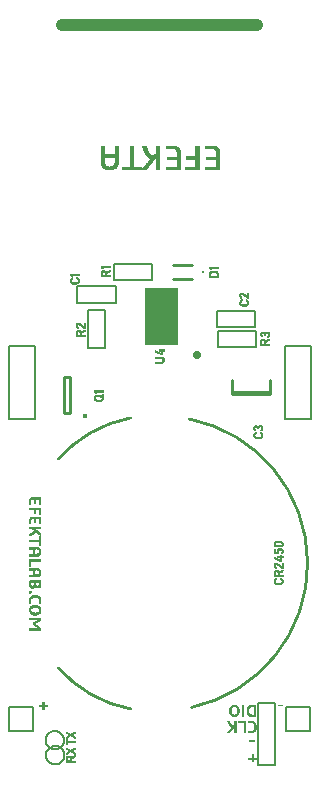
<source format=gbr>
G04 DipTrace 3.2.0.1*
G04 TopSilk.gbr*
%MOMM*%
G04 #@! TF.FileFunction,Legend,Top*
G04 #@! TF.Part,Single*
%ADD10C,0.25*%
%ADD12C,0.0762*%
%ADD13C,0.06667*%
%ADD14C,0.05*%
%ADD21C,1.0*%
%ADD22C,0.15*%
%ADD23O,0.70853X0.7358*%
%ADD27O,0.23961X0.23999*%
%ADD30O,0.39172X0.39127*%
%FSLAX35Y35*%
G04*
G71*
G90*
G75*
G01*
G04 TopSilk*
%LPD*%
X936140Y1793345D2*
D10*
X615860D1*
X936140Y1774263D2*
X615860D1*
X936140D2*
X936004Y1894497D1*
X615860Y1774263D2*
X615996Y1894497D1*
X276370Y2744585D2*
X116372D1*
X276370Y2864582D2*
X116372D1*
D27*
X370370Y2804583D3*
X-1279012Y1559000D2*
D22*
X-1057002D1*
Y2182000D1*
X-1279012D1*
Y1559000D1*
X1060988D2*
X1282998D1*
Y2182000D1*
X1060988D1*
Y1559000D1*
X-1273006Y-1082006D2*
X-1067994D1*
Y-876994D1*
X-1273006D1*
Y-1082006D1*
X1066994D2*
X1272006D1*
Y-876994D1*
X1066994D1*
Y-1082006D1*
D30*
X-627696Y1588867D3*
X-755056Y1612237D2*
D10*
Y1912223D1*
X-805057D1*
Y1612237D1*
X-755056D1*
X-247067Y1569474D2*
G03X-856069Y1222470I205197J-1068037D01*
G01*
X271705Y-881575D2*
G03X250816Y1561609I-266293J1219404D01*
G01*
X-247067Y-894474D2*
G02X-856069Y-547470I205197J1068037D01*
G01*
X-965350Y-1157497D2*
D22*
X-965159Y-1152118D1*
X-964588Y-1146766D1*
X-963640Y-1141467D1*
X-962318Y-1136245D1*
X-960630Y-1131127D1*
X-958583Y-1126137D1*
X-956189Y-1121300D1*
X-953457Y-1116640D1*
X-950402Y-1112178D1*
X-947039Y-1107938D1*
X-943384Y-1103939D1*
X-939454Y-1100200D1*
X-935269Y-1096741D1*
X-930849Y-1093578D1*
X-926217Y-1090726D1*
X-921393Y-1088200D1*
X-916403Y-1086011D1*
X-911269Y-1084170D1*
X-906018Y-1082687D1*
X-900674Y-1081568D1*
X-895264Y-1080819D1*
X-889815Y-1080444D1*
X-884352D1*
X-878902Y-1080819D1*
X-873492Y-1081568D1*
X-868149Y-1082687D1*
X-862898Y-1084170D1*
X-857764Y-1086011D1*
X-852773Y-1088200D1*
X-847950Y-1090726D1*
X-843317Y-1093578D1*
X-838898Y-1096741D1*
X-834713Y-1100200D1*
X-830783Y-1103939D1*
X-827128Y-1107938D1*
X-823764Y-1112178D1*
X-820709Y-1116640D1*
X-817978Y-1121300D1*
X-815583Y-1126137D1*
X-813537Y-1131127D1*
X-811849Y-1136245D1*
X-810527Y-1141467D1*
X-809578Y-1146766D1*
X-809007Y-1152118D1*
X-808817Y-1157497D1*
X-809007Y-1162875D1*
X-809578Y-1168227D1*
X-810527Y-1173527D1*
X-811849Y-1178748D1*
X-813537Y-1183866D1*
X-815583Y-1188856D1*
X-817978Y-1193693D1*
X-820709Y-1198353D1*
X-823764Y-1202815D1*
X-827128Y-1207056D1*
X-830783Y-1211055D1*
X-834713Y-1214793D1*
X-838898Y-1218252D1*
X-843317Y-1221415D1*
X-847950Y-1224267D1*
X-852773Y-1226794D1*
X-857764Y-1228983D1*
X-862898Y-1230823D1*
X-868149Y-1232306D1*
X-873492Y-1233425D1*
X-878902Y-1234174D1*
X-884352Y-1234550D1*
X-889815D1*
X-895264Y-1234174D1*
X-900674Y-1233425D1*
X-906018Y-1232306D1*
X-911269Y-1230823D1*
X-916403Y-1228983D1*
X-921393Y-1226794D1*
X-926217Y-1224267D1*
X-930849Y-1221415D1*
X-935269Y-1218252D1*
X-939454Y-1214793D1*
X-943384Y-1211055D1*
X-947039Y-1207056D1*
X-950402Y-1202815D1*
X-953457Y-1198353D1*
X-956189Y-1193693D1*
X-958583Y-1188856D1*
X-960630Y-1183866D1*
X-962318Y-1178748D1*
X-963640Y-1173527D1*
X-964588Y-1168227D1*
X-965159Y-1162875D1*
X-965350Y-1157497D1*
X831440Y-841143D2*
X973830D1*
Y-1372470D1*
X831440D1*
Y-841143D1*
X-962173Y-1284953D2*
X-961983Y-1279575D1*
X-961412Y-1274223D1*
X-960463Y-1268923D1*
X-959141Y-1263702D1*
X-957453Y-1258584D1*
X-955407Y-1253594D1*
X-953012Y-1248757D1*
X-950281Y-1244097D1*
X-947226Y-1239635D1*
X-943862Y-1235394D1*
X-940207Y-1231395D1*
X-936277Y-1227657D1*
X-932092Y-1224198D1*
X-927673Y-1221035D1*
X-923040Y-1218183D1*
X-918217Y-1215656D1*
X-913226Y-1213467D1*
X-908092Y-1211627D1*
X-902841Y-1210144D1*
X-897498Y-1209025D1*
X-892088Y-1208276D1*
X-886638Y-1207900D1*
X-881175D1*
X-875726Y-1208276D1*
X-870316Y-1209025D1*
X-864972Y-1210144D1*
X-859721Y-1211627D1*
X-854587Y-1213467D1*
X-849597Y-1215656D1*
X-844773Y-1218183D1*
X-840141Y-1221035D1*
X-835721Y-1224198D1*
X-831536Y-1227657D1*
X-827606Y-1231395D1*
X-823951Y-1235394D1*
X-820588Y-1239635D1*
X-817533Y-1244097D1*
X-814801Y-1248757D1*
X-812407Y-1253594D1*
X-810360Y-1258584D1*
X-808672Y-1263702D1*
X-807350Y-1268923D1*
X-806402Y-1274223D1*
X-805831Y-1279575D1*
X-805640Y-1284953D1*
X-805831Y-1290332D1*
X-806402Y-1295684D1*
X-807350Y-1300983D1*
X-808672Y-1306205D1*
X-810360Y-1311323D1*
X-812407Y-1316313D1*
X-814801Y-1321150D1*
X-817533Y-1325810D1*
X-820588Y-1330272D1*
X-823951Y-1334512D1*
X-827606Y-1338511D1*
X-831536Y-1342250D1*
X-835721Y-1345709D1*
X-840141Y-1348872D1*
X-844773Y-1351724D1*
X-849597Y-1354250D1*
X-854587Y-1356439D1*
X-859721Y-1358280D1*
X-864972Y-1359763D1*
X-870316Y-1360882D1*
X-875726Y-1361631D1*
X-881175Y-1362006D1*
X-886638D1*
X-892088Y-1361631D1*
X-897498Y-1360882D1*
X-902841Y-1359763D1*
X-908092Y-1358280D1*
X-913226Y-1356439D1*
X-918217Y-1354250D1*
X-923040Y-1351724D1*
X-927673Y-1348872D1*
X-932092Y-1345709D1*
X-936277Y-1342250D1*
X-940207Y-1338511D1*
X-943862Y-1334512D1*
X-947226Y-1330272D1*
X-950281Y-1325810D1*
X-953012Y-1321150D1*
X-955407Y-1316313D1*
X-957453Y-1311323D1*
X-959141Y-1306205D1*
X-960463Y-1300983D1*
X-961412Y-1295684D1*
X-961983Y-1290332D1*
X-962173Y-1284953D1*
X-825000Y4900000D2*
D21*
X825000D1*
X-695160Y2684703D2*
D22*
X-372727D1*
Y2545953D1*
X-695160D1*
Y2684703D1*
X-604590Y2482597D2*
X-465840D1*
Y2160163D1*
X-604590D1*
Y2482597D1*
G36*
X-119353Y2669367D2*
X159103D1*
Y2186160D1*
X-119353D1*
Y2669367D1*
G37*
X-387483Y2872313D2*
D22*
X-65050D1*
Y2733563D1*
X-387483D1*
Y2872313D1*
X489733Y2478340D2*
X812167D1*
Y2339590D1*
X489733D1*
Y2478340D1*
X493343Y2305373D2*
X815777D1*
Y2166623D1*
X493343D1*
Y2305373D1*
D23*
X312973Y2105560D3*
X-759280Y2791583D2*
D14*
X-684280D1*
X-759270Y2789083D2*
X-684280D1*
X-759182Y2786583D2*
X-684280D1*
X-758854Y2784083D2*
X-684280D1*
X-758158Y2781583D2*
X-684280D1*
X-757101Y2779083D2*
X-749383D1*
X-755657Y2776583D2*
X-747271D1*
X-753813Y2774083D2*
X-745626D1*
X-751780Y2771583D2*
X-744280D1*
X-741780Y2759083D2*
X-739280D1*
X-704280D2*
X-701780D1*
X-745434Y2756583D2*
X-739300D1*
X-704260D2*
X-697281D1*
X-748642Y2754083D2*
X-739485D1*
X-704065D2*
X-693407D1*
X-751418Y2751583D2*
X-739925D1*
X-703596D2*
X-690398D1*
X-753750Y2749083D2*
X-741750D1*
X-701494D2*
X-688188D1*
X-755619Y2746583D2*
X-744015D1*
X-698862D2*
X-686560D1*
X-757087Y2744083D2*
X-746228D1*
X-696373D2*
X-685353D1*
X-758145Y2741583D2*
X-748091D1*
X-694435D2*
X-684396D1*
X-758760Y2739083D2*
X-749570D1*
X-693117D2*
X-683486D1*
X-759063Y2736583D2*
X-750627D1*
X-692381D2*
X-682720D1*
X-759196Y2734083D2*
X-751159D1*
X-692037D2*
X-682317D1*
X-759239Y2731583D2*
X-751136D1*
X-691983D2*
X-682384D1*
X-759171Y2729083D2*
X-750563D1*
X-692339D2*
X-682879D1*
X-758850Y2726583D2*
X-749462D1*
X-693331D2*
X-683561D1*
X-758156Y2724083D2*
X-747615D1*
X-694979D2*
X-684308D1*
X-757100Y2721583D2*
X-744731D1*
X-697067D2*
X-685230D1*
X-755649Y2719083D2*
X-740951D1*
X-699384D2*
X-686400D1*
X-753742Y2716583D2*
X-688002D1*
X-751353Y2714083D2*
X-690417D1*
X-748213Y2711583D2*
X-694013D1*
X-744059Y2709083D2*
X-698832D1*
X-739280Y2706583D2*
X-704280D1*
X684820Y2627710D2*
X702320D1*
X742320D2*
X749820D1*
X681562Y2625210D2*
X706069D1*
X742320D2*
X749820D1*
X679062Y2622710D2*
X709617D1*
X742320D2*
X749820D1*
X677262Y2620210D2*
X713168D1*
X742320D2*
X749820D1*
X676053Y2617710D2*
X690416D1*
X696347D2*
X716789D1*
X742320D2*
X749820D1*
X675377Y2615210D2*
X686872D1*
X701859D2*
X720399D1*
X742320D2*
X749820D1*
X675050Y2612710D2*
X684147D1*
X706352D2*
X723884D1*
X742320D2*
X749820D1*
X674909Y2610210D2*
X683209D1*
X710273D2*
X727263D1*
X742310D2*
X749820D1*
X674853Y2607710D2*
X682799D1*
X713853D2*
X730737D1*
X742215D2*
X749820D1*
X674841Y2605210D2*
X682751D1*
X717247D2*
X734394D1*
X741829D2*
X749820D1*
X674931Y2602710D2*
X683938D1*
X720640D2*
X738275D1*
X740974D2*
X749820D1*
X675345Y2600210D2*
X685827D1*
X723994D2*
X749820D1*
X676359Y2597710D2*
X688100D1*
X727299D2*
X749820D1*
X678015Y2595210D2*
X690049D1*
X730649D2*
X749820D1*
X680106Y2592710D2*
X691263D1*
X733909D2*
X749820D1*
X682424Y2590210D2*
X691908D1*
X736931D2*
X749820D1*
X684820Y2587710D2*
X692320D1*
X739820D2*
X749820D1*
X692320Y2572710D2*
X694820D1*
X729820D2*
X732320D1*
X688666Y2570210D2*
X694800D1*
X729840D2*
X736819D1*
X685458Y2567710D2*
X694615D1*
X730035D2*
X740693D1*
X682682Y2565210D2*
X694175D1*
X730504D2*
X743702D1*
X680350Y2562710D2*
X692350D1*
X732606D2*
X745912D1*
X678481Y2560210D2*
X690085D1*
X735238D2*
X747540D1*
X677013Y2557710D2*
X687872D1*
X737727D2*
X748747D1*
X675955Y2555210D2*
X686009D1*
X739665D2*
X749704D1*
X675340Y2552710D2*
X684530D1*
X740983D2*
X750614D1*
X675037Y2550210D2*
X683473D1*
X741719D2*
X751380D1*
X674904Y2547710D2*
X682941D1*
X742063D2*
X751783D1*
X674861Y2545210D2*
X682964D1*
X742117D2*
X751716D1*
X674929Y2542710D2*
X683537D1*
X741761D2*
X751221D1*
X675250Y2540210D2*
X684638D1*
X740769D2*
X750539D1*
X675944Y2537710D2*
X686485D1*
X739121D2*
X749792D1*
X677000Y2535210D2*
X689369D1*
X737033D2*
X748870D1*
X678451Y2532710D2*
X693149D1*
X734716D2*
X747700D1*
X680358Y2530210D2*
X746098D1*
X682747Y2527710D2*
X743683D1*
X685887Y2525210D2*
X740087D1*
X690041Y2522710D2*
X735268D1*
X694820Y2520210D2*
X729820D1*
X806400Y1505957D2*
X818900D1*
X841400D2*
X858900D1*
X802756Y1503457D2*
X822166D1*
X837643D2*
X862449D1*
X799635Y1500957D2*
X824746D1*
X834035D2*
X865259D1*
X797188Y1498457D2*
X826877D1*
X830297D2*
X867194D1*
X795268Y1495957D2*
X842287D1*
X856295D2*
X868518D1*
X794564Y1493457D2*
X803514D1*
X824286D2*
X839043D1*
X858377D2*
X869590D1*
X794183Y1490957D2*
X802894D1*
X824906D2*
X836769D1*
X859861D2*
X870432D1*
X794011Y1488457D2*
X802256D1*
X825554D2*
X835065D1*
X860705D2*
X870937D1*
X793941Y1485957D2*
X801916D1*
X825993D2*
X834464D1*
X861104D2*
X871110D1*
X793924Y1483457D2*
X801868D1*
X826239D2*
X834122D1*
X861172D2*
X870908D1*
X794012Y1480957D2*
X803036D1*
X826400D2*
X833900D1*
X860997D2*
X870347D1*
X794425Y1478457D2*
X804915D1*
X859505D2*
X869627D1*
X795439Y1475957D2*
X807184D1*
X857309D2*
X868781D1*
X797095Y1473457D2*
X809130D1*
X854983D2*
X867527D1*
X799186Y1470957D2*
X810343D1*
X852968D2*
X865670D1*
X801504Y1468457D2*
X810988D1*
X852160D2*
X863149D1*
X803900Y1465957D2*
X811400D1*
X851700D2*
X859959D1*
X851400Y1463457D2*
X856400D1*
X811400Y1450957D2*
X813900D1*
X848900D2*
X851400D1*
X807746Y1448457D2*
X813880D1*
X848920D2*
X855899D1*
X804538Y1445957D2*
X813695D1*
X849115D2*
X859773D1*
X801762Y1443457D2*
X813255D1*
X849584D2*
X862782D1*
X799430Y1440957D2*
X811430D1*
X851686D2*
X864992D1*
X797561Y1438457D2*
X809165D1*
X854318D2*
X866620D1*
X796093Y1435957D2*
X806952D1*
X856807D2*
X867827D1*
X795035Y1433457D2*
X805089D1*
X858745D2*
X868784D1*
X794420Y1430957D2*
X803610D1*
X860063D2*
X869694D1*
X794117Y1428457D2*
X802553D1*
X860799D2*
X870460D1*
X793984Y1425957D2*
X802021D1*
X861143D2*
X870863D1*
X793941Y1423457D2*
X802044D1*
X861197D2*
X870796D1*
X794009Y1420957D2*
X802617D1*
X860841D2*
X870301D1*
X794330Y1418457D2*
X803718D1*
X859849D2*
X869619D1*
X795024Y1415957D2*
X805565D1*
X858201D2*
X868872D1*
X796080Y1413457D2*
X808449D1*
X856113D2*
X867950D1*
X797531Y1410957D2*
X812229D1*
X853796D2*
X866780D1*
X799438Y1408457D2*
X865178D1*
X801827Y1405957D2*
X862763D1*
X804967Y1403457D2*
X859167D1*
X809121Y1400957D2*
X854348D1*
X813900Y1398457D2*
X848900D1*
X418253Y2850630D2*
X493253D1*
X418263Y2848130D2*
X493253D1*
X418351Y2845630D2*
X493253D1*
X418679Y2843130D2*
X493253D1*
X419376Y2840630D2*
X493253D1*
X420433Y2838130D2*
X428151D1*
X421877Y2835630D2*
X430263D1*
X423720Y2833130D2*
X431908D1*
X425753Y2830630D2*
X433253D1*
X440753Y2815630D2*
X473253D1*
X435091Y2813130D2*
X478353D1*
X430420Y2810630D2*
X482578D1*
X426817Y2808130D2*
X485765D1*
X424157Y2805630D2*
X488056D1*
X422343Y2803130D2*
X436641D1*
X478158D2*
X489786D1*
X421086Y2800630D2*
X433386D1*
X480328D2*
X491153D1*
X420044Y2798130D2*
X431025D1*
X482131D2*
X492157D1*
X419214Y2795630D2*
X429253D1*
X483574D2*
X492749D1*
X418704Y2793130D2*
X427867D1*
X484623D2*
X493042D1*
X418444Y2790630D2*
X426854D1*
X485235D2*
X493171D1*
X418328Y2788130D2*
X426260D1*
X485537D2*
X493223D1*
X418281Y2785630D2*
X425965D1*
X485669D2*
X493243D1*
X418263Y2783130D2*
X425836D1*
X485722D2*
X493250D1*
X418257Y2780630D2*
X425784D1*
X485742D2*
X493252D1*
X418254Y2778130D2*
X425764D1*
X485750D2*
X493253D1*
X418254Y2775630D2*
X425757D1*
X485752D2*
X493253D1*
X418253Y2773130D2*
X425755D1*
X485753D2*
X493253D1*
X418253Y2770630D2*
X493253D1*
X418253Y2768130D2*
X493253D1*
X418253Y2765630D2*
X493253D1*
X418253Y2763130D2*
X493253D1*
X-556190Y1803017D2*
X-481190D1*
X-556180Y1800517D2*
X-481190D1*
X-556092Y1798017D2*
X-481190D1*
X-555764Y1795517D2*
X-481190D1*
X-555068Y1793017D2*
X-481190D1*
X-554011Y1790517D2*
X-546293D1*
X-552567Y1788017D2*
X-544181D1*
X-550723Y1785517D2*
X-542536D1*
X-548690Y1783017D2*
X-541190D1*
X-486190Y1773017D2*
X-483690D1*
X-487638Y1770517D2*
X-481190D1*
X-489806Y1768017D2*
X-478690D1*
X-538690Y1765517D2*
X-496190D1*
X-492779D2*
X-481075D1*
X-543189Y1763017D2*
X-483060D1*
X-547063Y1760517D2*
X-484544D1*
X-550072Y1758017D2*
X-484402D1*
X-552282Y1755517D2*
X-535689D1*
X-501586D2*
X-483307D1*
X-553900Y1753017D2*
X-539563D1*
X-502302D2*
X-482255D1*
X-555019Y1750517D2*
X-542572D1*
X-503342D2*
X-481323D1*
X-555657Y1748017D2*
X-544782D1*
X-504672D2*
X-496650D1*
X-491681D2*
X-480408D1*
X-555969Y1745517D2*
X-546400D1*
X-506190D2*
X-497527D1*
X-490219D2*
X-479626D1*
X-556104Y1743017D2*
X-547509D1*
X-503690D2*
X-498690D1*
X-489382D2*
X-479142D1*
X-556158Y1740517D2*
X-548060D1*
X-488986D2*
X-478976D1*
X-556169Y1738017D2*
X-548043D1*
X-488908D2*
X-479181D1*
X-556089Y1735517D2*
X-547472D1*
X-489254D2*
X-479742D1*
X-555763Y1733017D2*
X-546371D1*
X-490243D2*
X-480453D1*
X-555067Y1730517D2*
X-544525D1*
X-491889D2*
X-481211D1*
X-554010Y1728017D2*
X-541641D1*
X-493978D2*
X-482137D1*
X-552559Y1725517D2*
X-537861D1*
X-496294D2*
X-483310D1*
X-550652Y1723017D2*
X-484912D1*
X-548263Y1720517D2*
X-487327D1*
X-545123Y1718017D2*
X-490923D1*
X-540969Y1715517D2*
X-495742D1*
X-536190Y1713017D2*
X-501190D1*
X-496337Y2856943D2*
X-421337D1*
X-496327Y2854443D2*
X-421337D1*
X-496239Y2851943D2*
X-421337D1*
X-495911Y2849443D2*
X-421337D1*
X-495214Y2846943D2*
X-421337D1*
X-494157Y2844443D2*
X-486439D1*
X-492713Y2841943D2*
X-484327D1*
X-490870Y2839443D2*
X-482682D1*
X-488837Y2836943D2*
X-481337D1*
X-423837Y2821943D2*
X-421337D1*
X-483837Y2819443D2*
X-466337D1*
X-428827D2*
X-421346D1*
X-487395Y2816943D2*
X-462758D1*
X-433759D2*
X-421454D1*
X-490283Y2814443D2*
X-459672D1*
X-438629D2*
X-421718D1*
X-492450Y2811943D2*
X-456656D1*
X-443781D2*
X-422982D1*
X-494054Y2809443D2*
X-478336D1*
X-472715D2*
X-453023D1*
X-449747D2*
X-425966D1*
X-495168Y2806943D2*
X-482200D1*
X-468009D2*
X-429792D1*
X-495805Y2804443D2*
X-485121D1*
X-464444D2*
X-434227D1*
X-496115Y2801943D2*
X-487340D1*
X-462925D2*
X-438967D1*
X-496251Y2799443D2*
X-488114D1*
X-462047D2*
X-443676D1*
X-496305Y2796943D2*
X-488530D1*
X-461627D2*
X-447808D1*
X-496326Y2794443D2*
X-488717D1*
X-461448D2*
X-451232D1*
X-496333Y2791943D2*
X-488793D1*
X-461377D2*
X-452566D1*
X-496335Y2789443D2*
X-488821D1*
X-461351D2*
X-453293D1*
X-496336Y2786943D2*
X-488831D1*
X-461341D2*
X-453623D1*
X-496337Y2784443D2*
X-488835D1*
X-461338D2*
X-453758D1*
X-496337Y2781943D2*
X-488836D1*
X-461337D2*
X-453809D1*
X-496337Y2779443D2*
X-488837D1*
X-461337D2*
X-453828D1*
X-496337Y2776943D2*
X-421337D1*
X-496337Y2774443D2*
X-421337D1*
X-496337Y2771943D2*
X-421337D1*
X-496337Y2769443D2*
X-421337D1*
X-699973Y2374300D2*
X-682473D1*
X-642473D2*
X-634973D1*
X-703231Y2371800D2*
X-678724D1*
X-642473D2*
X-634973D1*
X-705732Y2369300D2*
X-675176D1*
X-642473D2*
X-634973D1*
X-707532Y2366800D2*
X-671625D1*
X-642473D2*
X-634973D1*
X-708740Y2364300D2*
X-694377D1*
X-688446D2*
X-668005D1*
X-642473D2*
X-634973D1*
X-709417Y2361800D2*
X-697921D1*
X-682934D2*
X-664395D1*
X-642473D2*
X-634973D1*
X-709743Y2359300D2*
X-700647D1*
X-678441D2*
X-660909D1*
X-642473D2*
X-634973D1*
X-709884Y2356800D2*
X-701584D1*
X-674520D2*
X-657530D1*
X-642483D2*
X-634973D1*
X-709941Y2354300D2*
X-701994D1*
X-670940D2*
X-654057D1*
X-642578D2*
X-634973D1*
X-709952Y2351800D2*
X-702043D1*
X-667546D2*
X-650399D1*
X-642965D2*
X-634973D1*
X-709862Y2349300D2*
X-700856D1*
X-664153D2*
X-646519D1*
X-643819D2*
X-634973D1*
X-709448Y2346800D2*
X-698967D1*
X-660799D2*
X-634973D1*
X-708434Y2344300D2*
X-696693D1*
X-657494D2*
X-634973D1*
X-706779Y2341800D2*
X-694744D1*
X-654144D2*
X-634973D1*
X-704687Y2339300D2*
X-693531D1*
X-650884D2*
X-634973D1*
X-702370Y2336800D2*
X-692885D1*
X-647863D2*
X-634973D1*
X-699973Y2334300D2*
X-692473D1*
X-644973D2*
X-634973D1*
X-637473Y2316800D2*
X-634973D1*
X-697473Y2314300D2*
X-679973D1*
X-642464D2*
X-634983D1*
X-701032Y2311800D2*
X-676395D1*
X-647395D2*
X-635091D1*
X-703920Y2309300D2*
X-673309D1*
X-652265D2*
X-635354D1*
X-706086Y2306800D2*
X-670292D1*
X-657418D2*
X-636619D1*
X-707690Y2304300D2*
X-691972D1*
X-686352D2*
X-666660D1*
X-663383D2*
X-639603D1*
X-708804Y2301800D2*
X-695837D1*
X-681645D2*
X-643429D1*
X-709441Y2299300D2*
X-698758D1*
X-678081D2*
X-647864D1*
X-709752Y2296800D2*
X-700977D1*
X-676562D2*
X-652603D1*
X-709887Y2294300D2*
X-701750D1*
X-675684D2*
X-657313D1*
X-709942Y2291800D2*
X-702167D1*
X-675264D2*
X-661445D1*
X-709962Y2289300D2*
X-702354D1*
X-675084D2*
X-664869D1*
X-709970Y2286800D2*
X-702429D1*
X-675014D2*
X-666203D1*
X-709972Y2284300D2*
X-702458D1*
X-674987D2*
X-666930D1*
X-709973Y2281800D2*
X-702468D1*
X-674978D2*
X-667260D1*
X-709973Y2279300D2*
X-702472D1*
X-674975D2*
X-667394D1*
X-709973Y2276800D2*
X-702473D1*
X-674974D2*
X-667445D1*
X-709973Y2274300D2*
X-702473D1*
X-674973D2*
X-667464D1*
X-709973Y2271800D2*
X-634973D1*
X-709973Y2269300D2*
X-634973D1*
X-709973Y2266800D2*
X-634973D1*
X-709973Y2264300D2*
X-634973D1*
X864213Y2299097D2*
X876713D1*
X899213D2*
X916713D1*
X860569Y2296597D2*
X879979D1*
X895457D2*
X920262D1*
X857449Y2294097D2*
X882559D1*
X891848D2*
X923072D1*
X855002Y2291597D2*
X884691D1*
X888111D2*
X925008D1*
X853081Y2289097D2*
X900101D1*
X914108D2*
X926331D1*
X852378Y2286597D2*
X861327D1*
X882100D2*
X896856D1*
X916190D2*
X927403D1*
X851996Y2284097D2*
X860707D1*
X882719D2*
X894582D1*
X917675D2*
X928245D1*
X851824Y2281597D2*
X860070D1*
X883367D2*
X892878D1*
X918519D2*
X928751D1*
X851754Y2279097D2*
X859729D1*
X883807D2*
X892277D1*
X918917D2*
X928924D1*
X851738Y2276597D2*
X859681D1*
X884052D2*
X891935D1*
X918986D2*
X928722D1*
X851826Y2274097D2*
X860850D1*
X884213D2*
X891713D1*
X918810D2*
X928161D1*
X852239Y2271597D2*
X862728D1*
X917319D2*
X927440D1*
X853253Y2269097D2*
X864997D1*
X915122D2*
X926594D1*
X854908Y2266597D2*
X866944D1*
X912797D2*
X925340D1*
X856999Y2264097D2*
X868157D1*
X910781D2*
X923483D1*
X859317Y2261597D2*
X868801D1*
X909973D2*
X920962D1*
X861713Y2259097D2*
X869213D1*
X909513D2*
X917773D1*
X909213Y2256597D2*
X914213D1*
X924213Y2241597D2*
X926713D1*
X864213Y2239097D2*
X881713D1*
X919223D2*
X926704D1*
X860655Y2236597D2*
X885292D1*
X914291D2*
X926596D1*
X857767Y2234097D2*
X888378D1*
X909421D2*
X926332D1*
X855600Y2231597D2*
X891394D1*
X904269D2*
X925068D1*
X853996Y2229097D2*
X869714D1*
X875335D2*
X895027D1*
X898303D2*
X922084D1*
X852882Y2226597D2*
X865850D1*
X880041D2*
X918258D1*
X852245Y2224097D2*
X862929D1*
X883606D2*
X913823D1*
X851935Y2221597D2*
X860710D1*
X885125D2*
X909083D1*
X851799Y2219097D2*
X859936D1*
X886003D2*
X904374D1*
X851745Y2216597D2*
X859520D1*
X886423D2*
X900242D1*
X851724Y2214097D2*
X859333D1*
X886602D2*
X896818D1*
X851717Y2211597D2*
X859257D1*
X886673D2*
X895484D1*
X851715Y2209097D2*
X859229D1*
X886699D2*
X894757D1*
X851714Y2206597D2*
X859219D1*
X886709D2*
X894427D1*
X851713Y2204097D2*
X859215D1*
X886712D2*
X894292D1*
X851713Y2201597D2*
X859214D1*
X886713D2*
X894241D1*
X851713Y2199097D2*
X859213D1*
X886713D2*
X894222D1*
X851713Y2196597D2*
X926713D1*
X851713Y2194097D2*
X926713D1*
X851713Y2191597D2*
X926713D1*
X851713Y2189097D2*
X926713D1*
X13507Y2155840D2*
X23507D1*
X13507Y2153340D2*
X23507D1*
X-8993Y2150840D2*
X33507D1*
X-8993Y2148340D2*
X33507D1*
X-8993Y2145840D2*
X33507D1*
X-8993Y2143340D2*
X33507D1*
X-41493Y2140840D2*
X-36493D1*
X-8993D2*
X33507D1*
X-41283Y2138340D2*
X-31107D1*
X13507D2*
X23507D1*
X-40810Y2135840D2*
X-25487D1*
X13507D2*
X23507D1*
X-38507Y2133340D2*
X-19840D1*
X13507D2*
X23507D1*
X-35127Y2130840D2*
X-14392D1*
X13507D2*
X23507D1*
X-30916Y2128340D2*
X-9053D1*
X13497D2*
X23507D1*
X-26176Y2125840D2*
X-3435D1*
X13402D2*
X23507D1*
X-20997Y2123340D2*
X3001D1*
X13015D2*
X23507D1*
X-15450Y2120840D2*
X10472D1*
X12161D2*
X23507D1*
X-9828Y2118340D2*
X23507D1*
X-4398Y2115840D2*
X23507D1*
X832Y2113340D2*
X23507D1*
X5942Y2110840D2*
X23507D1*
X11007Y2108340D2*
X23507D1*
X-41493Y2088340D2*
X21007D1*
X-41493Y2085840D2*
X24266D1*
X-41493Y2083340D2*
X27180D1*
X-41493Y2080840D2*
X29457D1*
X15506Y2078340D2*
X31154D1*
X19370Y2075840D2*
X32402D1*
X22291Y2073340D2*
X33378D1*
X24510Y2070840D2*
X34296D1*
X25284Y2068340D2*
X35075D1*
X25700Y2065840D2*
X35557D1*
X25877Y2063340D2*
X35722D1*
X25855Y2060840D2*
X35516D1*
X25468Y2058340D2*
X34954D1*
X24463Y2055840D2*
X34243D1*
X22810Y2053340D2*
X33485D1*
X20720Y2050840D2*
X32559D1*
X18403Y2048340D2*
X31387D1*
X-41493Y2045840D2*
X29775D1*
X-41493Y2043340D2*
X27264D1*
X-41493Y2040840D2*
X23282D1*
X-41493Y2038340D2*
X17609D1*
X-41493Y2035840D2*
X11007D1*
X978433Y524147D2*
X1030933D1*
X974789Y521647D2*
X1034191D1*
X971669Y519147D2*
X1036702D1*
X969222Y516647D2*
X1038589D1*
X967301Y514147D2*
X981530D1*
X1025337D2*
X1040116D1*
X966598Y511647D2*
X977986D1*
X1028881D2*
X1041392D1*
X966216Y509147D2*
X975260D1*
X1031607D2*
X1042359D1*
X966044Y506647D2*
X974323D1*
X1032554D2*
X1042936D1*
X965974Y504147D2*
X973903D1*
X1033052D2*
X1043215D1*
X965958Y501647D2*
X973994D1*
X1033181D2*
X1043254D1*
X966036Y499147D2*
X974502D1*
X1032857D2*
X1042977D1*
X966361Y496647D2*
X975115D1*
X1031886D2*
X1042300D1*
X967056Y494147D2*
X975576D1*
X1030299D2*
X1041250D1*
X968133Y491647D2*
X1039792D1*
X969774Y489147D2*
X1037809D1*
X972432Y486647D2*
X1035226D1*
X976325Y484147D2*
X1032009D1*
X980933Y481647D2*
X1028433D1*
X1005933Y464147D2*
X1025933D1*
X965933Y461647D2*
X973433D1*
X1001520D2*
X1030732D1*
X965933Y459147D2*
X973433D1*
X997888D2*
X1034570D1*
X965933Y456647D2*
X973433D1*
X995248D2*
X1037390D1*
X965933Y454147D2*
X973433D1*
X993399D2*
X1039285D1*
X965933Y451647D2*
X973433D1*
X992174D2*
X1003538D1*
X1030442D2*
X1040578D1*
X965933Y449147D2*
X973433D1*
X991492D2*
X1001456D1*
X1031904D2*
X1041635D1*
X965933Y446647D2*
X973433D1*
X991164D2*
X999982D1*
X1032741D2*
X1042460D1*
X965933Y444147D2*
X973433D1*
X991032D2*
X998996D1*
X1033138D2*
X1042884D1*
X965933Y441647D2*
X973433D1*
X991071D2*
X998968D1*
X1033206D2*
X1042826D1*
X965933Y439147D2*
X973433D1*
X991436D2*
X1000004D1*
X1033030D2*
X1042333D1*
X965933Y436647D2*
X973433D1*
X992283D2*
X1001544D1*
X1031634D2*
X1041642D1*
X965933Y434147D2*
X973433D1*
X993433D2*
X1003206D1*
X1029758D2*
X1040808D1*
X965933Y431647D2*
X1004509D1*
X1028031D2*
X1039568D1*
X965933Y429147D2*
X1005283D1*
X1026921D2*
X1037810D1*
X965933Y426647D2*
X1005683D1*
X1026321D2*
X1035693D1*
X965933Y424147D2*
X1005933D1*
X1025933D2*
X1033433D1*
X1020933Y406647D2*
X1030933D1*
X1020933Y404147D2*
X1030933D1*
X998433Y401647D2*
X1040933D1*
X998433Y399147D2*
X1040933D1*
X998433Y396647D2*
X1040933D1*
X998433Y394147D2*
X1040933D1*
X965933Y391647D2*
X970933D1*
X998433D2*
X1040933D1*
X966143Y389147D2*
X976320D1*
X1020933D2*
X1030933D1*
X966617Y386647D2*
X981939D1*
X1020933D2*
X1030933D1*
X968920Y384147D2*
X987587D1*
X1020933D2*
X1030933D1*
X972300Y381647D2*
X993034D1*
X1020933D2*
X1030933D1*
X976511Y379147D2*
X998374D1*
X1020924D2*
X1030933D1*
X981251Y376647D2*
X1003991D1*
X1020828D2*
X1030933D1*
X986430Y374147D2*
X1010428D1*
X1020442D2*
X1030933D1*
X991977Y371647D2*
X1017898D1*
X1019587D2*
X1030933D1*
X997599Y369147D2*
X1030933D1*
X1003029Y366647D2*
X1030933D1*
X1008259Y364147D2*
X1030933D1*
X1013368Y361647D2*
X1030933D1*
X1018433Y359147D2*
X1030933D1*
X975933Y341647D2*
X993433D1*
X1033433D2*
X1040933D1*
X972675Y339147D2*
X997183D1*
X1033433D2*
X1040933D1*
X970175Y336647D2*
X1000731D1*
X1033433D2*
X1040933D1*
X968375Y334147D2*
X1004281D1*
X1033433D2*
X1040933D1*
X967167Y331647D2*
X981530D1*
X987460D2*
X1007902D1*
X1033433D2*
X1040933D1*
X966490Y329147D2*
X977986D1*
X992973D2*
X1011512D1*
X1033433D2*
X1040933D1*
X966163Y326647D2*
X975260D1*
X997466D2*
X1014997D1*
X1033433D2*
X1040933D1*
X966022Y324147D2*
X974323D1*
X1001386D2*
X1018377D1*
X1033424D2*
X1040933D1*
X965966Y321647D2*
X973913D1*
X1004966D2*
X1021850D1*
X1033328D2*
X1040933D1*
X965955Y319147D2*
X973864D1*
X1008361D2*
X1025508D1*
X1032942D2*
X1040933D1*
X966045Y316647D2*
X975051D1*
X1011754D2*
X1029388D1*
X1032087D2*
X1040933D1*
X966458Y314147D2*
X976940D1*
X1015107D2*
X1040933D1*
X967472Y311647D2*
X979214D1*
X1018412D2*
X1040933D1*
X969128Y309147D2*
X981163D1*
X1021762D2*
X1040933D1*
X971219Y306647D2*
X982376D1*
X1025023D2*
X1040933D1*
X973537Y304147D2*
X983021D1*
X1028044D2*
X1040933D1*
X975933Y301647D2*
X983433D1*
X1030933D2*
X1040933D1*
X1038433Y284147D2*
X1040933D1*
X978433Y281647D2*
X995933D1*
X1033443D2*
X1040924D1*
X974875Y279147D2*
X999512D1*
X1028511D2*
X1040816D1*
X971987Y276647D2*
X1002598D1*
X1023641D2*
X1040552D1*
X969820Y274147D2*
X1005614D1*
X1018489D2*
X1039288D1*
X968216Y271647D2*
X983934D1*
X989555D2*
X1009247D1*
X1012523D2*
X1036304D1*
X967102Y269147D2*
X980070D1*
X994261D2*
X1032478D1*
X966465Y266647D2*
X977149D1*
X997826D2*
X1028043D1*
X966155Y264147D2*
X974930D1*
X999345D2*
X1023303D1*
X966019Y261647D2*
X974156D1*
X1000223D2*
X1018594D1*
X965965Y259147D2*
X973740D1*
X1000643D2*
X1014462D1*
X965944Y256647D2*
X973553D1*
X1000822D2*
X1011038D1*
X965937Y254147D2*
X973477D1*
X1000893D2*
X1009704D1*
X965935Y251647D2*
X973449D1*
X1000919D2*
X1008977D1*
X965934Y249147D2*
X973439D1*
X1000929D2*
X1008647D1*
X965933Y246647D2*
X973435D1*
X1000932D2*
X1008512D1*
X965933Y244147D2*
X973434D1*
X1000933D2*
X1008461D1*
X965933Y241647D2*
X973433D1*
X1000933D2*
X1008442D1*
X965933Y239147D2*
X1040933D1*
X965933Y236647D2*
X1040933D1*
X965933Y234147D2*
X1040933D1*
X965933Y231647D2*
X1040933D1*
X983433Y214147D2*
X985933D1*
X1020933D2*
X1023433D1*
X979779Y211647D2*
X985914D1*
X1020953D2*
X1027932D1*
X976571Y209147D2*
X985728D1*
X1021148D2*
X1031806D1*
X973796Y206647D2*
X985289D1*
X1021617D2*
X1034815D1*
X971463Y204147D2*
X983463D1*
X1023720D2*
X1037025D1*
X969594Y201647D2*
X981199D1*
X1026352D2*
X1038653D1*
X968127Y199147D2*
X978985D1*
X1028840D2*
X1039860D1*
X967069Y196647D2*
X977123D1*
X1030779D2*
X1040817D1*
X966453Y194147D2*
X975643D1*
X1032096D2*
X1041727D1*
X966150Y191647D2*
X974586D1*
X1032833D2*
X1042494D1*
X966018Y189147D2*
X974054D1*
X1033176D2*
X1042896D1*
X965974Y186647D2*
X974078D1*
X1033231D2*
X1042830D1*
X966042Y184147D2*
X974650D1*
X1032875D2*
X1042335D1*
X966363Y181647D2*
X975752D1*
X1031882D2*
X1041652D1*
X967057Y179147D2*
X977598D1*
X1030235D2*
X1040906D1*
X968113Y176647D2*
X980483D1*
X1028146D2*
X1039984D1*
X969564Y174147D2*
X984262D1*
X1025829D2*
X1038813D1*
X971471Y171647D2*
X1037211D1*
X973860Y169147D2*
X1034796D1*
X977000Y166647D2*
X1031200D1*
X981155Y164147D2*
X1026382D1*
X985933Y161647D2*
X1020933D1*
X-717937Y-1084103D2*
D3*
X-792937Y-1086603D2*
X-787937D1*
X-722550D2*
X-717937D1*
X-792822Y-1089103D2*
X-784186D1*
X-726921D2*
X-718051D1*
X-792556Y-1091603D2*
X-780224D1*
X-731186D2*
X-718318D1*
X-791291Y-1094103D2*
X-776197D1*
X-735419D2*
X-719582D1*
X-788403Y-1096603D2*
X-772067D1*
X-739520D2*
X-722556D1*
X-784897Y-1099103D2*
X-767699D1*
X-743643D2*
X-726294D1*
X-781071Y-1101603D2*
X-762803D1*
X-748314D2*
X-730401D1*
X-777048Y-1104103D2*
X-756957D1*
X-754017D2*
X-734466D1*
X-772968Y-1106603D2*
X-738337D1*
X-769103Y-1109103D2*
X-741972D1*
X-765437Y-1111603D2*
X-745437D1*
X-768896Y-1114103D2*
X-741977D1*
X-772549Y-1116603D2*
X-738325D1*
X-776450Y-1119103D2*
X-760833D1*
X-753032D2*
X-734423D1*
X-780513Y-1121603D2*
X-764050D1*
X-748352D2*
X-730360D1*
X-784421Y-1124103D2*
X-767604D1*
X-743961D2*
X-726452D1*
X-787817Y-1126603D2*
X-771469D1*
X-739690D2*
X-723056D1*
X-790677Y-1129103D2*
X-775537D1*
X-735445D2*
X-720196D1*
X-791834Y-1131603D2*
X-779615D1*
X-731276D2*
X-719044D1*
X-792500Y-1134103D2*
X-783733D1*
X-727029D2*
X-718411D1*
X-792937Y-1136603D2*
X-787937D1*
X-722549D2*
X-718112D1*
X-717937Y-1139103D2*
D3*
X-792937Y-1141603D2*
X-785437D1*
X-792937Y-1144103D2*
X-785437D1*
X-792937Y-1146603D2*
X-785437D1*
X-792937Y-1149103D2*
X-785437D1*
X-792937Y-1151603D2*
X-785437D1*
X-792937Y-1154103D2*
X-785437D1*
X-792937Y-1156603D2*
X-785437D1*
X-792937Y-1159103D2*
X-785437D1*
X-792937Y-1161603D2*
X-785437D1*
X-792937Y-1164103D2*
X-717937D1*
X-792937Y-1166603D2*
X-717937D1*
X-792937Y-1169103D2*
X-717937D1*
X-792937Y-1171603D2*
X-717937D1*
X-792937Y-1174103D2*
X-717937D1*
X-792937Y-1176603D2*
X-785437D1*
X-792937Y-1179103D2*
X-785437D1*
X-792937Y-1181603D2*
X-785437D1*
X-792937Y-1184103D2*
X-785437D1*
X-792937Y-1186603D2*
X-785437D1*
X-792937Y-1189103D2*
X-785437D1*
X-792937Y-1191603D2*
X-785437D1*
X-792937Y-1194103D2*
X-785437D1*
X-717743Y-1219333D2*
D3*
X-792743Y-1221833D2*
X-787743D1*
X-722357D2*
X-717743D1*
X-792629Y-1224333D2*
X-783993D1*
X-726727D2*
X-717858D1*
X-792362Y-1226833D2*
X-780031D1*
X-730992D2*
X-718124D1*
X-791098Y-1229333D2*
X-776003D1*
X-735226D2*
X-719389D1*
X-788209Y-1231833D2*
X-771874D1*
X-739327D2*
X-722363D1*
X-784704Y-1234333D2*
X-767505D1*
X-743449D2*
X-726101D1*
X-780877Y-1236833D2*
X-762609D1*
X-748120D2*
X-730208D1*
X-776855Y-1239333D2*
X-756764D1*
X-753823D2*
X-734272D1*
X-772774Y-1241833D2*
X-738143D1*
X-768910Y-1244333D2*
X-741779D1*
X-765243Y-1246833D2*
X-745243D1*
X-768703Y-1249333D2*
X-741784D1*
X-772355Y-1251833D2*
X-738131D1*
X-776257Y-1254333D2*
X-760639D1*
X-752839D2*
X-734230D1*
X-780320Y-1256833D2*
X-763857D1*
X-748159D2*
X-730167D1*
X-784228Y-1259333D2*
X-767411D1*
X-743768D2*
X-726259D1*
X-787624Y-1261833D2*
X-771276D1*
X-739497D2*
X-722863D1*
X-790484Y-1264333D2*
X-775344D1*
X-735252D2*
X-720003D1*
X-791641Y-1266833D2*
X-779421D1*
X-731083D2*
X-718851D1*
X-792307Y-1269333D2*
X-783540D1*
X-726836D2*
X-718218D1*
X-792743Y-1271833D2*
X-787743D1*
X-722355D2*
X-717918D1*
X-717743Y-1274333D2*
D3*
X-720243Y-1286833D2*
X-717743D1*
X-780243Y-1289333D2*
X-762743D1*
X-725234D2*
X-717753D1*
X-783802Y-1291833D2*
X-759165D1*
X-730165D2*
X-717861D1*
X-786690Y-1294333D2*
X-756079D1*
X-735035D2*
X-718124D1*
X-788856Y-1296833D2*
X-753062D1*
X-740188D2*
X-719389D1*
X-790460Y-1299333D2*
X-774742D1*
X-769122D2*
X-749430D1*
X-746153D2*
X-722373D1*
X-791574Y-1301833D2*
X-778607D1*
X-764415D2*
X-726199D1*
X-792211Y-1304333D2*
X-781528D1*
X-760851D2*
X-730634D1*
X-792522Y-1306833D2*
X-783747D1*
X-759332D2*
X-735373D1*
X-792657Y-1309333D2*
X-784520D1*
X-758454D2*
X-740083D1*
X-792712Y-1311833D2*
X-784937D1*
X-758034D2*
X-744215D1*
X-792732Y-1314333D2*
X-785124D1*
X-757854D2*
X-747639D1*
X-792740Y-1316833D2*
X-785199D1*
X-757784D2*
X-748973D1*
X-792742Y-1319333D2*
X-785228D1*
X-757757D2*
X-749700D1*
X-792743Y-1321833D2*
X-785238D1*
X-757748D2*
X-750030D1*
X-792743Y-1324333D2*
X-785242D1*
X-757745D2*
X-750164D1*
X-792743Y-1326833D2*
X-785243D1*
X-757744D2*
X-750215D1*
X-792743Y-1329333D2*
X-785243D1*
X-757743D2*
X-750234D1*
X-792743Y-1331833D2*
X-717743D1*
X-792743Y-1334333D2*
X-717743D1*
X-792743Y-1336833D2*
X-717743D1*
X-792743Y-1339333D2*
X-717743D1*
X616730Y-860683D2*
D13*
X643397D1*
X696730D2*
X710063D1*
X766730D2*
X800063D1*
X610319Y-864017D2*
X649395D1*
X696730D2*
X710063D1*
X759193D2*
X804679D1*
X605084Y-867350D2*
X654561D1*
X696730D2*
X710063D1*
X753070D2*
X808098D1*
X600899Y-870683D2*
X617512D1*
X639281D2*
X658573D1*
X696730D2*
X710063D1*
X748574D2*
X767398D1*
X796730D2*
X809141D1*
X597574Y-874017D2*
X612670D1*
X644124D2*
X661519D1*
X696730D2*
X710063D1*
X745413D2*
X762246D1*
X796730D2*
X809684D1*
X594995Y-877350D2*
X609149D1*
X647644D2*
X663677D1*
X696730D2*
X710063D1*
X743155D2*
X758338D1*
X796730D2*
X809919D1*
X593006Y-880683D2*
X606684D1*
X650122D2*
X665182D1*
X696730D2*
X710063D1*
X741513D2*
X755699D1*
X796730D2*
X810011D1*
X591583Y-884017D2*
X605051D1*
X651872D2*
X666150D1*
X696730D2*
X710063D1*
X740225D2*
X753915D1*
X796730D2*
X810045D1*
X590759Y-887350D2*
X604142D1*
X653206D2*
X666990D1*
X696730D2*
X710063D1*
X739007D2*
X752479D1*
X796730D2*
X810057D1*
X590353Y-890683D2*
X603704D1*
X654442D2*
X667969D1*
X696730D2*
X710063D1*
X737971D2*
X751355D1*
X796730D2*
X810061D1*
X590176Y-894017D2*
X603515D1*
X655486D2*
X668896D1*
X696730D2*
X710063D1*
X737316D2*
X750668D1*
X796730D2*
X810063D1*
X590105Y-897350D2*
X603440D1*
X656142D2*
X669505D1*
X696730D2*
X710063D1*
X736980D2*
X750319D1*
X796730D2*
X810063D1*
X590078Y-900683D2*
X603412D1*
X656480D2*
X669823D1*
X696730D2*
X710063D1*
X736829D2*
X750164D1*
X796730D2*
X810063D1*
X590068Y-904017D2*
X603402D1*
X656631D2*
X669968D1*
X696730D2*
X710063D1*
X736767D2*
X750101D1*
X796730D2*
X810063D1*
X590065Y-907350D2*
X603398D1*
X656693D2*
X670028D1*
X696730D2*
X710063D1*
X736743D2*
X750077D1*
X796730D2*
X810063D1*
X590064Y-910683D2*
X603397D1*
X656704D2*
X670038D1*
X696730D2*
X710063D1*
X736734D2*
X750068D1*
X796730D2*
X810063D1*
X590064Y-914017D2*
X603397D1*
X656595D2*
X669929D1*
X696730D2*
X710063D1*
X736731D2*
X750065D1*
X796730D2*
X810063D1*
X590063Y-917350D2*
X603397D1*
X656173D2*
X669507D1*
X696730D2*
X710063D1*
X736744D2*
X750077D1*
X796730D2*
X810063D1*
X590076Y-920683D2*
X603410D1*
X655363D2*
X668710D1*
X696730D2*
X710063D1*
X736860D2*
X750194D1*
X796730D2*
X810063D1*
X590194Y-924017D2*
X603527D1*
X654392D2*
X667842D1*
X696730D2*
X710063D1*
X737298D2*
X750631D1*
X796730D2*
X810063D1*
X590631Y-927350D2*
X603965D1*
X653373D2*
X667144D1*
X696730D2*
X710063D1*
X738214D2*
X751560D1*
X796730D2*
X810063D1*
X591560Y-930683D2*
X604906D1*
X652122D2*
X666397D1*
X696730D2*
X710063D1*
X739506D2*
X752983D1*
X796730D2*
X810063D1*
X592970Y-934017D2*
X606524D1*
X650363D2*
X665327D1*
X696730D2*
X710063D1*
X741016D2*
X755152D1*
X796730D2*
X810063D1*
X594904Y-937350D2*
X608795D1*
X648018D2*
X663846D1*
X696730D2*
X710063D1*
X742748D2*
X758133D1*
X796730D2*
X810063D1*
X597447Y-940683D2*
X616477D1*
X640325D2*
X661758D1*
X696730D2*
X710063D1*
X744954D2*
X767355D1*
X796730D2*
X810063D1*
X600632Y-944017D2*
X628540D1*
X628257D2*
X658679D1*
X696730D2*
X710063D1*
X748084D2*
X781960D1*
X796730D2*
X810063D1*
X604819Y-947350D2*
X654404D1*
X696730D2*
X710063D1*
X752378D2*
X810063D1*
X610358Y-950683D2*
X649121D1*
X696730D2*
X710063D1*
X757668D2*
X810063D1*
X616730Y-954017D2*
X643397D1*
X696730D2*
X710063D1*
X763397D2*
X810063D1*
X574217Y-996977D2*
X587550D1*
X634217D2*
X647550D1*
X667550D2*
X724217D1*
X750883D2*
X787550D1*
X575483Y-1000310D2*
X589216D1*
X634217D2*
X647550D1*
X667550D2*
X724217D1*
X749332D2*
X793549D1*
X576916Y-1003643D2*
X590613D1*
X634217D2*
X647550D1*
X667550D2*
X724217D1*
X748302D2*
X798714D1*
X578464Y-1006977D2*
X592014D1*
X634217D2*
X647550D1*
X710883D2*
X724217D1*
X747550D2*
X754217D1*
X783549D2*
X802726D1*
X580070Y-1010310D2*
X593521D1*
X634217D2*
X647550D1*
X710883D2*
X724217D1*
X788701D2*
X805672D1*
X581610Y-1013643D2*
X595118D1*
X634204D2*
X647550D1*
X710883D2*
X724217D1*
X792596D2*
X807843D1*
X582964Y-1016977D2*
X596857D1*
X634073D2*
X647550D1*
X710883D2*
X724217D1*
X795555D2*
X809452D1*
X584252Y-1020310D2*
X598828D1*
X633518D2*
X647550D1*
X710883D2*
X724217D1*
X796713D2*
X810728D1*
X585864Y-1023643D2*
X601035D1*
X632478D2*
X647550D1*
X710883D2*
X724217D1*
X797695D2*
X811941D1*
X587814Y-1026977D2*
X603698D1*
X629489D2*
X647550D1*
X710883D2*
X724217D1*
X798744D2*
X812977D1*
X589872Y-1030310D2*
X607092D1*
X624571D2*
X647550D1*
X710883D2*
X724217D1*
X799699D2*
X813631D1*
X592155Y-1033643D2*
X615008D1*
X616906D2*
X647550D1*
X710883D2*
X724217D1*
X800319D2*
X813967D1*
X594927Y-1036977D2*
X647550D1*
X710883D2*
X724217D1*
X800641D2*
X814118D1*
X598214Y-1040310D2*
X647550D1*
X710883D2*
X724217D1*
X800788D2*
X814180D1*
X601625Y-1043643D2*
X628065D1*
X634217D2*
X647550D1*
X710883D2*
X724217D1*
X800848D2*
X814204D1*
X604740Y-1046977D2*
X625558D1*
X634217D2*
X647550D1*
X710883D2*
X724217D1*
X800871D2*
X814212D1*
X605961Y-1050310D2*
X623088D1*
X634217D2*
X647550D1*
X710883D2*
X724217D1*
X800866D2*
X814202D1*
X605389Y-1053643D2*
X620338D1*
X634217D2*
X647550D1*
X710883D2*
X724217D1*
X800752D2*
X814086D1*
X603177Y-1056977D2*
X617315D1*
X634217D2*
X647550D1*
X710883D2*
X724217D1*
X800328D2*
X813661D1*
X600444Y-1060310D2*
X614136D1*
X634217D2*
X647550D1*
X710883D2*
X724217D1*
X799517D2*
X812850D1*
X597392Y-1063643D2*
X610979D1*
X634217D2*
X647550D1*
X710883D2*
X724217D1*
X798532D2*
X811878D1*
X594284Y-1066977D2*
X608093D1*
X634217D2*
X647550D1*
X710883D2*
X724217D1*
X797383D2*
X810859D1*
X591416Y-1070310D2*
X605566D1*
X634217D2*
X647550D1*
X710883D2*
X724217D1*
X795928D2*
X809622D1*
X588896Y-1073643D2*
X603090D1*
X634217D2*
X647550D1*
X710883D2*
X724217D1*
X792653D2*
X808058D1*
X586422Y-1076977D2*
X600339D1*
X634217D2*
X647550D1*
X710883D2*
X724217D1*
X782909D2*
X805934D1*
X583672Y-1080310D2*
X597315D1*
X634217D2*
X647550D1*
X710883D2*
X724217D1*
X767178D2*
X802840D1*
X580649Y-1083643D2*
X594123D1*
X634217D2*
X647550D1*
X710883D2*
X724217D1*
X747550D2*
X798561D1*
X577463Y-1086977D2*
X590850D1*
X634217D2*
X647550D1*
X710883D2*
X724217D1*
X749113D2*
X793276D1*
X574217Y-1090310D2*
X587550D1*
X634217D2*
X647550D1*
X710883D2*
X724217D1*
X750883D2*
X787550D1*
X759953Y-1160633D2*
X796620D1*
X759953Y-1163967D2*
X796620D1*
X759953Y-1167300D2*
X796620D1*
X778883Y-1279913D2*
X788883D1*
X778883Y-1283247D2*
X788883D1*
X778883Y-1286580D2*
X788883D1*
X778883Y-1289913D2*
X788883D1*
X778883Y-1293247D2*
X788883D1*
X778883Y-1296580D2*
X788883D1*
X778883Y-1299913D2*
X788883D1*
X778883Y-1303247D2*
X788883D1*
X748883Y-1306580D2*
X815550D1*
X748883Y-1309913D2*
X815550D1*
X748883Y-1313247D2*
X815550D1*
X778883Y-1316580D2*
X788883D1*
X778883Y-1319913D2*
X788883D1*
X778883Y-1323247D2*
X788883D1*
X778883Y-1326580D2*
X788883D1*
X778883Y-1329913D2*
X788883D1*
X778883Y-1333247D2*
X788883D1*
X778883Y-1336580D2*
X788883D1*
X1000913Y-857547D2*
X1037580D1*
X1000913Y-860880D2*
X1037580D1*
X1000913Y-864213D2*
X1037580D1*
X-992640Y-835667D2*
X-982640D1*
X-992640Y-839000D2*
X-982640D1*
X-992640Y-842333D2*
X-982640D1*
X-992640Y-845667D2*
X-982640D1*
X-992640Y-849000D2*
X-982640D1*
X-992640Y-852333D2*
X-982640D1*
X-992640Y-855667D2*
X-982640D1*
X-992640Y-859000D2*
X-982640D1*
X-1022640Y-862333D2*
X-955973D1*
X-1022640Y-865667D2*
X-955973D1*
X-1022640Y-869000D2*
X-955973D1*
X-992640Y-872333D2*
X-982640D1*
X-992640Y-875667D2*
X-982640D1*
X-992640Y-879000D2*
X-982640D1*
X-992640Y-882333D2*
X-982640D1*
X-992640Y-885667D2*
X-982640D1*
X-992640Y-889000D2*
X-982640D1*
X-992640Y-892333D2*
X-982640D1*
X-1088263Y897670D2*
X-1011597D1*
X-1092995Y894337D2*
X-1011597D1*
X-1096742Y891003D2*
X-1011597D1*
X-1099323Y887670D2*
X-1011597D1*
X-1101087Y884337D2*
X-1011597D1*
X-1102517Y881003D2*
X-1091069D1*
X-1061597D2*
X-1054930D1*
X-1018263D2*
X-1011597D1*
X-1103639Y877670D2*
X-1093445D1*
X-1061597D2*
X-1054930D1*
X-1018263D2*
X-1011597D1*
X-1104326Y874337D2*
X-1095361D1*
X-1061597D2*
X-1054930D1*
X-1018263D2*
X-1011597D1*
X-1104674Y871003D2*
X-1096757D1*
X-1061597D2*
X-1054930D1*
X-1018263D2*
X-1011597D1*
X-1104829Y867670D2*
X-1097572D1*
X-1061597D2*
X-1054930D1*
X-1018263D2*
X-1011597D1*
X-1104893Y864337D2*
X-1097975D1*
X-1061597D2*
X-1054930D1*
X-1018263D2*
X-1011597D1*
X-1104917Y861003D2*
X-1098151D1*
X-1061597D2*
X-1054930D1*
X-1018263D2*
X-1011597D1*
X-1104925Y857670D2*
X-1098222D1*
X-1061597D2*
X-1054930D1*
X-1018263D2*
X-1011597D1*
X-1104928Y854337D2*
X-1098249D1*
X-1061597D2*
X-1054930D1*
X-1018263D2*
X-1011597D1*
X-1104930Y851003D2*
X-1098258D1*
X-1061597D2*
X-1054930D1*
X-1018263D2*
X-1011597D1*
X-1104930Y847670D2*
X-1098262D1*
X-1061597D2*
X-1054930D1*
X-1018263D2*
X-1011597D1*
X-1104930Y844337D2*
X-1098263D1*
X-1018263D2*
X-1011597D1*
X-1104930Y841003D2*
X-1098263D1*
X-1018263D2*
X-1011597D1*
X-1104930Y811003D2*
X-1011597D1*
X-1104930Y807670D2*
X-1011597D1*
X-1104930Y804337D2*
X-1011597D1*
X-1104930Y801003D2*
X-1011597D1*
X-1061597Y797670D2*
X-1054930D1*
X-1018263D2*
X-1011597D1*
X-1061597Y794337D2*
X-1054930D1*
X-1018263D2*
X-1011597D1*
X-1061597Y791003D2*
X-1054930D1*
X-1018263D2*
X-1011597D1*
X-1061597Y787670D2*
X-1054930D1*
X-1018263D2*
X-1011597D1*
X-1061597Y784337D2*
X-1054930D1*
X-1018263D2*
X-1011597D1*
X-1061597Y781003D2*
X-1054930D1*
X-1018263D2*
X-1011597D1*
X-1061597Y777670D2*
X-1054930D1*
X-1018263D2*
X-1011597D1*
X-1061597Y774337D2*
X-1054930D1*
X-1018263D2*
X-1011597D1*
X-1061597Y771003D2*
X-1054930D1*
X-1018263D2*
X-1011597D1*
X-1061597Y767670D2*
X-1054930D1*
X-1018263D2*
X-1011597D1*
X-1061597Y764337D2*
X-1054930D1*
X-1018263D2*
X-1011597D1*
X-1061597Y761003D2*
X-1054930D1*
X-1018263D2*
X-1011597D1*
X-1018263Y757670D2*
X-1011597D1*
X-1088263Y734337D2*
X-1011597D1*
X-1092995Y731003D2*
X-1011597D1*
X-1096742Y727670D2*
X-1011597D1*
X-1099323Y724337D2*
X-1011597D1*
X-1101087Y721003D2*
X-1011597D1*
X-1102517Y717670D2*
X-1091069D1*
X-1061597D2*
X-1054930D1*
X-1018263D2*
X-1011597D1*
X-1103639Y714337D2*
X-1093445D1*
X-1061597D2*
X-1054930D1*
X-1018263D2*
X-1011597D1*
X-1104326Y711003D2*
X-1095361D1*
X-1061597D2*
X-1054930D1*
X-1018263D2*
X-1011597D1*
X-1104674Y707670D2*
X-1096757D1*
X-1061597D2*
X-1054930D1*
X-1018263D2*
X-1011597D1*
X-1104829Y704337D2*
X-1097572D1*
X-1061597D2*
X-1054930D1*
X-1018263D2*
X-1011597D1*
X-1104893Y701003D2*
X-1097975D1*
X-1061597D2*
X-1054930D1*
X-1018263D2*
X-1011597D1*
X-1104917Y697670D2*
X-1098151D1*
X-1061597D2*
X-1054930D1*
X-1018263D2*
X-1011597D1*
X-1104925Y694337D2*
X-1098222D1*
X-1061597D2*
X-1054930D1*
X-1018263D2*
X-1011597D1*
X-1104928Y691003D2*
X-1098249D1*
X-1061597D2*
X-1054930D1*
X-1018263D2*
X-1011597D1*
X-1104930Y687670D2*
X-1098258D1*
X-1061597D2*
X-1054930D1*
X-1018263D2*
X-1011597D1*
X-1104930Y684337D2*
X-1098262D1*
X-1061597D2*
X-1054930D1*
X-1018263D2*
X-1011597D1*
X-1104930Y681003D2*
X-1098263D1*
X-1018263D2*
X-1011597D1*
X-1104930Y677670D2*
X-1098263D1*
X-1018263D2*
X-1011597D1*
X-1104930Y647670D2*
X-1011597D1*
X-1104930Y644337D2*
X-1011597D1*
X-1104930Y641003D2*
X-1011597D1*
X-1104930Y637670D2*
X-1011597D1*
X-1089287Y634337D2*
X-1062252D1*
X-1078295Y631003D2*
X-1056969D1*
X-1071078Y627670D2*
X-1052519D1*
X-1065961Y624337D2*
X-1048632D1*
X-1061597Y621003D2*
X-1044947D1*
X-1063790Y617670D2*
X-1041096D1*
X-1066145Y614337D2*
X-1036929D1*
X-1068976Y611003D2*
X-1032728D1*
X-1072551Y607670D2*
X-1054816D1*
X-1044930D2*
X-1028809D1*
X-1077208Y604337D2*
X-1057839D1*
X-1041597D2*
X-1025166D1*
X-1083088Y601003D2*
X-1060812D1*
X-1038250D2*
X-1021703D1*
X-1089725Y597670D2*
X-1064219D1*
X-1034800D2*
X-1018442D1*
X-1095893Y594337D2*
X-1068380D1*
X-1031042D2*
X-1015641D1*
X-1101042Y591003D2*
X-1073339D1*
X-1026909D2*
X-1013652D1*
X-1103375Y587670D2*
X-1079048D1*
X-1022713D2*
X-1012521D1*
X-1104209Y584337D2*
X-1085253D1*
X-1018748D2*
X-1011950D1*
X-1104655Y581003D2*
X-1091714D1*
X-1014930D2*
X-1011597D1*
X-1104930Y577670D2*
X-1098263D1*
X-1018263Y567670D2*
X-1011597D1*
X-1018263Y564337D2*
X-1011597D1*
X-1018263Y561003D2*
X-1011597D1*
X-1018263Y557670D2*
X-1011597D1*
X-1018263Y554337D2*
X-1011597D1*
X-1018263Y551003D2*
X-1011597D1*
X-1018263Y547670D2*
X-1011597D1*
X-1018263Y544337D2*
X-1011597D1*
X-1018263Y541003D2*
X-1011597D1*
X-1104930Y537670D2*
X-1011597D1*
X-1104930Y534337D2*
X-1011597D1*
X-1104930Y531003D2*
X-1011597D1*
X-1104930Y527670D2*
X-1011597D1*
X-1104930Y524337D2*
X-1011597D1*
X-1018263Y521003D2*
X-1011597D1*
X-1018263Y517670D2*
X-1011597D1*
X-1018263Y514337D2*
X-1011597D1*
X-1018263Y511003D2*
X-1011597D1*
X-1018263Y507670D2*
X-1011597D1*
X-1018263Y504337D2*
X-1011597D1*
X-1018263Y501003D2*
X-1011597D1*
X-1018263Y497670D2*
X-1011597D1*
X-1018263Y494337D2*
X-1011597D1*
X-1018263Y491003D2*
X-1011597D1*
X-1104930Y474337D2*
X-1028263D1*
X-1104930Y471003D2*
X-1023518D1*
X-1104930Y467670D2*
X-1019668D1*
X-1104930Y464337D2*
X-1016779D1*
X-1068263Y461003D2*
X-1057608D1*
X-1036253D2*
X-1014641D1*
X-1068263Y457670D2*
X-1059558D1*
X-1029151D2*
X-1013155D1*
X-1068263Y454337D2*
X-1060674D1*
X-1023447D2*
X-1012306D1*
X-1068263Y451003D2*
X-1061215D1*
X-1020515D2*
X-1011892D1*
X-1068263Y447670D2*
X-1061450D1*
X-1019343D2*
X-1011711D1*
X-1068263Y444337D2*
X-1061543D1*
X-1018718D2*
X-1011639D1*
X-1068263Y441003D2*
X-1061578D1*
X-1018453D2*
X-1011612D1*
X-1068263Y437670D2*
X-1061590D1*
X-1018458D2*
X-1011602D1*
X-1068263Y434337D2*
X-1061595D1*
X-1018854D2*
X-1011598D1*
X-1068263Y431003D2*
X-1061596D1*
X-1019898D2*
X-1011610D1*
X-1068263Y427670D2*
X-1061596D1*
X-1021534D2*
X-1011727D1*
X-1068263Y424337D2*
X-1061597D1*
X-1029387D2*
X-1012165D1*
X-1068263Y421003D2*
X-1061597D1*
X-1043434D2*
X-1013106D1*
X-1104930Y417670D2*
X-1014646D1*
X-1104930Y414337D2*
X-1017135D1*
X-1104930Y411003D2*
X-1020991D1*
X-1104930Y407670D2*
X-1026033D1*
X-1104930Y404337D2*
X-1031597D1*
X-1104930Y371003D2*
X-1011597D1*
X-1104930Y367670D2*
X-1011597D1*
X-1104930Y364337D2*
X-1011597D1*
X-1104930Y361003D2*
X-1011597D1*
X-1104930Y357670D2*
X-1098263D1*
X-1104930Y354337D2*
X-1098263D1*
X-1104930Y351003D2*
X-1098263D1*
X-1104930Y347670D2*
X-1098263D1*
X-1104930Y344337D2*
X-1098263D1*
X-1104930Y341003D2*
X-1098263D1*
X-1104930Y337670D2*
X-1098263D1*
X-1104930Y334337D2*
X-1098263D1*
X-1104930Y331003D2*
X-1098263D1*
X-1104930Y327670D2*
X-1098263D1*
X-1104930Y324337D2*
X-1098263D1*
X-1104930Y321003D2*
X-1098263D1*
X-1104930Y317670D2*
X-1098263D1*
X-1104930Y297670D2*
X-1028263D1*
X-1104930Y294337D2*
X-1023518D1*
X-1104930Y291003D2*
X-1019668D1*
X-1104930Y287670D2*
X-1016779D1*
X-1068263Y284337D2*
X-1057608D1*
X-1036253D2*
X-1014641D1*
X-1068263Y281003D2*
X-1059558D1*
X-1029151D2*
X-1013155D1*
X-1068263Y277670D2*
X-1060674D1*
X-1023447D2*
X-1012306D1*
X-1068263Y274337D2*
X-1061215D1*
X-1020515D2*
X-1011892D1*
X-1068263Y271003D2*
X-1061450D1*
X-1019343D2*
X-1011711D1*
X-1068263Y267670D2*
X-1061543D1*
X-1018718D2*
X-1011639D1*
X-1068263Y264337D2*
X-1061578D1*
X-1018453D2*
X-1011612D1*
X-1068263Y261003D2*
X-1061590D1*
X-1018458D2*
X-1011602D1*
X-1068263Y257670D2*
X-1061595D1*
X-1018854D2*
X-1011598D1*
X-1068263Y254337D2*
X-1061596D1*
X-1019898D2*
X-1011610D1*
X-1068263Y251003D2*
X-1061596D1*
X-1021534D2*
X-1011727D1*
X-1068263Y247670D2*
X-1061597D1*
X-1029387D2*
X-1012165D1*
X-1068263Y244337D2*
X-1061597D1*
X-1043434D2*
X-1013106D1*
X-1104930Y241003D2*
X-1014646D1*
X-1104930Y237670D2*
X-1017135D1*
X-1104930Y234337D2*
X-1020991D1*
X-1104930Y231003D2*
X-1026033D1*
X-1104930Y227670D2*
X-1031597D1*
X-1098263Y197670D2*
X-1011597D1*
X-1099802Y194337D2*
X-1011597D1*
X-1100772Y191003D2*
X-1011597D1*
X-1101374Y187670D2*
X-1011597D1*
X-1102014Y184337D2*
X-1011597D1*
X-1102899Y181003D2*
X-1095057D1*
X-1061597D2*
X-1054930D1*
X-1018263D2*
X-1011597D1*
X-1103787Y177670D2*
X-1095484D1*
X-1061597D2*
X-1054930D1*
X-1018263D2*
X-1011597D1*
X-1104380Y174337D2*
X-1096283D1*
X-1061597D2*
X-1054917D1*
X-1018263D2*
X-1011597D1*
X-1104693Y171003D2*
X-1097125D1*
X-1061597D2*
X-1054800D1*
X-1018263D2*
X-1011597D1*
X-1104836Y167670D2*
X-1097589D1*
X-1061597D2*
X-1054375D1*
X-1018263D2*
X-1011597D1*
X-1104882Y164337D2*
X-1097473D1*
X-1061610D2*
X-1053564D1*
X-1018276D2*
X-1011597D1*
X-1104787Y161003D2*
X-1096803D1*
X-1061740D2*
X-1052566D1*
X-1018420D2*
X-1011597D1*
X-1104371Y157670D2*
X-1095799D1*
X-1062052D2*
X-1051260D1*
X-1018771D2*
X-1011610D1*
X-1103562Y154337D2*
X-1094597D1*
X-1063647D2*
X-1049414D1*
X-1020614D2*
X-1011727D1*
X-1102591Y151003D2*
X-1090705D1*
X-1069573D2*
X-1043618D1*
X-1026319D2*
X-1012165D1*
X-1101572Y147670D2*
X-1080456D1*
X-1079331D2*
X-1035103D1*
X-1034786D2*
X-1013093D1*
X-1100322Y144337D2*
X-1014502D1*
X-1098645Y141003D2*
X-1058263D1*
X-1051597D2*
X-1016428D1*
X-1096146Y137670D2*
X-1061597D1*
X-1048263D2*
X-1018886D1*
X-1092525Y134337D2*
X-1064930D1*
X-1044930D2*
X-1021597D1*
X-1088263Y131003D2*
X-1068263D1*
X-1101597Y107670D2*
X-1094930D1*
X-1102609Y104337D2*
X-1093404D1*
X-1103446Y101003D2*
X-1092574D1*
X-1103048Y97670D2*
X-1092284D1*
X-1102348Y94337D2*
X-1093440D1*
X-1101597Y91003D2*
X-1094930D1*
X-1078263Y67670D2*
X-1034930D1*
X-1084661Y64337D2*
X-1028931D1*
X-1089792Y61003D2*
X-1023779D1*
X-1093656Y57670D2*
X-1019871D1*
X-1096491Y54337D2*
X-1062825D1*
X-1050369D2*
X-1017233D1*
X-1098601Y51003D2*
X-1074769D1*
X-1038424D2*
X-1015448D1*
X-1100183Y47670D2*
X-1083301D1*
X-1029893D2*
X-1014013D1*
X-1101448Y44337D2*
X-1089672D1*
X-1023521D2*
X-1012888D1*
X-1102657Y41003D2*
X-1092393D1*
X-1020525D2*
X-1012201D1*
X-1103691Y37670D2*
X-1094302D1*
X-1019345D2*
X-1011853D1*
X-1104344Y34337D2*
X-1095803D1*
X-1018718D2*
X-1011697D1*
X-1104680Y31003D2*
X-1096943D1*
X-1018439D2*
X-1011634D1*
X-1104831Y27670D2*
X-1097523D1*
X-1018328D2*
X-1011610D1*
X-1104880Y24337D2*
X-1097451D1*
X-1018286D2*
X-1011601D1*
X-1104787Y21003D2*
X-1096809D1*
X-1018271D2*
X-1011598D1*
X-1104371Y17670D2*
X-1096018D1*
X-1018266D2*
X-1011597D1*
X-1103575Y14337D2*
X-1095461D1*
X-1018264D2*
X-1011597D1*
X-1102713Y11003D2*
X-1095160D1*
X-1018264D2*
X-1011597D1*
X-1102081Y7670D2*
X-1095016D1*
X-1018263D2*
X-1011597D1*
X-1101597Y4337D2*
X-1094930D1*
X-1018263D2*
X-1011597D1*
X-1078263Y-15663D2*
X-1034930D1*
X-1084661Y-18997D2*
X-1028931D1*
X-1089792Y-22330D2*
X-1023766D1*
X-1093656Y-25663D2*
X-1019754D1*
X-1096491Y-28997D2*
X-1062825D1*
X-1050369D2*
X-1016808D1*
X-1098601Y-32330D2*
X-1074769D1*
X-1038424D2*
X-1014650D1*
X-1100183Y-35663D2*
X-1083301D1*
X-1029893D2*
X-1013158D1*
X-1101448Y-38997D2*
X-1089672D1*
X-1023521D2*
X-1012307D1*
X-1102657Y-42330D2*
X-1092393D1*
X-1020525D2*
X-1011892D1*
X-1103691Y-45663D2*
X-1094302D1*
X-1019345D2*
X-1011711D1*
X-1104344Y-48997D2*
X-1095790D1*
X-1018718D2*
X-1011639D1*
X-1104667Y-52330D2*
X-1096825D1*
X-1018439D2*
X-1011612D1*
X-1104701Y-55663D2*
X-1097383D1*
X-1018341D2*
X-1011602D1*
X-1104338Y-58997D2*
X-1096596D1*
X-1018429D2*
X-1011598D1*
X-1103564Y-62330D2*
X-1095392D1*
X-1018969D2*
X-1011610D1*
X-1102705Y-65663D2*
X-1093788D1*
X-1020003D2*
X-1011727D1*
X-1101996Y-68997D2*
X-1091834D1*
X-1022982D2*
X-1012165D1*
X-1101133Y-72330D2*
X-1087694D1*
X-1027023D2*
X-1013093D1*
X-1099638Y-75663D2*
X-1075798D1*
X-1040013D2*
X-1014503D1*
X-1097359Y-78997D2*
X-1057429D1*
X-1060209D2*
X-1016451D1*
X-1094391Y-82330D2*
X-1019124D1*
X-1090476Y-85663D2*
X-1022863D1*
X-1084862Y-88997D2*
X-1028391D1*
X-1077153Y-92330D2*
X-1036062D1*
X-1068263Y-95663D2*
X-1044930D1*
X-1104930Y-122330D2*
X-1011597D1*
X-1104930Y-125663D2*
X-1011610D1*
X-1104930Y-128997D2*
X-1011740D1*
X-1104930Y-132330D2*
X-1012308D1*
X-1032125Y-135663D2*
X-1013387D1*
X-1036402Y-138997D2*
X-1016326D1*
X-1041036Y-142330D2*
X-1020105D1*
X-1045869Y-145663D2*
X-1024514D1*
X-1050804Y-148997D2*
X-1029255D1*
X-1055776Y-152330D2*
X-1034156D1*
X-1060743Y-155663D2*
X-1039116D1*
X-1065490Y-158997D2*
X-1044092D1*
X-1069499Y-162330D2*
X-1048968D1*
X-1072684Y-165663D2*
X-1053540D1*
X-1073989Y-168997D2*
X-1057679D1*
X-1074099Y-172330D2*
X-1061597D1*
X-1072677Y-175663D2*
X-1056196D1*
X-1069257Y-178997D2*
X-1050962D1*
X-1065116Y-182330D2*
X-1045844D1*
X-1060510Y-185663D2*
X-1040796D1*
X-1055668Y-188997D2*
X-1035773D1*
X-1050731Y-192330D2*
X-1030769D1*
X-1045764Y-195663D2*
X-1025789D1*
X-1040890Y-198997D2*
X-1021039D1*
X-1036319Y-202330D2*
X-1017028D1*
X-1032181Y-205663D2*
X-1013843D1*
X-1104930Y-208997D2*
X-1012683D1*
X-1104930Y-212330D2*
X-1012058D1*
X-1104930Y-215663D2*
X-1011776D1*
X-1104930Y-218997D2*
X-1011659D1*
X-1104930Y-222330D2*
X-1011597D1*
X-499683Y3872567D2*
D12*
X-473013D1*
X-377763D2*
X-351093D1*
X-252033D2*
X-225363D1*
X-149163D2*
X-118683D1*
X-27243D2*
X-573D1*
X52767D2*
X132777D1*
X304227D2*
X330897D1*
X384237D2*
X464247D1*
X-499683Y3868757D2*
X-473013D1*
X-377763D2*
X-351093D1*
X-252033D2*
X-225363D1*
X-147846D2*
X-117236D1*
X-27243D2*
X-573D1*
X52767D2*
X142437D1*
X304227D2*
X330897D1*
X384237D2*
X473907D1*
X-499683Y3864947D2*
X-473013D1*
X-377763D2*
X-351093D1*
X-252033D2*
X-225363D1*
X-146578D2*
X-115599D1*
X-27243D2*
X-573D1*
X52767D2*
X150340D1*
X304227D2*
X330897D1*
X384237D2*
X481810D1*
X-499683Y3861137D2*
X-473013D1*
X-377763D2*
X-351093D1*
X-252033D2*
X-225363D1*
X-145355D2*
X-113829D1*
X-27243D2*
X-573D1*
X52767D2*
X156297D1*
X304227D2*
X330897D1*
X384237D2*
X487767D1*
X-499683Y3857327D2*
X-473013D1*
X-377763D2*
X-351093D1*
X-252033D2*
X-225363D1*
X-143936D2*
X-111993D1*
X-27243D2*
X-573D1*
X52767D2*
X160465D1*
X304227D2*
X330897D1*
X384237D2*
X491935D1*
X-499683Y3853517D2*
X-473013D1*
X-377763D2*
X-351093D1*
X-252033D2*
X-225363D1*
X-142290D2*
X-110233D1*
X-27243D2*
X-573D1*
X52767D2*
X163450D1*
X304227D2*
X330897D1*
X384237D2*
X494920D1*
X-499683Y3849707D2*
X-473013D1*
X-377763D2*
X-351093D1*
X-252033D2*
X-225363D1*
X-140510D2*
X-108700D1*
X-27243D2*
X-573D1*
X128073D2*
X165809D1*
X304227D2*
X330897D1*
X459543D2*
X497279D1*
X-499683Y3845897D2*
X-473013D1*
X-377763D2*
X-351093D1*
X-252033D2*
X-225363D1*
X-138653D2*
X-107347D1*
X-27243D2*
X-573D1*
X133608D2*
X167762D1*
X304227D2*
X330897D1*
X465078D2*
X499232D1*
X-499683Y3842087D2*
X-473013D1*
X-377763D2*
X-351093D1*
X-252033D2*
X-225363D1*
X-136771D2*
X-105871D1*
X-27243D2*
X-573D1*
X137632D2*
X169239D1*
X304227D2*
X330897D1*
X469102D2*
X500709D1*
X-499683Y3838277D2*
X-473013D1*
X-377763D2*
X-351093D1*
X-252033D2*
X-225363D1*
X-134885D2*
X-104203D1*
X-27243D2*
X-573D1*
X140449D2*
X170119D1*
X304227D2*
X330897D1*
X471919D2*
X501589D1*
X-499683Y3834467D2*
X-473013D1*
X-377763D2*
X-351093D1*
X-252033D2*
X-225363D1*
X-133105D2*
X-102415D1*
X-27243D2*
X-573D1*
X142315D2*
X170558D1*
X304227D2*
X330897D1*
X473785D2*
X502028D1*
X-499683Y3830657D2*
X-473013D1*
X-377763D2*
X-351093D1*
X-252033D2*
X-225363D1*
X-131564D2*
X-100555D1*
X-27258D2*
X-573D1*
X143355D2*
X170752D1*
X304227D2*
X330897D1*
X474825D2*
X502222D1*
X-499683Y3826847D2*
X-473013D1*
X-377763D2*
X-351093D1*
X-252033D2*
X-225363D1*
X-130209D2*
X-98657D1*
X-27392D2*
X-573D1*
X143855D2*
X170831D1*
X304227D2*
X330897D1*
X475325D2*
X502301D1*
X-499683Y3823037D2*
X-473013D1*
X-377763D2*
X-351093D1*
X-252033D2*
X-225363D1*
X-128732D2*
X-96637D1*
X-27893D2*
X-573D1*
X144071D2*
X170860D1*
X304227D2*
X330897D1*
X475541D2*
X502330D1*
X-499683Y3819227D2*
X-473013D1*
X-377763D2*
X-351093D1*
X-252033D2*
X-225363D1*
X-127063D2*
X-94371D1*
X-28954D2*
X-573D1*
X144157D2*
X170871D1*
X304227D2*
X330897D1*
X475627D2*
X502341D1*
X-499683Y3815417D2*
X-473013D1*
X-377763D2*
X-351093D1*
X-252033D2*
X-225363D1*
X-125260D2*
X-91903D1*
X-30565D2*
X-573D1*
X144189D2*
X170875D1*
X304227D2*
X330897D1*
X475659D2*
X502345D1*
X-499683Y3811607D2*
X-473013D1*
X-377763D2*
X-351093D1*
X-252033D2*
X-225363D1*
X-123281D2*
X-89436D1*
X-32777D2*
X-573D1*
X144201D2*
X170876D1*
X304227D2*
X330897D1*
X475671D2*
X502346D1*
X-499683Y3807797D2*
X-473013D1*
X-377763D2*
X-351093D1*
X-252033D2*
X-225363D1*
X-121031D2*
X-86779D1*
X-35654D2*
X-573D1*
X144205D2*
X170876D1*
X304227D2*
X330897D1*
X475675D2*
X502346D1*
X-499683Y3803987D2*
X-473013D1*
X-377763D2*
X-351093D1*
X-252033D2*
X-225363D1*
X-118569D2*
X-83503D1*
X-39063D2*
X-573D1*
X144206D2*
X170877D1*
X304227D2*
X330897D1*
X475676D2*
X502347D1*
X-499683Y3800177D2*
X-351093D1*
X-252033D2*
X-225363D1*
X-116105D2*
X-78862D1*
X-43252D2*
X-573D1*
X144206D2*
X170877D1*
X304227D2*
X330897D1*
X475676D2*
X502347D1*
X-499683Y3796367D2*
X-351093D1*
X-252033D2*
X-225363D1*
X-113464D2*
X-71335D1*
X-49336D2*
X-573D1*
X144207D2*
X170877D1*
X304227D2*
X330897D1*
X475677D2*
X502347D1*
X-499683Y3792557D2*
X-351093D1*
X-252033D2*
X-225363D1*
X-110396D2*
X-59952D1*
X-58324D2*
X-573D1*
X144207D2*
X170877D1*
X304227D2*
X330897D1*
X475677D2*
X502347D1*
X-499683Y3788747D2*
X-351093D1*
X-252033D2*
X-225363D1*
X-106969D2*
X-573D1*
X144207D2*
X170877D1*
X304227D2*
X330897D1*
X475677D2*
X502347D1*
X-499683Y3784937D2*
X-351093D1*
X-252033D2*
X-225363D1*
X-103316D2*
X-573D1*
X144207D2*
X170877D1*
X228027D2*
X330897D1*
X475677D2*
X502347D1*
X-499683Y3781127D2*
X-351093D1*
X-252033D2*
X-225363D1*
X-99428D2*
X-573D1*
X64197D2*
X170877D1*
X228027D2*
X330897D1*
X395667D2*
X502347D1*
X-499683Y3777317D2*
X-473013D1*
X-377763D2*
X-351093D1*
X-252033D2*
X-225363D1*
X-95040D2*
X-34718D1*
X-27243D2*
X-573D1*
X64197D2*
X170877D1*
X228027D2*
X330897D1*
X395667D2*
X502347D1*
X-499683Y3773507D2*
X-473013D1*
X-377763D2*
X-351093D1*
X-252033D2*
X-225363D1*
X-90006D2*
X-38040D1*
X-27243D2*
X-573D1*
X64197D2*
X170877D1*
X228027D2*
X330897D1*
X395667D2*
X502347D1*
X-499683Y3769697D2*
X-473013D1*
X-377763D2*
X-351093D1*
X-252033D2*
X-225363D1*
X-85093D2*
X-40937D1*
X-27243D2*
X-573D1*
X64197D2*
X170877D1*
X228027D2*
X330897D1*
X395667D2*
X502347D1*
X-499683Y3765887D2*
X-473013D1*
X-377763D2*
X-351093D1*
X-252033D2*
X-225363D1*
X-80974D2*
X-43770D1*
X-27243D2*
X-573D1*
X64197D2*
X170877D1*
X228027D2*
X330897D1*
X395667D2*
X502347D1*
X-499683Y3762077D2*
X-473013D1*
X-377763D2*
X-351093D1*
X-252033D2*
X-225363D1*
X-79314D2*
X-46915D1*
X-27243D2*
X-573D1*
X64197D2*
X170877D1*
X304227D2*
X330897D1*
X395667D2*
X502347D1*
X-499683Y3758267D2*
X-473013D1*
X-377763D2*
X-351093D1*
X-252033D2*
X-225363D1*
X-81884D2*
X-50357D1*
X-27243D2*
X-573D1*
X144207D2*
X170877D1*
X304227D2*
X330897D1*
X475677D2*
X502347D1*
X-499683Y3754457D2*
X-473013D1*
X-377763D2*
X-351093D1*
X-252033D2*
X-225363D1*
X-84955D2*
X-53871D1*
X-27243D2*
X-573D1*
X144207D2*
X170877D1*
X304227D2*
X330897D1*
X475677D2*
X502347D1*
X-499683Y3750647D2*
X-473013D1*
X-377778D2*
X-351093D1*
X-252033D2*
X-225363D1*
X-88287D2*
X-57129D1*
X-27243D2*
X-573D1*
X144207D2*
X170877D1*
X304227D2*
X330897D1*
X475677D2*
X502347D1*
X-499683Y3746837D2*
X-472998D1*
X-377912D2*
X-351093D1*
X-252033D2*
X-225363D1*
X-91466D2*
X-60001D1*
X-27243D2*
X-573D1*
X144207D2*
X170877D1*
X304227D2*
X330897D1*
X475677D2*
X502347D1*
X-499683Y3743027D2*
X-472865D1*
X-378398D2*
X-351108D1*
X-252033D2*
X-225363D1*
X-94308D2*
X-62825D1*
X-27243D2*
X-573D1*
X144207D2*
X170877D1*
X304227D2*
X330897D1*
X475677D2*
X502347D1*
X-499683Y3739217D2*
X-472379D1*
X-379310D2*
X-351242D1*
X-252033D2*
X-225363D1*
X-97120D2*
X-65967D1*
X-27243D2*
X-573D1*
X144207D2*
X170877D1*
X304227D2*
X330897D1*
X475677D2*
X502347D1*
X-499668Y3735407D2*
X-471466D1*
X-380287D2*
X-351728D1*
X-252033D2*
X-225363D1*
X-100259D2*
X-69422D1*
X-27243D2*
X-573D1*
X144207D2*
X170877D1*
X304227D2*
X330897D1*
X475677D2*
X502347D1*
X-499535Y3731597D2*
X-470475D1*
X-380966D2*
X-352640D1*
X-252033D2*
X-225363D1*
X-103713D2*
X-73055D1*
X-27243D2*
X-573D1*
X144207D2*
X170877D1*
X304227D2*
X330897D1*
X475677D2*
X502347D1*
X-499049Y3727787D2*
X-469676D1*
X-381454D2*
X-353617D1*
X-252033D2*
X-225363D1*
X-107346D2*
X-76665D1*
X-27243D2*
X-573D1*
X144207D2*
X170877D1*
X304227D2*
X330897D1*
X475677D2*
X502347D1*
X-498122Y3723977D2*
X-468823D1*
X-382116D2*
X-354296D1*
X-252033D2*
X-225363D1*
X-110955D2*
X-79963D1*
X-27243D2*
X-573D1*
X144207D2*
X170877D1*
X304227D2*
X330897D1*
X475677D2*
X502347D1*
X-497011Y3720167D2*
X-467600D1*
X-383244D2*
X-354784D1*
X-252033D2*
X-225363D1*
X-114253D2*
X-82851D1*
X-27243D2*
X-573D1*
X144207D2*
X170877D1*
X304227D2*
X330897D1*
X475677D2*
X502347D1*
X-495846Y3716357D2*
X-465922D1*
X-384881D2*
X-355446D1*
X-252033D2*
X-225363D1*
X-117141D2*
X-85681D1*
X-27243D2*
X-573D1*
X144207D2*
X170877D1*
X304227D2*
X330897D1*
X475677D2*
X502347D1*
X-494446Y3712547D2*
X-463655D1*
X-387131D2*
X-356574D1*
X-252033D2*
X-225363D1*
X-119971D2*
X-88826D1*
X-27243D2*
X-573D1*
X144207D2*
X170877D1*
X304227D2*
X330897D1*
X475677D2*
X502347D1*
X-492807Y3708737D2*
X-460352D1*
X-390428D2*
X-358196D1*
X-252033D2*
X-225363D1*
X-123116D2*
X-92267D1*
X-27243D2*
X-573D1*
X144207D2*
X170877D1*
X304227D2*
X330897D1*
X475677D2*
X502347D1*
X-491015Y3704927D2*
X-456030D1*
X-394747D2*
X-360283D1*
X-252033D2*
X-225363D1*
X-126572D2*
X-95781D1*
X-27243D2*
X-573D1*
X144207D2*
X170877D1*
X304227D2*
X330897D1*
X475677D2*
X502347D1*
X-489024Y3701117D2*
X-443549D1*
X-407228D2*
X-362692D1*
X-252033D2*
X-225363D1*
X-130205D2*
X-99039D1*
X-27243D2*
X-573D1*
X144207D2*
X170877D1*
X304227D2*
X330897D1*
X475677D2*
X502347D1*
X-486627Y3697307D2*
X-424256D1*
X-426521D2*
X-365265D1*
X-316803D2*
X-160593D1*
X-133815D2*
X-101911D1*
X-27243D2*
X-573D1*
X56577D2*
X170877D1*
X216597D2*
X330897D1*
X388047D2*
X502347D1*
X-483531Y3693497D2*
X-368397D1*
X-316803D2*
X-160593D1*
X-137113D2*
X-104735D1*
X-27243D2*
X-573D1*
X56577D2*
X170877D1*
X216597D2*
X330897D1*
X388047D2*
X502347D1*
X-479505Y3689687D2*
X-372553D1*
X-316803D2*
X-160593D1*
X-140001D2*
X-107877D1*
X-27243D2*
X-573D1*
X56577D2*
X170877D1*
X216597D2*
X330897D1*
X388047D2*
X502347D1*
X-474195Y3685877D2*
X-377880D1*
X-316803D2*
X-160593D1*
X-142821D2*
X-111331D1*
X-27243D2*
X-573D1*
X56577D2*
X170877D1*
X216597D2*
X330897D1*
X388047D2*
X502347D1*
X-467354Y3682067D2*
X-384895D1*
X-316803D2*
X-160593D1*
X-145908D2*
X-114973D1*
X-27243D2*
X-573D1*
X56577D2*
X170877D1*
X216597D2*
X330897D1*
X388047D2*
X502347D1*
X-459113Y3678257D2*
X-394047D1*
X-316803D2*
X-160593D1*
X-149163D2*
X-118683D1*
X-27243D2*
X-573D1*
X56577D2*
X170877D1*
X216597D2*
X330897D1*
X388047D2*
X502347D1*
X-450153Y3674447D2*
X-404433D1*
X-759280Y2791583D2*
D14*
X-759270Y2789083D1*
X-759182Y2786583D1*
X-758854Y2784083D1*
X-758158Y2781583D1*
X-757101Y2779083D1*
X-755657Y2776583D1*
X-753813Y2774083D1*
X-751780Y2771583D1*
X-684280Y2791583D2*
Y2789083D1*
Y2786583D1*
Y2784083D1*
Y2781583D1*
X-751780D2*
X-749383Y2779083D1*
X-747271Y2776583D1*
X-745626Y2774083D1*
X-744280Y2771583D1*
X-741780Y2759083D2*
X-745434Y2756583D1*
X-748642Y2754083D1*
X-751418Y2751583D1*
X-753750Y2749083D1*
X-755619Y2746583D1*
X-757087Y2744083D1*
X-758145Y2741583D1*
X-758760Y2739083D1*
X-759063Y2736583D1*
X-759196Y2734083D1*
X-759239Y2731583D1*
X-759171Y2729083D1*
X-758850Y2726583D1*
X-758156Y2724083D1*
X-757100Y2721583D1*
X-755649Y2719083D1*
X-753742Y2716583D1*
X-751353Y2714083D1*
X-748213Y2711583D1*
X-744059Y2709083D1*
X-739280Y2706583D1*
Y2759083D2*
X-739300Y2756583D1*
X-739485Y2754083D1*
X-739925Y2751583D1*
X-741750Y2749083D1*
X-744015Y2746583D1*
X-746228Y2744083D1*
X-748091Y2741583D1*
X-749570Y2739083D1*
X-750627Y2736583D1*
X-751159Y2734083D1*
X-751136Y2731583D1*
X-750563Y2729083D1*
X-749462Y2726583D1*
X-747615Y2724083D1*
X-744731Y2721583D1*
X-740951Y2719083D1*
X-736780Y2716583D1*
X-704280Y2759083D2*
X-704260Y2756583D1*
X-704065Y2754083D1*
X-703596Y2751583D1*
X-701494Y2749083D1*
X-698862Y2746583D1*
X-696373Y2744083D1*
X-694435Y2741583D1*
X-693117Y2739083D1*
X-692381Y2736583D1*
X-692037Y2734083D1*
X-691983Y2731583D1*
X-692339Y2729083D1*
X-693331Y2726583D1*
X-694979Y2724083D1*
X-697067Y2721583D1*
X-699384Y2719083D1*
X-701780Y2716583D1*
Y2759083D2*
X-697281Y2756583D1*
X-693407Y2754083D1*
X-690398Y2751583D1*
X-688188Y2749083D1*
X-686560Y2746583D1*
X-685353Y2744083D1*
X-684396Y2741583D1*
X-683486Y2739083D1*
X-682720Y2736583D1*
X-682317Y2734083D1*
X-682384Y2731583D1*
X-682879Y2729083D1*
X-683561Y2726583D1*
X-684308Y2724083D1*
X-685230Y2721583D1*
X-686400Y2719083D1*
X-688002Y2716583D1*
X-690417Y2714083D1*
X-694013Y2711583D1*
X-698832Y2709083D1*
X-704280Y2706583D1*
X684820Y2627710D2*
X681562Y2625210D1*
X679062Y2622710D1*
X677262Y2620210D1*
X676053Y2617710D1*
X675377Y2615210D1*
X675050Y2612710D1*
X674909Y2610210D1*
X674853Y2607710D1*
X674841Y2605210D1*
X674931Y2602710D1*
X675345Y2600210D1*
X676359Y2597710D1*
X678015Y2595210D1*
X680106Y2592710D1*
X682424Y2590210D1*
X684820Y2587710D1*
X702320Y2627710D2*
X706069Y2625210D1*
X709617Y2622710D1*
X713168Y2620210D1*
X716789Y2617710D1*
X720399Y2615210D1*
X723884Y2612710D1*
X727263Y2610210D1*
X730737Y2607710D1*
X734394Y2605210D1*
X738275Y2602710D1*
X742320Y2600210D1*
Y2627710D2*
Y2625210D1*
Y2622710D1*
Y2620210D1*
Y2617710D1*
Y2615210D1*
Y2612710D1*
X742310Y2610210D1*
X742215Y2607710D1*
X741829Y2605210D1*
X740974Y2602710D1*
X739820Y2600210D1*
X749820Y2627710D2*
Y2625210D1*
Y2622710D1*
Y2620210D1*
Y2617710D1*
Y2615210D1*
Y2612710D1*
Y2610210D1*
Y2607710D1*
Y2605210D1*
Y2602710D1*
Y2600210D1*
Y2597710D1*
Y2595210D1*
Y2592710D1*
Y2590210D1*
Y2587710D1*
X694820Y2620210D2*
X690416Y2617710D1*
X686872Y2615210D1*
X684147Y2612710D1*
X683209Y2610210D1*
X682799Y2607710D1*
X682751Y2605210D1*
X683938Y2602710D1*
X685827Y2600210D1*
X688100Y2597710D1*
X690049Y2595210D1*
X691263Y2592710D1*
X691908Y2590210D1*
X692320Y2587710D1*
X689820Y2620210D2*
X696347Y2617710D1*
X701859Y2615210D1*
X706352Y2612710D1*
X710273Y2610210D1*
X713853Y2607710D1*
X717247Y2605210D1*
X720640Y2602710D1*
X723994Y2600210D1*
X727299Y2597710D1*
X730649Y2595210D1*
X733909Y2592710D1*
X736931Y2590210D1*
X739820Y2587710D1*
X692320Y2572710D2*
X688666Y2570210D1*
X685458Y2567710D1*
X682682Y2565210D1*
X680350Y2562710D1*
X678481Y2560210D1*
X677013Y2557710D1*
X675955Y2555210D1*
X675340Y2552710D1*
X675037Y2550210D1*
X674904Y2547710D1*
X674861Y2545210D1*
X674929Y2542710D1*
X675250Y2540210D1*
X675944Y2537710D1*
X677000Y2535210D1*
X678451Y2532710D1*
X680358Y2530210D1*
X682747Y2527710D1*
X685887Y2525210D1*
X690041Y2522710D1*
X694820Y2520210D1*
Y2572710D2*
X694800Y2570210D1*
X694615Y2567710D1*
X694175Y2565210D1*
X692350Y2562710D1*
X690085Y2560210D1*
X687872Y2557710D1*
X686009Y2555210D1*
X684530Y2552710D1*
X683473Y2550210D1*
X682941Y2547710D1*
X682964Y2545210D1*
X683537Y2542710D1*
X684638Y2540210D1*
X686485Y2537710D1*
X689369Y2535210D1*
X693149Y2532710D1*
X697320Y2530210D1*
X729820Y2572710D2*
X729840Y2570210D1*
X730035Y2567710D1*
X730504Y2565210D1*
X732606Y2562710D1*
X735238Y2560210D1*
X737727Y2557710D1*
X739665Y2555210D1*
X740983Y2552710D1*
X741719Y2550210D1*
X742063Y2547710D1*
X742117Y2545210D1*
X741761Y2542710D1*
X740769Y2540210D1*
X739121Y2537710D1*
X737033Y2535210D1*
X734716Y2532710D1*
X732320Y2530210D1*
Y2572710D2*
X736819Y2570210D1*
X740693Y2567710D1*
X743702Y2565210D1*
X745912Y2562710D1*
X747540Y2560210D1*
X748747Y2557710D1*
X749704Y2555210D1*
X750614Y2552710D1*
X751380Y2550210D1*
X751783Y2547710D1*
X751716Y2545210D1*
X751221Y2542710D1*
X750539Y2540210D1*
X749792Y2537710D1*
X748870Y2535210D1*
X747700Y2532710D1*
X746098Y2530210D1*
X743683Y2527710D1*
X740087Y2525210D1*
X735268Y2522710D1*
X729820Y2520210D1*
X806400Y1505957D2*
X802756Y1503457D1*
X799635Y1500957D1*
X797188Y1498457D1*
X795268Y1495957D1*
X794564Y1493457D1*
X794183Y1490957D1*
X794011Y1488457D1*
X793941Y1485957D1*
X793924Y1483457D1*
X794012Y1480957D1*
X794425Y1478457D1*
X795439Y1475957D1*
X797095Y1473457D1*
X799186Y1470957D1*
X801504Y1468457D1*
X803900Y1465957D1*
X818900Y1505957D2*
X822166Y1503457D1*
X824746Y1500957D1*
X826877Y1498457D1*
X828900Y1495957D1*
X841400Y1505957D2*
X837643Y1503457D1*
X834035Y1500957D1*
X830297Y1498457D1*
X826400Y1495957D1*
X858900Y1505957D2*
X862449Y1503457D1*
X865259Y1500957D1*
X867194Y1498457D1*
X868518Y1495957D1*
X869590Y1493457D1*
X870432Y1490957D1*
X870937Y1488457D1*
X871110Y1485957D1*
X870908Y1483457D1*
X870347Y1480957D1*
X869627Y1478457D1*
X868781Y1475957D1*
X867527Y1473457D1*
X865670Y1470957D1*
X863149Y1468457D1*
X859959Y1465957D1*
X856400Y1463457D1*
X846400Y1498457D2*
X842287Y1495957D1*
X839043Y1493457D1*
X836769Y1490957D1*
X835065Y1488457D1*
X834464Y1485957D1*
X834122Y1483457D1*
X833900Y1480957D1*
X853900Y1498457D2*
X856295Y1495957D1*
X858377Y1493457D1*
X859861Y1490957D1*
X860705Y1488457D1*
X861104Y1485957D1*
X861172Y1483457D1*
X860997Y1480957D1*
X859505Y1478457D1*
X857309Y1475957D1*
X854983Y1473457D1*
X852968Y1470957D1*
X852160Y1468457D1*
X851700Y1465957D1*
X851400Y1463457D1*
X803900Y1495957D2*
X803514Y1493457D1*
X802894Y1490957D1*
X802256Y1488457D1*
X801916Y1485957D1*
X801868Y1483457D1*
X803036Y1480957D1*
X804915Y1478457D1*
X807184Y1475957D1*
X809130Y1473457D1*
X810343Y1470957D1*
X810988Y1468457D1*
X811400Y1465957D1*
X823900Y1495957D2*
X824286Y1493457D1*
X824906Y1490957D1*
X825554Y1488457D1*
X825993Y1485957D1*
X826239Y1483457D1*
X826400Y1480957D1*
X811400Y1450957D2*
X807746Y1448457D1*
X804538Y1445957D1*
X801762Y1443457D1*
X799430Y1440957D1*
X797561Y1438457D1*
X796093Y1435957D1*
X795035Y1433457D1*
X794420Y1430957D1*
X794117Y1428457D1*
X793984Y1425957D1*
X793941Y1423457D1*
X794009Y1420957D1*
X794330Y1418457D1*
X795024Y1415957D1*
X796080Y1413457D1*
X797531Y1410957D1*
X799438Y1408457D1*
X801827Y1405957D1*
X804967Y1403457D1*
X809121Y1400957D1*
X813900Y1398457D1*
Y1450957D2*
X813880Y1448457D1*
X813695Y1445957D1*
X813255Y1443457D1*
X811430Y1440957D1*
X809165Y1438457D1*
X806952Y1435957D1*
X805089Y1433457D1*
X803610Y1430957D1*
X802553Y1428457D1*
X802021Y1425957D1*
X802044Y1423457D1*
X802617Y1420957D1*
X803718Y1418457D1*
X805565Y1415957D1*
X808449Y1413457D1*
X812229Y1410957D1*
X816400Y1408457D1*
X848900Y1450957D2*
X848920Y1448457D1*
X849115Y1445957D1*
X849584Y1443457D1*
X851686Y1440957D1*
X854318Y1438457D1*
X856807Y1435957D1*
X858745Y1433457D1*
X860063Y1430957D1*
X860799Y1428457D1*
X861143Y1425957D1*
X861197Y1423457D1*
X860841Y1420957D1*
X859849Y1418457D1*
X858201Y1415957D1*
X856113Y1413457D1*
X853796Y1410957D1*
X851400Y1408457D1*
Y1450957D2*
X855899Y1448457D1*
X859773Y1445957D1*
X862782Y1443457D1*
X864992Y1440957D1*
X866620Y1438457D1*
X867827Y1435957D1*
X868784Y1433457D1*
X869694Y1430957D1*
X870460Y1428457D1*
X870863Y1425957D1*
X870796Y1423457D1*
X870301Y1420957D1*
X869619Y1418457D1*
X868872Y1415957D1*
X867950Y1413457D1*
X866780Y1410957D1*
X865178Y1408457D1*
X862763Y1405957D1*
X859167Y1403457D1*
X854348Y1400957D1*
X848900Y1398457D1*
X418253Y2850630D2*
X418263Y2848130D1*
X418351Y2845630D1*
X418679Y2843130D1*
X419376Y2840630D1*
X420433Y2838130D1*
X421877Y2835630D1*
X423720Y2833130D1*
X425753Y2830630D1*
X493253Y2850630D2*
Y2848130D1*
Y2845630D1*
Y2843130D1*
Y2840630D1*
X425753D2*
X428151Y2838130D1*
X430263Y2835630D1*
X431908Y2833130D1*
X433253Y2830630D1*
X440753Y2815630D2*
X435091Y2813130D1*
X430420Y2810630D1*
X426817Y2808130D1*
X424157Y2805630D1*
X422343Y2803130D1*
X421086Y2800630D1*
X420044Y2798130D1*
X419214Y2795630D1*
X418704Y2793130D1*
X418444Y2790630D1*
X418328Y2788130D1*
X418281Y2785630D1*
X418263Y2783130D1*
X418257Y2780630D1*
X418254Y2778130D1*
Y2775630D1*
X418253Y2773130D1*
Y2770630D1*
Y2768130D1*
Y2765630D1*
Y2763130D1*
X473253Y2815630D2*
X478353Y2813130D1*
X482578Y2810630D1*
X485765Y2808130D1*
X488056Y2805630D1*
X489786Y2803130D1*
X491153Y2800630D1*
X492157Y2798130D1*
X492749Y2795630D1*
X493042Y2793130D1*
X493171Y2790630D1*
X493223Y2788130D1*
X493243Y2785630D1*
X493250Y2783130D1*
X493252Y2780630D1*
X493253Y2778130D1*
Y2775630D1*
Y2773130D1*
Y2770630D1*
Y2768130D1*
Y2765630D1*
Y2763130D1*
X440753Y2805630D2*
X436641Y2803130D1*
X433386Y2800630D1*
X431025Y2798130D1*
X429253Y2795630D1*
X427867Y2793130D1*
X426854Y2790630D1*
X426260Y2788130D1*
X425965Y2785630D1*
X425836Y2783130D1*
X425784Y2780630D1*
X425764Y2778130D1*
X425757Y2775630D1*
X425755Y2773130D1*
X425753Y2770630D1*
X475753Y2805630D2*
X478158Y2803130D1*
X480328Y2800630D1*
X482131Y2798130D1*
X483574Y2795630D1*
X484623Y2793130D1*
X485235Y2790630D1*
X485537Y2788130D1*
X485669Y2785630D1*
X485722Y2783130D1*
X485742Y2780630D1*
X485750Y2778130D1*
X485752Y2775630D1*
X485753Y2773130D1*
Y2770630D1*
X-556190Y1803017D2*
X-556180Y1800517D1*
X-556092Y1798017D1*
X-555764Y1795517D1*
X-555068Y1793017D1*
X-554011Y1790517D1*
X-552567Y1788017D1*
X-550723Y1785517D1*
X-548690Y1783017D1*
X-481190Y1803017D2*
Y1800517D1*
Y1798017D1*
Y1795517D1*
Y1793017D1*
X-548690D2*
X-546293Y1790517D1*
X-544181Y1788017D1*
X-542536Y1785517D1*
X-541190Y1783017D1*
X-486190Y1773017D2*
X-487638Y1770517D1*
X-489806Y1768017D1*
X-492779Y1765517D1*
X-496190Y1763017D1*
X-483690Y1773017D2*
X-481190Y1770517D1*
X-478690Y1768017D1*
X-481075Y1765517D1*
X-483060Y1763017D1*
X-484544Y1760517D1*
X-484402Y1758017D1*
X-483307Y1755517D1*
X-482255Y1753017D1*
X-481323Y1750517D1*
X-480408Y1748017D1*
X-479626Y1745517D1*
X-479142Y1743017D1*
X-478976Y1740517D1*
X-479181Y1738017D1*
X-479742Y1735517D1*
X-480453Y1733017D1*
X-481211Y1730517D1*
X-482137Y1728017D1*
X-483310Y1725517D1*
X-484912Y1723017D1*
X-487327Y1720517D1*
X-490923Y1718017D1*
X-495742Y1715517D1*
X-501190Y1713017D1*
X-538690Y1765517D2*
X-543189Y1763017D1*
X-547063Y1760517D1*
X-550072Y1758017D1*
X-552282Y1755517D1*
X-553900Y1753017D1*
X-555019Y1750517D1*
X-555657Y1748017D1*
X-555969Y1745517D1*
X-556104Y1743017D1*
X-556158Y1740517D1*
X-556169Y1738017D1*
X-556089Y1735517D1*
X-555763Y1733017D1*
X-555067Y1730517D1*
X-554010Y1728017D1*
X-552559Y1725517D1*
X-550652Y1723017D1*
X-548263Y1720517D1*
X-545123Y1718017D1*
X-540969Y1715517D1*
X-536190Y1713017D1*
X-496190Y1765517D2*
X-493690Y1763017D1*
X-531190Y1758017D2*
X-535689Y1755517D1*
X-539563Y1753017D1*
X-542572Y1750517D1*
X-544782Y1748017D1*
X-546400Y1745517D1*
X-547509Y1743017D1*
X-548060Y1740517D1*
X-548043Y1738017D1*
X-547472Y1735517D1*
X-546371Y1733017D1*
X-544525Y1730517D1*
X-541641Y1728017D1*
X-537861Y1725517D1*
X-533690Y1723017D1*
X-501190Y1758017D2*
X-501586Y1755517D1*
X-502302Y1753017D1*
X-503342Y1750517D1*
X-504672Y1748017D1*
X-506190Y1745517D1*
X-503690Y1743017D1*
X-496190Y1750517D2*
X-496650Y1748017D1*
X-497527Y1745517D1*
X-498690Y1743017D1*
X-493690Y1750517D2*
X-491681Y1748017D1*
X-490219Y1745517D1*
X-489382Y1743017D1*
X-488986Y1740517D1*
X-488908Y1738017D1*
X-489254Y1735517D1*
X-490243Y1733017D1*
X-491889Y1730517D1*
X-493978Y1728017D1*
X-496294Y1725517D1*
X-498690Y1723017D1*
X-496337Y2856943D2*
X-496327Y2854443D1*
X-496239Y2851943D1*
X-495911Y2849443D1*
X-495214Y2846943D1*
X-494157Y2844443D1*
X-492713Y2841943D1*
X-490870Y2839443D1*
X-488837Y2836943D1*
X-421337Y2856943D2*
Y2854443D1*
Y2851943D1*
Y2849443D1*
Y2846943D1*
X-488837D2*
X-486439Y2844443D1*
X-484327Y2841943D1*
X-482682Y2839443D1*
X-481337Y2836943D1*
X-423837Y2821943D2*
X-428827Y2819443D1*
X-433759Y2816943D1*
X-438629Y2814443D1*
X-443781Y2811943D1*
X-449747Y2809443D1*
X-456337Y2806943D1*
X-421337Y2821943D2*
X-421346Y2819443D1*
X-421454Y2816943D1*
X-421718Y2814443D1*
X-422982Y2811943D1*
X-425966Y2809443D1*
X-429792Y2806943D1*
X-434227Y2804443D1*
X-438967Y2801943D1*
X-443676Y2799443D1*
X-447808Y2796943D1*
X-451232Y2794443D1*
X-452566Y2791943D1*
X-453293Y2789443D1*
X-453623Y2786943D1*
X-453758Y2784443D1*
X-453809Y2781943D1*
X-453828Y2779443D1*
X-453837Y2776943D1*
X-483837Y2819443D2*
X-487395Y2816943D1*
X-490283Y2814443D1*
X-492450Y2811943D1*
X-494054Y2809443D1*
X-495168Y2806943D1*
X-495805Y2804443D1*
X-496115Y2801943D1*
X-496251Y2799443D1*
X-496305Y2796943D1*
X-496326Y2794443D1*
X-496333Y2791943D1*
X-496335Y2789443D1*
X-496336Y2786943D1*
X-496337Y2784443D1*
Y2781943D1*
Y2779443D1*
Y2776943D1*
Y2774443D1*
Y2771943D1*
Y2769443D1*
X-466337Y2819443D2*
X-462758Y2816943D1*
X-459672Y2814443D1*
X-456656Y2811943D1*
X-453023Y2809443D1*
X-448837Y2806943D1*
X-473837Y2811943D2*
X-478336Y2809443D1*
X-482200Y2806943D1*
X-485121Y2804443D1*
X-487340Y2801943D1*
X-488114Y2799443D1*
X-488530Y2796943D1*
X-488717Y2794443D1*
X-488793Y2791943D1*
X-488821Y2789443D1*
X-488831Y2786943D1*
X-488835Y2784443D1*
X-488836Y2781943D1*
X-488837Y2779443D1*
X-463837Y2776943D1*
X-478837Y2811943D2*
X-472715Y2809443D1*
X-468009Y2806943D1*
X-464444Y2804443D1*
X-462925Y2801943D1*
X-462047Y2799443D1*
X-461627Y2796943D1*
X-461448Y2794443D1*
X-461377Y2791943D1*
X-461351Y2789443D1*
X-461341Y2786943D1*
X-461338Y2784443D1*
X-461337Y2781943D1*
Y2779443D1*
X-486337Y2776943D1*
X-421337D2*
Y2774443D1*
Y2771943D1*
Y2769443D1*
X-699973Y2374300D2*
X-703231Y2371800D1*
X-705732Y2369300D1*
X-707532Y2366800D1*
X-708740Y2364300D1*
X-709417Y2361800D1*
X-709743Y2359300D1*
X-709884Y2356800D1*
X-709941Y2354300D1*
X-709952Y2351800D1*
X-709862Y2349300D1*
X-709448Y2346800D1*
X-708434Y2344300D1*
X-706779Y2341800D1*
X-704687Y2339300D1*
X-702370Y2336800D1*
X-699973Y2334300D1*
X-682473Y2374300D2*
X-678724Y2371800D1*
X-675176Y2369300D1*
X-671625Y2366800D1*
X-668005Y2364300D1*
X-664395Y2361800D1*
X-660909Y2359300D1*
X-657530Y2356800D1*
X-654057Y2354300D1*
X-650399Y2351800D1*
X-646519Y2349300D1*
X-642473Y2346800D1*
Y2374300D2*
Y2371800D1*
Y2369300D1*
Y2366800D1*
Y2364300D1*
Y2361800D1*
Y2359300D1*
X-642483Y2356800D1*
X-642578Y2354300D1*
X-642965Y2351800D1*
X-643819Y2349300D1*
X-644973Y2346800D1*
X-634973Y2374300D2*
Y2371800D1*
Y2369300D1*
Y2366800D1*
Y2364300D1*
Y2361800D1*
Y2359300D1*
Y2356800D1*
Y2354300D1*
Y2351800D1*
Y2349300D1*
Y2346800D1*
Y2344300D1*
Y2341800D1*
Y2339300D1*
Y2336800D1*
Y2334300D1*
X-689973Y2366800D2*
X-694377Y2364300D1*
X-697921Y2361800D1*
X-700647Y2359300D1*
X-701584Y2356800D1*
X-701994Y2354300D1*
X-702043Y2351800D1*
X-700856Y2349300D1*
X-698967Y2346800D1*
X-696693Y2344300D1*
X-694744Y2341800D1*
X-693531Y2339300D1*
X-692885Y2336800D1*
X-692473Y2334300D1*
X-694973Y2366800D2*
X-688446Y2364300D1*
X-682934Y2361800D1*
X-678441Y2359300D1*
X-674520Y2356800D1*
X-670940Y2354300D1*
X-667546Y2351800D1*
X-664153Y2349300D1*
X-660799Y2346800D1*
X-657494Y2344300D1*
X-654144Y2341800D1*
X-650884Y2339300D1*
X-647863Y2336800D1*
X-644973Y2334300D1*
X-637473Y2316800D2*
X-642464Y2314300D1*
X-647395Y2311800D1*
X-652265Y2309300D1*
X-657418Y2306800D1*
X-663383Y2304300D1*
X-669973Y2301800D1*
X-634973Y2316800D2*
X-634983Y2314300D1*
X-635091Y2311800D1*
X-635354Y2309300D1*
X-636619Y2306800D1*
X-639603Y2304300D1*
X-643429Y2301800D1*
X-647864Y2299300D1*
X-652603Y2296800D1*
X-657313Y2294300D1*
X-661445Y2291800D1*
X-664869Y2289300D1*
X-666203Y2286800D1*
X-666930Y2284300D1*
X-667260Y2281800D1*
X-667394Y2279300D1*
X-667445Y2276800D1*
X-667464Y2274300D1*
X-667473Y2271800D1*
X-697473Y2314300D2*
X-701032Y2311800D1*
X-703920Y2309300D1*
X-706086Y2306800D1*
X-707690Y2304300D1*
X-708804Y2301800D1*
X-709441Y2299300D1*
X-709752Y2296800D1*
X-709887Y2294300D1*
X-709942Y2291800D1*
X-709962Y2289300D1*
X-709970Y2286800D1*
X-709972Y2284300D1*
X-709973Y2281800D1*
Y2279300D1*
Y2276800D1*
Y2274300D1*
Y2271800D1*
Y2269300D1*
Y2266800D1*
Y2264300D1*
X-679973Y2314300D2*
X-676395Y2311800D1*
X-673309Y2309300D1*
X-670292Y2306800D1*
X-666660Y2304300D1*
X-662473Y2301800D1*
X-687473Y2306800D2*
X-691972Y2304300D1*
X-695837Y2301800D1*
X-698758Y2299300D1*
X-700977Y2296800D1*
X-701750Y2294300D1*
X-702167Y2291800D1*
X-702354Y2289300D1*
X-702429Y2286800D1*
X-702458Y2284300D1*
X-702468Y2281800D1*
X-702472Y2279300D1*
X-702473Y2276800D1*
Y2274300D1*
X-677473Y2271800D1*
X-692473Y2306800D2*
X-686352Y2304300D1*
X-681645Y2301800D1*
X-678081Y2299300D1*
X-676562Y2296800D1*
X-675684Y2294300D1*
X-675264Y2291800D1*
X-675084Y2289300D1*
X-675014Y2286800D1*
X-674987Y2284300D1*
X-674978Y2281800D1*
X-674975Y2279300D1*
X-674974Y2276800D1*
X-674973Y2274300D1*
X-699973Y2271800D1*
X-634973D2*
Y2269300D1*
Y2266800D1*
Y2264300D1*
X864213Y2299097D2*
X860569Y2296597D1*
X857449Y2294097D1*
X855002Y2291597D1*
X853081Y2289097D1*
X852378Y2286597D1*
X851996Y2284097D1*
X851824Y2281597D1*
X851754Y2279097D1*
X851738Y2276597D1*
X851826Y2274097D1*
X852239Y2271597D1*
X853253Y2269097D1*
X854908Y2266597D1*
X856999Y2264097D1*
X859317Y2261597D1*
X861713Y2259097D1*
X876713Y2299097D2*
X879979Y2296597D1*
X882559Y2294097D1*
X884691Y2291597D1*
X886713Y2289097D1*
X899213Y2299097D2*
X895457Y2296597D1*
X891848Y2294097D1*
X888111Y2291597D1*
X884213Y2289097D1*
X916713Y2299097D2*
X920262Y2296597D1*
X923072Y2294097D1*
X925008Y2291597D1*
X926331Y2289097D1*
X927403Y2286597D1*
X928245Y2284097D1*
X928751Y2281597D1*
X928924Y2279097D1*
X928722Y2276597D1*
X928161Y2274097D1*
X927440Y2271597D1*
X926594Y2269097D1*
X925340Y2266597D1*
X923483Y2264097D1*
X920962Y2261597D1*
X917773Y2259097D1*
X914213Y2256597D1*
X904213Y2291597D2*
X900101Y2289097D1*
X896856Y2286597D1*
X894582Y2284097D1*
X892878Y2281597D1*
X892277Y2279097D1*
X891935Y2276597D1*
X891713Y2274097D1*
X911713Y2291597D2*
X914108Y2289097D1*
X916190Y2286597D1*
X917675Y2284097D1*
X918519Y2281597D1*
X918917Y2279097D1*
X918986Y2276597D1*
X918810Y2274097D1*
X917319Y2271597D1*
X915122Y2269097D1*
X912797Y2266597D1*
X910781Y2264097D1*
X909973Y2261597D1*
X909513Y2259097D1*
X909213Y2256597D1*
X861713Y2289097D2*
X861327Y2286597D1*
X860707Y2284097D1*
X860070Y2281597D1*
X859729Y2279097D1*
X859681Y2276597D1*
X860850Y2274097D1*
X862728Y2271597D1*
X864997Y2269097D1*
X866944Y2266597D1*
X868157Y2264097D1*
X868801Y2261597D1*
X869213Y2259097D1*
X881713Y2289097D2*
X882100Y2286597D1*
X882719Y2284097D1*
X883367Y2281597D1*
X883807Y2279097D1*
X884052Y2276597D1*
X884213Y2274097D1*
X924213Y2241597D2*
X919223Y2239097D1*
X914291Y2236597D1*
X909421Y2234097D1*
X904269Y2231597D1*
X898303Y2229097D1*
X891713Y2226597D1*
X926713Y2241597D2*
X926704Y2239097D1*
X926596Y2236597D1*
X926332Y2234097D1*
X925068Y2231597D1*
X922084Y2229097D1*
X918258Y2226597D1*
X913823Y2224097D1*
X909083Y2221597D1*
X904374Y2219097D1*
X900242Y2216597D1*
X896818Y2214097D1*
X895484Y2211597D1*
X894757Y2209097D1*
X894427Y2206597D1*
X894292Y2204097D1*
X894241Y2201597D1*
X894222Y2199097D1*
X894213Y2196597D1*
X864213Y2239097D2*
X860655Y2236597D1*
X857767Y2234097D1*
X855600Y2231597D1*
X853996Y2229097D1*
X852882Y2226597D1*
X852245Y2224097D1*
X851935Y2221597D1*
X851799Y2219097D1*
X851745Y2216597D1*
X851724Y2214097D1*
X851717Y2211597D1*
X851715Y2209097D1*
X851714Y2206597D1*
X851713Y2204097D1*
Y2201597D1*
Y2199097D1*
Y2196597D1*
Y2194097D1*
Y2191597D1*
Y2189097D1*
X881713Y2239097D2*
X885292Y2236597D1*
X888378Y2234097D1*
X891394Y2231597D1*
X895027Y2229097D1*
X899213Y2226597D1*
X874213Y2231597D2*
X869714Y2229097D1*
X865850Y2226597D1*
X862929Y2224097D1*
X860710Y2221597D1*
X859936Y2219097D1*
X859520Y2216597D1*
X859333Y2214097D1*
X859257Y2211597D1*
X859229Y2209097D1*
X859219Y2206597D1*
X859215Y2204097D1*
X859214Y2201597D1*
X859213Y2199097D1*
X884213Y2196597D1*
X869213Y2231597D2*
X875335Y2229097D1*
X880041Y2226597D1*
X883606Y2224097D1*
X885125Y2221597D1*
X886003Y2219097D1*
X886423Y2216597D1*
X886602Y2214097D1*
X886673Y2211597D1*
X886699Y2209097D1*
X886709Y2206597D1*
X886712Y2204097D1*
X886713Y2201597D1*
Y2199097D1*
X861713Y2196597D1*
X926713D2*
Y2194097D1*
Y2191597D1*
Y2189097D1*
X13507Y2155840D2*
Y2153340D1*
Y2150840D1*
X-8993D1*
Y2148340D1*
Y2145840D1*
Y2143340D1*
Y2140840D1*
Y2138340D1*
X13507D1*
Y2135840D1*
Y2133340D1*
Y2130840D1*
X13497Y2128340D1*
X13402Y2125840D1*
X13015Y2123340D1*
X12161Y2120840D1*
X11007Y2118340D1*
X23507Y2155840D2*
Y2153340D1*
Y2150840D1*
X33507D1*
Y2148340D1*
Y2145840D1*
Y2143340D1*
Y2140840D1*
Y2138340D1*
X23507D1*
Y2135840D1*
Y2133340D1*
Y2130840D1*
Y2128340D1*
Y2125840D1*
Y2123340D1*
Y2120840D1*
Y2118340D1*
Y2115840D1*
Y2113340D1*
Y2110840D1*
Y2108340D1*
X-41493Y2140840D2*
X-41283Y2138340D1*
X-40810Y2135840D1*
X-38507Y2133340D1*
X-35127Y2130840D1*
X-30916Y2128340D1*
X-26176Y2125840D1*
X-20997Y2123340D1*
X-15450Y2120840D1*
X-9828Y2118340D1*
X-4398Y2115840D1*
X832Y2113340D1*
X5942Y2110840D1*
X11007Y2108340D1*
X-36493Y2140840D2*
X-31107Y2138340D1*
X-25487Y2135840D1*
X-19840Y2133340D1*
X-14392Y2130840D1*
X-9053Y2128340D1*
X-3435Y2125840D1*
X3001Y2123340D1*
X10472Y2120840D1*
X18507Y2118340D1*
X-41493Y2088340D2*
Y2085840D1*
Y2083340D1*
Y2080840D1*
X21007Y2088340D2*
X24266Y2085840D1*
X27180Y2083340D1*
X29457Y2080840D1*
X31154Y2078340D1*
X32402Y2075840D1*
X33378Y2073340D1*
X34296Y2070840D1*
X35075Y2068340D1*
X35557Y2065840D1*
X35722Y2063340D1*
X35516Y2060840D1*
X34954Y2058340D1*
X34243Y2055840D1*
X33485Y2053340D1*
X32559Y2050840D1*
X31387Y2048340D1*
X29775Y2045840D1*
X27264Y2043340D1*
X23282Y2040840D1*
X17609Y2038340D1*
X11007Y2035840D1*
Y2080840D2*
X15506Y2078340D1*
X19370Y2075840D1*
X22291Y2073340D1*
X24510Y2070840D1*
X25284Y2068340D1*
X25700Y2065840D1*
X25877Y2063340D1*
X25855Y2060840D1*
X25468Y2058340D1*
X24463Y2055840D1*
X22810Y2053340D1*
X20720Y2050840D1*
X18403Y2048340D1*
X16007Y2045840D1*
X-41493D2*
Y2043340D1*
Y2040840D1*
Y2038340D1*
Y2035840D1*
X978433Y524147D2*
X974789Y521647D1*
X971669Y519147D1*
X969222Y516647D1*
X967301Y514147D1*
X966598Y511647D1*
X966216Y509147D1*
X966044Y506647D1*
X965974Y504147D1*
X965958Y501647D1*
X966036Y499147D1*
X966361Y496647D1*
X967056Y494147D1*
X968133Y491647D1*
X969774Y489147D1*
X972432Y486647D1*
X976325Y484147D1*
X980933Y481647D1*
X1030933Y524147D2*
X1034191Y521647D1*
X1036702Y519147D1*
X1038589Y516647D1*
X1040116Y514147D1*
X1041392Y511647D1*
X1042359Y509147D1*
X1042936Y506647D1*
X1043215Y504147D1*
X1043254Y501647D1*
X1042977Y499147D1*
X1042300Y496647D1*
X1041250Y494147D1*
X1039792Y491647D1*
X1037809Y489147D1*
X1035226Y486647D1*
X1032009Y484147D1*
X1028433Y481647D1*
X985933Y516647D2*
X981530Y514147D1*
X977986Y511647D1*
X975260Y509147D1*
X974323Y506647D1*
X973903Y504147D1*
X973994Y501647D1*
X974502Y499147D1*
X975115Y496647D1*
X975576Y494147D1*
X975933Y491647D1*
X1020933Y516647D2*
X1025337Y514147D1*
X1028881Y511647D1*
X1031607Y509147D1*
X1032554Y506647D1*
X1033052Y504147D1*
X1033181Y501647D1*
X1032857Y499147D1*
X1031886Y496647D1*
X1030299Y494147D1*
X1028433Y491647D1*
X1005933Y464147D2*
X1001520Y461647D1*
X997888Y459147D1*
X995248Y456647D1*
X993399Y454147D1*
X992174Y451647D1*
X991492Y449147D1*
X991164Y446647D1*
X991032Y444147D1*
X991071Y441647D1*
X991436Y439147D1*
X992283Y436647D1*
X993433Y434147D1*
X978433Y431647D1*
X1025933Y464147D2*
X1030732Y461647D1*
X1034570Y459147D1*
X1037390Y456647D1*
X1039285Y454147D1*
X1040578Y451647D1*
X1041635Y449147D1*
X1042460Y446647D1*
X1042884Y444147D1*
X1042826Y441647D1*
X1042333Y439147D1*
X1041642Y436647D1*
X1040808Y434147D1*
X1039568Y431647D1*
X1037810Y429147D1*
X1035693Y426647D1*
X1033433Y424147D1*
X965933Y461647D2*
Y459147D1*
Y456647D1*
Y454147D1*
Y451647D1*
Y449147D1*
Y446647D1*
Y444147D1*
Y441647D1*
Y439147D1*
Y436647D1*
Y434147D1*
Y431647D1*
Y429147D1*
Y426647D1*
Y424147D1*
X973433Y461647D2*
Y459147D1*
Y456647D1*
Y454147D1*
Y451647D1*
Y449147D1*
Y446647D1*
Y444147D1*
Y441647D1*
Y439147D1*
Y436647D1*
Y434147D1*
X990933Y431647D1*
X1005933Y454147D2*
X1003538Y451647D1*
X1001456Y449147D1*
X999982Y446647D1*
X998996Y444147D1*
X998968Y441647D1*
X1000004Y439147D1*
X1001544Y436647D1*
X1003206Y434147D1*
X1004509Y431647D1*
X1005283Y429147D1*
X1005683Y426647D1*
X1005933Y424147D1*
X1028433Y454147D2*
X1030442Y451647D1*
X1031904Y449147D1*
X1032741Y446647D1*
X1033138Y444147D1*
X1033206Y441647D1*
X1033030Y439147D1*
X1031634Y436647D1*
X1029758Y434147D1*
X1028031Y431647D1*
X1026921Y429147D1*
X1026321Y426647D1*
X1025933Y424147D1*
X1020933Y406647D2*
Y404147D1*
Y401647D1*
X998433D1*
Y399147D1*
Y396647D1*
Y394147D1*
Y391647D1*
Y389147D1*
X1020933D1*
Y386647D1*
Y384147D1*
Y381647D1*
X1020924Y379147D1*
X1020828Y376647D1*
X1020442Y374147D1*
X1019587Y371647D1*
X1018433Y369147D1*
X1030933Y406647D2*
Y404147D1*
Y401647D1*
X1040933D1*
Y399147D1*
Y396647D1*
Y394147D1*
Y391647D1*
Y389147D1*
X1030933D1*
Y386647D1*
Y384147D1*
Y381647D1*
Y379147D1*
Y376647D1*
Y374147D1*
Y371647D1*
Y369147D1*
Y366647D1*
Y364147D1*
Y361647D1*
Y359147D1*
X965933Y391647D2*
X966143Y389147D1*
X966617Y386647D1*
X968920Y384147D1*
X972300Y381647D1*
X976511Y379147D1*
X981251Y376647D1*
X986430Y374147D1*
X991977Y371647D1*
X997599Y369147D1*
X1003029Y366647D1*
X1008259Y364147D1*
X1013368Y361647D1*
X1018433Y359147D1*
X970933Y391647D2*
X976320Y389147D1*
X981939Y386647D1*
X987587Y384147D1*
X993034Y381647D1*
X998374Y379147D1*
X1003991Y376647D1*
X1010428Y374147D1*
X1017898Y371647D1*
X1025933Y369147D1*
X975933Y341647D2*
X972675Y339147D1*
X970175Y336647D1*
X968375Y334147D1*
X967167Y331647D1*
X966490Y329147D1*
X966163Y326647D1*
X966022Y324147D1*
X965966Y321647D1*
X965955Y319147D1*
X966045Y316647D1*
X966458Y314147D1*
X967472Y311647D1*
X969128Y309147D1*
X971219Y306647D1*
X973537Y304147D1*
X975933Y301647D1*
X993433Y341647D2*
X997183Y339147D1*
X1000731Y336647D1*
X1004281Y334147D1*
X1007902Y331647D1*
X1011512Y329147D1*
X1014997Y326647D1*
X1018377Y324147D1*
X1021850Y321647D1*
X1025508Y319147D1*
X1029388Y316647D1*
X1033433Y314147D1*
Y341647D2*
Y339147D1*
Y336647D1*
Y334147D1*
Y331647D1*
Y329147D1*
Y326647D1*
X1033424Y324147D1*
X1033328Y321647D1*
X1032942Y319147D1*
X1032087Y316647D1*
X1030933Y314147D1*
X1040933Y341647D2*
Y339147D1*
Y336647D1*
Y334147D1*
Y331647D1*
Y329147D1*
Y326647D1*
Y324147D1*
Y321647D1*
Y319147D1*
Y316647D1*
Y314147D1*
Y311647D1*
Y309147D1*
Y306647D1*
Y304147D1*
Y301647D1*
X985933Y334147D2*
X981530Y331647D1*
X977986Y329147D1*
X975260Y326647D1*
X974323Y324147D1*
X973913Y321647D1*
X973864Y319147D1*
X975051Y316647D1*
X976940Y314147D1*
X979214Y311647D1*
X981163Y309147D1*
X982376Y306647D1*
X983021Y304147D1*
X983433Y301647D1*
X980933Y334147D2*
X987460Y331647D1*
X992973Y329147D1*
X997466Y326647D1*
X1001386Y324147D1*
X1004966Y321647D1*
X1008361Y319147D1*
X1011754Y316647D1*
X1015107Y314147D1*
X1018412Y311647D1*
X1021762Y309147D1*
X1025023Y306647D1*
X1028044Y304147D1*
X1030933Y301647D1*
X1038433Y284147D2*
X1033443Y281647D1*
X1028511Y279147D1*
X1023641Y276647D1*
X1018489Y274147D1*
X1012523Y271647D1*
X1005933Y269147D1*
X1040933Y284147D2*
X1040924Y281647D1*
X1040816Y279147D1*
X1040552Y276647D1*
X1039288Y274147D1*
X1036304Y271647D1*
X1032478Y269147D1*
X1028043Y266647D1*
X1023303Y264147D1*
X1018594Y261647D1*
X1014462Y259147D1*
X1011038Y256647D1*
X1009704Y254147D1*
X1008977Y251647D1*
X1008647Y249147D1*
X1008512Y246647D1*
X1008461Y244147D1*
X1008442Y241647D1*
X1008433Y239147D1*
X978433Y281647D2*
X974875Y279147D1*
X971987Y276647D1*
X969820Y274147D1*
X968216Y271647D1*
X967102Y269147D1*
X966465Y266647D1*
X966155Y264147D1*
X966019Y261647D1*
X965965Y259147D1*
X965944Y256647D1*
X965937Y254147D1*
X965935Y251647D1*
X965934Y249147D1*
X965933Y246647D1*
Y244147D1*
Y241647D1*
Y239147D1*
Y236647D1*
Y234147D1*
Y231647D1*
X995933Y281647D2*
X999512Y279147D1*
X1002598Y276647D1*
X1005614Y274147D1*
X1009247Y271647D1*
X1013433Y269147D1*
X988433Y274147D2*
X983934Y271647D1*
X980070Y269147D1*
X977149Y266647D1*
X974930Y264147D1*
X974156Y261647D1*
X973740Y259147D1*
X973553Y256647D1*
X973477Y254147D1*
X973449Y251647D1*
X973439Y249147D1*
X973435Y246647D1*
X973434Y244147D1*
X973433Y241647D1*
X998433Y239147D1*
X983433Y274147D2*
X989555Y271647D1*
X994261Y269147D1*
X997826Y266647D1*
X999345Y264147D1*
X1000223Y261647D1*
X1000643Y259147D1*
X1000822Y256647D1*
X1000893Y254147D1*
X1000919Y251647D1*
X1000929Y249147D1*
X1000932Y246647D1*
X1000933Y244147D1*
Y241647D1*
X975933Y239147D1*
X1040933D2*
Y236647D1*
Y234147D1*
Y231647D1*
X983433Y214147D2*
X979779Y211647D1*
X976571Y209147D1*
X973796Y206647D1*
X971463Y204147D1*
X969594Y201647D1*
X968127Y199147D1*
X967069Y196647D1*
X966453Y194147D1*
X966150Y191647D1*
X966018Y189147D1*
X965974Y186647D1*
X966042Y184147D1*
X966363Y181647D1*
X967057Y179147D1*
X968113Y176647D1*
X969564Y174147D1*
X971471Y171647D1*
X973860Y169147D1*
X977000Y166647D1*
X981155Y164147D1*
X985933Y161647D1*
Y214147D2*
X985914Y211647D1*
X985728Y209147D1*
X985289Y206647D1*
X983463Y204147D1*
X981199Y201647D1*
X978985Y199147D1*
X977123Y196647D1*
X975643Y194147D1*
X974586Y191647D1*
X974054Y189147D1*
X974078Y186647D1*
X974650Y184147D1*
X975752Y181647D1*
X977598Y179147D1*
X980483Y176647D1*
X984262Y174147D1*
X988433Y171647D1*
X1020933Y214147D2*
X1020953Y211647D1*
X1021148Y209147D1*
X1021617Y206647D1*
X1023720Y204147D1*
X1026352Y201647D1*
X1028840Y199147D1*
X1030779Y196647D1*
X1032096Y194147D1*
X1032833Y191647D1*
X1033176Y189147D1*
X1033231Y186647D1*
X1032875Y184147D1*
X1031882Y181647D1*
X1030235Y179147D1*
X1028146Y176647D1*
X1025829Y174147D1*
X1023433Y171647D1*
Y214147D2*
X1027932Y211647D1*
X1031806Y209147D1*
X1034815Y206647D1*
X1037025Y204147D1*
X1038653Y201647D1*
X1039860Y199147D1*
X1040817Y196647D1*
X1041727Y194147D1*
X1042494Y191647D1*
X1042896Y189147D1*
X1042830Y186647D1*
X1042335Y184147D1*
X1041652Y181647D1*
X1040906Y179147D1*
X1039984Y176647D1*
X1038813Y174147D1*
X1037211Y171647D1*
X1034796Y169147D1*
X1031200Y166647D1*
X1026382Y164147D1*
X1020933Y161647D1*
X-717937Y-1084103D2*
X-722550Y-1086603D1*
X-726921Y-1089103D1*
X-731186Y-1091603D1*
X-735419Y-1094103D1*
X-739520Y-1096603D1*
X-743643Y-1099103D1*
X-748314Y-1101603D1*
X-754017Y-1104103D1*
X-760437Y-1106603D1*
X-792937Y-1086603D2*
X-792822Y-1089103D1*
X-792556Y-1091603D1*
X-791291Y-1094103D1*
X-788403Y-1096603D1*
X-784897Y-1099103D1*
X-781071Y-1101603D1*
X-777048Y-1104103D1*
X-772968Y-1106603D1*
X-769103Y-1109103D1*
X-765437Y-1111603D1*
X-768896Y-1114103D1*
X-772549Y-1116603D1*
X-776450Y-1119103D1*
X-780513Y-1121603D1*
X-784421Y-1124103D1*
X-787817Y-1126603D1*
X-790677Y-1129103D1*
X-791834Y-1131603D1*
X-792500Y-1134103D1*
X-792937Y-1136603D1*
X-787937Y-1086603D2*
X-784186Y-1089103D1*
X-780224Y-1091603D1*
X-776197Y-1094103D1*
X-772067Y-1096603D1*
X-767699Y-1099103D1*
X-762803Y-1101603D1*
X-756957Y-1104103D1*
X-750437Y-1106603D1*
X-717937Y-1086603D2*
X-718051Y-1089103D1*
X-718318Y-1091603D1*
X-719582Y-1094103D1*
X-722556Y-1096603D1*
X-726294Y-1099103D1*
X-730401Y-1101603D1*
X-734466Y-1104103D1*
X-738337Y-1106603D1*
X-741972Y-1109103D1*
X-745437Y-1111603D1*
X-741977Y-1114103D1*
X-738325Y-1116603D1*
X-734423Y-1119103D1*
X-730360Y-1121603D1*
X-726452Y-1124103D1*
X-723056Y-1126603D1*
X-720196Y-1129103D1*
X-719044Y-1131603D1*
X-718411Y-1134103D1*
X-718112Y-1136603D1*
X-717937Y-1139103D1*
X-757937Y-1116603D2*
X-760833Y-1119103D1*
X-764050Y-1121603D1*
X-767604Y-1124103D1*
X-771469Y-1126603D1*
X-775537Y-1129103D1*
X-779615Y-1131603D1*
X-783733Y-1134103D1*
X-787937Y-1136603D1*
X-757937Y-1116603D2*
X-753032Y-1119103D1*
X-748352Y-1121603D1*
X-743961Y-1124103D1*
X-739690Y-1126603D1*
X-735445Y-1129103D1*
X-731276Y-1131603D1*
X-727029Y-1134103D1*
X-722549Y-1136603D1*
X-717937Y-1139103D1*
X-792937Y-1141603D2*
Y-1144103D1*
Y-1146603D1*
Y-1149103D1*
Y-1151603D1*
Y-1154103D1*
Y-1156603D1*
Y-1159103D1*
Y-1161603D1*
Y-1164103D1*
Y-1166603D1*
Y-1169103D1*
Y-1171603D1*
Y-1174103D1*
Y-1176603D1*
Y-1179103D1*
Y-1181603D1*
Y-1184103D1*
Y-1186603D1*
Y-1189103D1*
Y-1191603D1*
Y-1194103D1*
X-785437Y-1141603D2*
Y-1144103D1*
Y-1146603D1*
Y-1149103D1*
Y-1151603D1*
Y-1154103D1*
Y-1156603D1*
Y-1159103D1*
Y-1161603D1*
Y-1164103D1*
X-717937D2*
Y-1166603D1*
Y-1169103D1*
Y-1171603D1*
Y-1174103D1*
X-785437D2*
Y-1176603D1*
Y-1179103D1*
Y-1181603D1*
Y-1184103D1*
Y-1186603D1*
Y-1189103D1*
Y-1191603D1*
Y-1194103D1*
X-717743Y-1219333D2*
X-722357Y-1221833D1*
X-726727Y-1224333D1*
X-730992Y-1226833D1*
X-735226Y-1229333D1*
X-739327Y-1231833D1*
X-743449Y-1234333D1*
X-748120Y-1236833D1*
X-753823Y-1239333D1*
X-760243Y-1241833D1*
X-792743Y-1221833D2*
X-792629Y-1224333D1*
X-792362Y-1226833D1*
X-791098Y-1229333D1*
X-788209Y-1231833D1*
X-784704Y-1234333D1*
X-780877Y-1236833D1*
X-776855Y-1239333D1*
X-772774Y-1241833D1*
X-768910Y-1244333D1*
X-765243Y-1246833D1*
X-768703Y-1249333D1*
X-772355Y-1251833D1*
X-776257Y-1254333D1*
X-780320Y-1256833D1*
X-784228Y-1259333D1*
X-787624Y-1261833D1*
X-790484Y-1264333D1*
X-791641Y-1266833D1*
X-792307Y-1269333D1*
X-792743Y-1271833D1*
X-787743Y-1221833D2*
X-783993Y-1224333D1*
X-780031Y-1226833D1*
X-776003Y-1229333D1*
X-771874Y-1231833D1*
X-767505Y-1234333D1*
X-762609Y-1236833D1*
X-756764Y-1239333D1*
X-750243Y-1241833D1*
X-717743Y-1221833D2*
X-717858Y-1224333D1*
X-718124Y-1226833D1*
X-719389Y-1229333D1*
X-722363Y-1231833D1*
X-726101Y-1234333D1*
X-730208Y-1236833D1*
X-734272Y-1239333D1*
X-738143Y-1241833D1*
X-741779Y-1244333D1*
X-745243Y-1246833D1*
X-741784Y-1249333D1*
X-738131Y-1251833D1*
X-734230Y-1254333D1*
X-730167Y-1256833D1*
X-726259Y-1259333D1*
X-722863Y-1261833D1*
X-720003Y-1264333D1*
X-718851Y-1266833D1*
X-718218Y-1269333D1*
X-717918Y-1271833D1*
X-717743Y-1274333D1*
X-757743Y-1251833D2*
X-760639Y-1254333D1*
X-763857Y-1256833D1*
X-767411Y-1259333D1*
X-771276Y-1261833D1*
X-775344Y-1264333D1*
X-779421Y-1266833D1*
X-783540Y-1269333D1*
X-787743Y-1271833D1*
X-757743Y-1251833D2*
X-752839Y-1254333D1*
X-748159Y-1256833D1*
X-743768Y-1259333D1*
X-739497Y-1261833D1*
X-735252Y-1264333D1*
X-731083Y-1266833D1*
X-726836Y-1269333D1*
X-722355Y-1271833D1*
X-717743Y-1274333D1*
X-720243Y-1286833D2*
X-725234Y-1289333D1*
X-730165Y-1291833D1*
X-735035Y-1294333D1*
X-740188Y-1296833D1*
X-746153Y-1299333D1*
X-752743Y-1301833D1*
X-717743Y-1286833D2*
X-717753Y-1289333D1*
X-717861Y-1291833D1*
X-718124Y-1294333D1*
X-719389Y-1296833D1*
X-722373Y-1299333D1*
X-726199Y-1301833D1*
X-730634Y-1304333D1*
X-735373Y-1306833D1*
X-740083Y-1309333D1*
X-744215Y-1311833D1*
X-747639Y-1314333D1*
X-748973Y-1316833D1*
X-749700Y-1319333D1*
X-750030Y-1321833D1*
X-750164Y-1324333D1*
X-750215Y-1326833D1*
X-750234Y-1329333D1*
X-750243Y-1331833D1*
X-780243Y-1289333D2*
X-783802Y-1291833D1*
X-786690Y-1294333D1*
X-788856Y-1296833D1*
X-790460Y-1299333D1*
X-791574Y-1301833D1*
X-792211Y-1304333D1*
X-792522Y-1306833D1*
X-792657Y-1309333D1*
X-792712Y-1311833D1*
X-792732Y-1314333D1*
X-792740Y-1316833D1*
X-792742Y-1319333D1*
X-792743Y-1321833D1*
Y-1324333D1*
Y-1326833D1*
Y-1329333D1*
Y-1331833D1*
Y-1334333D1*
Y-1336833D1*
Y-1339333D1*
X-762743Y-1289333D2*
X-759165Y-1291833D1*
X-756079Y-1294333D1*
X-753062Y-1296833D1*
X-749430Y-1299333D1*
X-745243Y-1301833D1*
X-770243Y-1296833D2*
X-774742Y-1299333D1*
X-778607Y-1301833D1*
X-781528Y-1304333D1*
X-783747Y-1306833D1*
X-784520Y-1309333D1*
X-784937Y-1311833D1*
X-785124Y-1314333D1*
X-785199Y-1316833D1*
X-785228Y-1319333D1*
X-785238Y-1321833D1*
X-785242Y-1324333D1*
X-785243Y-1326833D1*
Y-1329333D1*
X-760243Y-1331833D1*
X-775243Y-1296833D2*
X-769122Y-1299333D1*
X-764415Y-1301833D1*
X-760851Y-1304333D1*
X-759332Y-1306833D1*
X-758454Y-1309333D1*
X-758034Y-1311833D1*
X-757854Y-1314333D1*
X-757784Y-1316833D1*
X-757757Y-1319333D1*
X-757748Y-1321833D1*
X-757745Y-1324333D1*
X-757744Y-1326833D1*
X-757743Y-1329333D1*
X-782743Y-1331833D1*
X-717743D2*
Y-1334333D1*
Y-1336833D1*
Y-1339333D1*
X616730Y-860683D2*
D13*
X610319Y-864017D1*
X605084Y-867350D1*
X600899Y-870683D1*
X597574Y-874017D1*
X594995Y-877350D1*
X593006Y-880683D1*
X591583Y-884017D1*
X590759Y-887350D1*
X590353Y-890683D1*
X590176Y-894017D1*
X590105Y-897350D1*
X590078Y-900683D1*
X590068Y-904017D1*
X590065Y-907350D1*
X590064Y-910683D1*
Y-914017D1*
X590063Y-917350D1*
X590076Y-920683D1*
X590194Y-924017D1*
X590631Y-927350D1*
X591560Y-930683D1*
X592970Y-934017D1*
X594904Y-937350D1*
X597447Y-940683D1*
X600632Y-944017D1*
X604819Y-947350D1*
X610358Y-950683D1*
X616730Y-954017D1*
X643397Y-860683D2*
X649395Y-864017D1*
X654561Y-867350D1*
X658573Y-870683D1*
X661519Y-874017D1*
X663677Y-877350D1*
X665182Y-880683D1*
X666150Y-884017D1*
X666990Y-887350D1*
X667969Y-890683D1*
X668896Y-894017D1*
X669505Y-897350D1*
X669823Y-900683D1*
X669968Y-904017D1*
X670028Y-907350D1*
X670038Y-910683D1*
X669929Y-914017D1*
X669507Y-917350D1*
X668710Y-920683D1*
X667842Y-924017D1*
X667144Y-927350D1*
X666397Y-930683D1*
X665327Y-934017D1*
X663846Y-937350D1*
X661758Y-940683D1*
X658679Y-944017D1*
X654404Y-947350D1*
X649121Y-950683D1*
X643397Y-954017D1*
X696730Y-860683D2*
Y-864017D1*
Y-867350D1*
Y-870683D1*
Y-874017D1*
Y-877350D1*
Y-880683D1*
Y-884017D1*
Y-887350D1*
Y-890683D1*
Y-894017D1*
Y-897350D1*
Y-900683D1*
Y-904017D1*
Y-907350D1*
Y-910683D1*
Y-914017D1*
Y-917350D1*
Y-920683D1*
Y-924017D1*
Y-927350D1*
Y-930683D1*
Y-934017D1*
Y-937350D1*
Y-940683D1*
Y-944017D1*
Y-947350D1*
Y-950683D1*
Y-954017D1*
X710063Y-860683D2*
Y-864017D1*
Y-867350D1*
Y-870683D1*
Y-874017D1*
Y-877350D1*
Y-880683D1*
Y-884017D1*
Y-887350D1*
Y-890683D1*
Y-894017D1*
Y-897350D1*
Y-900683D1*
Y-904017D1*
Y-907350D1*
Y-910683D1*
Y-914017D1*
Y-917350D1*
Y-920683D1*
Y-924017D1*
Y-927350D1*
Y-930683D1*
Y-934017D1*
Y-937350D1*
Y-940683D1*
Y-944017D1*
Y-947350D1*
Y-950683D1*
Y-954017D1*
X766730Y-860683D2*
X759193Y-864017D1*
X753070Y-867350D1*
X748574Y-870683D1*
X745413Y-874017D1*
X743155Y-877350D1*
X741513Y-880683D1*
X740225Y-884017D1*
X739007Y-887350D1*
X737971Y-890683D1*
X737316Y-894017D1*
X736980Y-897350D1*
X736829Y-900683D1*
X736767Y-904017D1*
X736743Y-907350D1*
X736734Y-910683D1*
X736731Y-914017D1*
X736744Y-917350D1*
X736860Y-920683D1*
X737298Y-924017D1*
X738214Y-927350D1*
X739506Y-930683D1*
X741016Y-934017D1*
X742748Y-937350D1*
X744954Y-940683D1*
X748084Y-944017D1*
X752378Y-947350D1*
X757668Y-950683D1*
X763397Y-954017D1*
X800063Y-860683D2*
X804679Y-864017D1*
X808098Y-867350D1*
X809141Y-870683D1*
X809684Y-874017D1*
X809919Y-877350D1*
X810011Y-880683D1*
X810045Y-884017D1*
X810057Y-887350D1*
X810061Y-890683D1*
X810063Y-894017D1*
Y-897350D1*
Y-900683D1*
Y-904017D1*
Y-907350D1*
Y-910683D1*
Y-914017D1*
Y-917350D1*
Y-920683D1*
Y-924017D1*
Y-927350D1*
Y-930683D1*
Y-934017D1*
Y-937350D1*
Y-940683D1*
Y-944017D1*
Y-947350D1*
Y-950683D1*
Y-954017D1*
X623397Y-867350D2*
X617512Y-870683D1*
X612670Y-874017D1*
X609149Y-877350D1*
X606684Y-880683D1*
X605051Y-884017D1*
X604142Y-887350D1*
X603704Y-890683D1*
X603515Y-894017D1*
X603440Y-897350D1*
X603412Y-900683D1*
X603402Y-904017D1*
X603398Y-907350D1*
X603397Y-910683D1*
Y-914017D1*
Y-917350D1*
X603410Y-920683D1*
X603527Y-924017D1*
X603965Y-927350D1*
X604906Y-930683D1*
X606524Y-934017D1*
X608795Y-937350D1*
X616477Y-940683D1*
X628540Y-944017D1*
X643397Y-947350D1*
X633397Y-867350D2*
X639281Y-870683D1*
X644124Y-874017D1*
X647644Y-877350D1*
X650122Y-880683D1*
X651872Y-884017D1*
X653206Y-887350D1*
X654442Y-890683D1*
X655486Y-894017D1*
X656142Y-897350D1*
X656480Y-900683D1*
X656631Y-904017D1*
X656693Y-907350D1*
X656704Y-910683D1*
X656595Y-914017D1*
X656173Y-917350D1*
X655363Y-920683D1*
X654392Y-924017D1*
X653373Y-927350D1*
X652122Y-930683D1*
X650363Y-934017D1*
X648018Y-937350D1*
X640325Y-940683D1*
X628257Y-944017D1*
X613397Y-947350D1*
X773397Y-867350D2*
X767398Y-870683D1*
X762246Y-874017D1*
X758338Y-877350D1*
X755699Y-880683D1*
X753915Y-884017D1*
X752479Y-887350D1*
X751355Y-890683D1*
X750668Y-894017D1*
X750319Y-897350D1*
X750164Y-900683D1*
X750101Y-904017D1*
X750077Y-907350D1*
X750068Y-910683D1*
X750065Y-914017D1*
X750077Y-917350D1*
X750194Y-920683D1*
X750631Y-924017D1*
X751560Y-927350D1*
X752983Y-930683D1*
X755152Y-934017D1*
X758133Y-937350D1*
X767355Y-940683D1*
X781960Y-944017D1*
X800063Y-947350D1*
X796730Y-867350D2*
Y-870683D1*
Y-874017D1*
Y-877350D1*
Y-880683D1*
Y-884017D1*
Y-887350D1*
Y-890683D1*
Y-894017D1*
Y-897350D1*
Y-900683D1*
Y-904017D1*
Y-907350D1*
Y-910683D1*
Y-914017D1*
Y-917350D1*
Y-920683D1*
Y-924017D1*
Y-927350D1*
Y-930683D1*
Y-934017D1*
Y-937350D1*
Y-940683D1*
Y-944017D1*
X770063Y-947350D1*
X574217Y-996977D2*
X575483Y-1000310D1*
X576916Y-1003643D1*
X578464Y-1006977D1*
X580070Y-1010310D1*
X581610Y-1013643D1*
X582964Y-1016977D1*
X584252Y-1020310D1*
X585864Y-1023643D1*
X587814Y-1026977D1*
X589872Y-1030310D1*
X592155Y-1033643D1*
X594927Y-1036977D1*
X598214Y-1040310D1*
X601625Y-1043643D1*
X604740Y-1046977D1*
X605961Y-1050310D1*
X605389Y-1053643D1*
X603177Y-1056977D1*
X600444Y-1060310D1*
X597392Y-1063643D1*
X594284Y-1066977D1*
X591416Y-1070310D1*
X588896Y-1073643D1*
X586422Y-1076977D1*
X583672Y-1080310D1*
X580649Y-1083643D1*
X577463Y-1086977D1*
X574217Y-1090310D1*
X587550Y-996977D2*
X589216Y-1000310D1*
X590613Y-1003643D1*
X592014Y-1006977D1*
X593521Y-1010310D1*
X595118Y-1013643D1*
X596857Y-1016977D1*
X598828Y-1020310D1*
X601035Y-1023643D1*
X603698Y-1026977D1*
X607092Y-1030310D1*
X615008Y-1033643D1*
X624217Y-1036977D1*
X634217Y-996977D2*
Y-1000310D1*
Y-1003643D1*
Y-1006977D1*
Y-1010310D1*
X634204Y-1013643D1*
X634073Y-1016977D1*
X633518Y-1020310D1*
X632478Y-1023643D1*
X629489Y-1026977D1*
X624571Y-1030310D1*
X616906Y-1033643D1*
X607550Y-1036977D1*
X647550Y-996977D2*
Y-1000310D1*
Y-1003643D1*
Y-1006977D1*
Y-1010310D1*
Y-1013643D1*
Y-1016977D1*
Y-1020310D1*
Y-1023643D1*
Y-1026977D1*
Y-1030310D1*
Y-1033643D1*
Y-1036977D1*
Y-1040310D1*
Y-1043643D1*
Y-1046977D1*
Y-1050310D1*
Y-1053643D1*
Y-1056977D1*
Y-1060310D1*
Y-1063643D1*
Y-1066977D1*
Y-1070310D1*
Y-1073643D1*
Y-1076977D1*
Y-1080310D1*
Y-1083643D1*
Y-1086977D1*
Y-1090310D1*
X667550Y-996977D2*
Y-1000310D1*
Y-1003643D1*
X724217Y-996977D2*
Y-1000310D1*
Y-1003643D1*
Y-1006977D1*
Y-1010310D1*
Y-1013643D1*
Y-1016977D1*
Y-1020310D1*
Y-1023643D1*
Y-1026977D1*
Y-1030310D1*
Y-1033643D1*
Y-1036977D1*
Y-1040310D1*
Y-1043643D1*
Y-1046977D1*
Y-1050310D1*
Y-1053643D1*
Y-1056977D1*
Y-1060310D1*
Y-1063643D1*
Y-1066977D1*
Y-1070310D1*
Y-1073643D1*
Y-1076977D1*
Y-1080310D1*
Y-1083643D1*
Y-1086977D1*
Y-1090310D1*
X750883Y-996977D2*
X749332Y-1000310D1*
X748302Y-1003643D1*
X747550Y-1006977D1*
X787550Y-996977D2*
X793549Y-1000310D1*
X798714Y-1003643D1*
X802726Y-1006977D1*
X805672Y-1010310D1*
X807843Y-1013643D1*
X809452Y-1016977D1*
X810728Y-1020310D1*
X811941Y-1023643D1*
X812977Y-1026977D1*
X813631Y-1030310D1*
X813967Y-1033643D1*
X814118Y-1036977D1*
X814180Y-1040310D1*
X814204Y-1043643D1*
X814212Y-1046977D1*
X814202Y-1050310D1*
X814086Y-1053643D1*
X813661Y-1056977D1*
X812850Y-1060310D1*
X811878Y-1063643D1*
X810859Y-1066977D1*
X809622Y-1070310D1*
X808058Y-1073643D1*
X805934Y-1076977D1*
X802840Y-1080310D1*
X798561Y-1083643D1*
X793276Y-1086977D1*
X787550Y-1090310D1*
X710883Y-1003643D2*
Y-1006977D1*
Y-1010310D1*
Y-1013643D1*
Y-1016977D1*
Y-1020310D1*
Y-1023643D1*
Y-1026977D1*
Y-1030310D1*
Y-1033643D1*
Y-1036977D1*
Y-1040310D1*
Y-1043643D1*
Y-1046977D1*
Y-1050310D1*
Y-1053643D1*
Y-1056977D1*
Y-1060310D1*
Y-1063643D1*
Y-1066977D1*
Y-1070310D1*
Y-1073643D1*
Y-1076977D1*
Y-1080310D1*
Y-1083643D1*
Y-1086977D1*
Y-1090310D1*
X757550Y-1003643D2*
X754217Y-1006977D1*
X777550Y-1003643D2*
X783549Y-1006977D1*
X788701Y-1010310D1*
X792596Y-1013643D1*
X795555Y-1016977D1*
X796713Y-1020310D1*
X797695Y-1023643D1*
X798744Y-1026977D1*
X799699Y-1030310D1*
X800319Y-1033643D1*
X800641Y-1036977D1*
X800788Y-1040310D1*
X800848Y-1043643D1*
X800871Y-1046977D1*
X800866Y-1050310D1*
X800752Y-1053643D1*
X800328Y-1056977D1*
X799517Y-1060310D1*
X798532Y-1063643D1*
X797383Y-1066977D1*
X795928Y-1070310D1*
X792653Y-1073643D1*
X782909Y-1076977D1*
X767178Y-1080310D1*
X747550Y-1083643D1*
X749113Y-1086977D1*
X750883Y-1090310D1*
X630883Y-1040310D2*
X628065Y-1043643D1*
X625558Y-1046977D1*
X623088Y-1050310D1*
X620338Y-1053643D1*
X617315Y-1056977D1*
X614136Y-1060310D1*
X610979Y-1063643D1*
X608093Y-1066977D1*
X605566Y-1070310D1*
X603090Y-1073643D1*
X600339Y-1076977D1*
X597315Y-1080310D1*
X594123Y-1083643D1*
X590850Y-1086977D1*
X587550Y-1090310D1*
X634217Y-1040310D2*
Y-1043643D1*
Y-1046977D1*
Y-1050310D1*
Y-1053643D1*
Y-1056977D1*
Y-1060310D1*
Y-1063643D1*
Y-1066977D1*
Y-1070310D1*
Y-1073643D1*
Y-1076977D1*
Y-1080310D1*
Y-1083643D1*
Y-1086977D1*
Y-1090310D1*
X759953Y-1160633D2*
Y-1163967D1*
Y-1167300D1*
X796620Y-1160633D2*
Y-1163967D1*
Y-1167300D1*
X778883Y-1279913D2*
Y-1283247D1*
Y-1286580D1*
Y-1289913D1*
Y-1293247D1*
Y-1296580D1*
Y-1299913D1*
Y-1303247D1*
Y-1306580D1*
X748883D1*
Y-1309913D1*
Y-1313247D1*
Y-1316580D1*
X778883D1*
Y-1319913D1*
Y-1323247D1*
Y-1326580D1*
Y-1329913D1*
Y-1333247D1*
Y-1336580D1*
X788883Y-1279913D2*
Y-1283247D1*
Y-1286580D1*
Y-1289913D1*
Y-1293247D1*
Y-1296580D1*
Y-1299913D1*
Y-1303247D1*
Y-1306580D1*
X815550D1*
Y-1309913D1*
Y-1313247D1*
Y-1316580D1*
X788883D1*
Y-1319913D1*
Y-1323247D1*
Y-1326580D1*
Y-1329913D1*
Y-1333247D1*
Y-1336580D1*
X1000913Y-857547D2*
Y-860880D1*
Y-864213D1*
X1037580Y-857547D2*
Y-860880D1*
Y-864213D1*
X-992640Y-835667D2*
Y-839000D1*
Y-842333D1*
Y-845667D1*
Y-849000D1*
Y-852333D1*
Y-855667D1*
Y-859000D1*
Y-862333D1*
X-1022640D1*
Y-865667D1*
Y-869000D1*
Y-872333D1*
X-992640D1*
Y-875667D1*
Y-879000D1*
Y-882333D1*
Y-885667D1*
Y-889000D1*
Y-892333D1*
X-982640Y-835667D2*
Y-839000D1*
Y-842333D1*
Y-845667D1*
Y-849000D1*
Y-852333D1*
Y-855667D1*
Y-859000D1*
Y-862333D1*
X-955973D1*
Y-865667D1*
Y-869000D1*
Y-872333D1*
X-982640D1*
Y-875667D1*
Y-879000D1*
Y-882333D1*
Y-885667D1*
Y-889000D1*
Y-892333D1*
X-1088263Y897670D2*
X-1092995Y894337D1*
X-1096742Y891003D1*
X-1099323Y887670D1*
X-1101087Y884337D1*
X-1102517Y881003D1*
X-1103639Y877670D1*
X-1104326Y874337D1*
X-1104674Y871003D1*
X-1104829Y867670D1*
X-1104893Y864337D1*
X-1104917Y861003D1*
X-1104925Y857670D1*
X-1104928Y854337D1*
X-1104930Y851003D1*
Y847670D1*
Y844337D1*
Y841003D1*
X-1011597Y897670D2*
Y894337D1*
Y891003D1*
Y887670D1*
Y884337D1*
Y881003D1*
Y877670D1*
Y874337D1*
Y871003D1*
Y867670D1*
Y864337D1*
Y861003D1*
Y857670D1*
Y854337D1*
Y851003D1*
Y847670D1*
Y844337D1*
Y841003D1*
X-1088263Y884337D2*
X-1091069Y881003D1*
X-1093445Y877670D1*
X-1095361Y874337D1*
X-1096757Y871003D1*
X-1097572Y867670D1*
X-1097975Y864337D1*
X-1098151Y861003D1*
X-1098222Y857670D1*
X-1098249Y854337D1*
X-1098258Y851003D1*
X-1098262Y847670D1*
X-1098263Y844337D1*
Y841003D1*
X-1061597Y884337D2*
Y881003D1*
Y877670D1*
Y874337D1*
Y871003D1*
Y867670D1*
Y864337D1*
Y861003D1*
Y857670D1*
Y854337D1*
Y851003D1*
Y847670D1*
X-1054930Y884337D2*
Y881003D1*
Y877670D1*
Y874337D1*
Y871003D1*
Y867670D1*
Y864337D1*
Y861003D1*
Y857670D1*
Y854337D1*
Y851003D1*
Y847670D1*
X-1018263Y884337D2*
Y881003D1*
Y877670D1*
Y874337D1*
Y871003D1*
Y867670D1*
Y864337D1*
Y861003D1*
Y857670D1*
Y854337D1*
Y851003D1*
Y847670D1*
Y844337D1*
Y841003D1*
X-1104930Y811003D2*
Y807670D1*
Y804337D1*
Y801003D1*
X-1011597Y811003D2*
Y807670D1*
Y804337D1*
Y801003D1*
Y797670D1*
Y794337D1*
Y791003D1*
Y787670D1*
Y784337D1*
Y781003D1*
Y777670D1*
Y774337D1*
Y771003D1*
Y767670D1*
Y764337D1*
Y761003D1*
Y757670D1*
X-1061597Y801003D2*
Y797670D1*
Y794337D1*
Y791003D1*
Y787670D1*
Y784337D1*
Y781003D1*
Y777670D1*
Y774337D1*
Y771003D1*
Y767670D1*
Y764337D1*
Y761003D1*
X-1054930Y801003D2*
Y797670D1*
Y794337D1*
Y791003D1*
Y787670D1*
Y784337D1*
Y781003D1*
Y777670D1*
Y774337D1*
Y771003D1*
Y767670D1*
Y764337D1*
Y761003D1*
X-1018263Y801003D2*
Y797670D1*
Y794337D1*
Y791003D1*
Y787670D1*
Y784337D1*
Y781003D1*
Y777670D1*
Y774337D1*
Y771003D1*
Y767670D1*
Y764337D1*
Y761003D1*
Y757670D1*
X-1088263Y734337D2*
X-1092995Y731003D1*
X-1096742Y727670D1*
X-1099323Y724337D1*
X-1101087Y721003D1*
X-1102517Y717670D1*
X-1103639Y714337D1*
X-1104326Y711003D1*
X-1104674Y707670D1*
X-1104829Y704337D1*
X-1104893Y701003D1*
X-1104917Y697670D1*
X-1104925Y694337D1*
X-1104928Y691003D1*
X-1104930Y687670D1*
Y684337D1*
Y681003D1*
Y677670D1*
X-1011597Y734337D2*
Y731003D1*
Y727670D1*
Y724337D1*
Y721003D1*
Y717670D1*
Y714337D1*
Y711003D1*
Y707670D1*
Y704337D1*
Y701003D1*
Y697670D1*
Y694337D1*
Y691003D1*
Y687670D1*
Y684337D1*
Y681003D1*
Y677670D1*
X-1088263Y721003D2*
X-1091069Y717670D1*
X-1093445Y714337D1*
X-1095361Y711003D1*
X-1096757Y707670D1*
X-1097572Y704337D1*
X-1097975Y701003D1*
X-1098151Y697670D1*
X-1098222Y694337D1*
X-1098249Y691003D1*
X-1098258Y687670D1*
X-1098262Y684337D1*
X-1098263Y681003D1*
Y677670D1*
X-1061597Y721003D2*
Y717670D1*
Y714337D1*
Y711003D1*
Y707670D1*
Y704337D1*
Y701003D1*
Y697670D1*
Y694337D1*
Y691003D1*
Y687670D1*
Y684337D1*
X-1054930Y721003D2*
Y717670D1*
Y714337D1*
Y711003D1*
Y707670D1*
Y704337D1*
Y701003D1*
Y697670D1*
Y694337D1*
Y691003D1*
Y687670D1*
Y684337D1*
X-1018263Y721003D2*
Y717670D1*
Y714337D1*
Y711003D1*
Y707670D1*
Y704337D1*
Y701003D1*
Y697670D1*
Y694337D1*
Y691003D1*
Y687670D1*
Y684337D1*
Y681003D1*
Y677670D1*
X-1104930Y647670D2*
Y644337D1*
Y641003D1*
Y637670D1*
X-1089287Y634337D1*
X-1078295Y631003D1*
X-1071078Y627670D1*
X-1065961Y624337D1*
X-1061597Y621003D1*
X-1063790Y617670D1*
X-1066145Y614337D1*
X-1068976Y611003D1*
X-1072551Y607670D1*
X-1077208Y604337D1*
X-1083088Y601003D1*
X-1089725Y597670D1*
X-1095893Y594337D1*
X-1101042Y591003D1*
X-1103375Y587670D1*
X-1104209Y584337D1*
X-1104655Y581003D1*
X-1104930Y577670D1*
X-1011597Y647670D2*
Y644337D1*
Y641003D1*
Y637670D1*
X-1068263D2*
X-1062252Y634337D1*
X-1056969Y631003D1*
X-1052519Y627670D1*
X-1048632Y624337D1*
X-1044947Y621003D1*
X-1041096Y617670D1*
X-1036929Y614337D1*
X-1032728Y611003D1*
X-1028809Y607670D1*
X-1025166Y604337D1*
X-1021703Y601003D1*
X-1018442Y597670D1*
X-1015641Y594337D1*
X-1013652Y591003D1*
X-1012521Y587670D1*
X-1011950Y584337D1*
X-1011597Y581003D1*
X-1051597Y611003D2*
X-1054816Y607670D1*
X-1057839Y604337D1*
X-1060812Y601003D1*
X-1064219Y597670D1*
X-1068380Y594337D1*
X-1073339Y591003D1*
X-1079048Y587670D1*
X-1085253Y584337D1*
X-1091714Y581003D1*
X-1098263Y577670D1*
X-1048263Y611003D2*
X-1044930Y607670D1*
X-1041597Y604337D1*
X-1038250Y601003D1*
X-1034800Y597670D1*
X-1031042Y594337D1*
X-1026909Y591003D1*
X-1022713Y587670D1*
X-1018748Y584337D1*
X-1014930Y581003D1*
X-1018263Y567670D2*
Y564337D1*
Y561003D1*
Y557670D1*
Y554337D1*
Y551003D1*
Y547670D1*
Y544337D1*
Y541003D1*
Y537670D1*
X-1011597Y567670D2*
Y564337D1*
Y561003D1*
Y557670D1*
Y554337D1*
Y551003D1*
Y547670D1*
Y544337D1*
Y541003D1*
Y537670D1*
Y534337D1*
Y531003D1*
Y527670D1*
Y524337D1*
Y521003D1*
Y517670D1*
Y514337D1*
Y511003D1*
Y507670D1*
Y504337D1*
Y501003D1*
Y497670D1*
Y494337D1*
Y491003D1*
X-1104930Y537670D2*
Y534337D1*
Y531003D1*
Y527670D1*
Y524337D1*
X-1018263D2*
Y521003D1*
Y517670D1*
Y514337D1*
Y511003D1*
Y507670D1*
Y504337D1*
Y501003D1*
Y497670D1*
Y494337D1*
Y491003D1*
X-1104930Y474337D2*
Y471003D1*
Y467670D1*
Y464337D1*
Y461003D1*
X-1068263D1*
Y457670D1*
Y454337D1*
Y451003D1*
Y447670D1*
Y444337D1*
Y441003D1*
Y437670D1*
Y434337D1*
Y431003D1*
Y427670D1*
Y424337D1*
Y421003D1*
Y417670D1*
X-1104930D1*
Y414337D1*
Y411003D1*
Y407670D1*
Y404337D1*
X-1028263Y474337D2*
X-1023518Y471003D1*
X-1019668Y467670D1*
X-1016779Y464337D1*
X-1014641Y461003D1*
X-1013155Y457670D1*
X-1012306Y454337D1*
X-1011892Y451003D1*
X-1011711Y447670D1*
X-1011639Y444337D1*
X-1011612Y441003D1*
X-1011602Y437670D1*
X-1011598Y434337D1*
X-1011610Y431003D1*
X-1011727Y427670D1*
X-1012165Y424337D1*
X-1013106Y421003D1*
X-1014646Y417670D1*
X-1017135Y414337D1*
X-1020991Y411003D1*
X-1026033Y407670D1*
X-1031597Y404337D1*
X-1054930Y464337D2*
X-1057608Y461003D1*
X-1059558Y457670D1*
X-1060674Y454337D1*
X-1061215Y451003D1*
X-1061450Y447670D1*
X-1061543Y444337D1*
X-1061578Y441003D1*
X-1061590Y437670D1*
X-1061595Y434337D1*
X-1061596Y431003D1*
Y427670D1*
X-1061597Y424337D1*
Y421003D1*
X-1028263Y417670D1*
X-1044930Y464337D2*
X-1036253Y461003D1*
X-1029151Y457670D1*
X-1023447Y454337D1*
X-1020515Y451003D1*
X-1019343Y447670D1*
X-1018718Y444337D1*
X-1018453Y441003D1*
X-1018458Y437670D1*
X-1018854Y434337D1*
X-1019898Y431003D1*
X-1021534Y427670D1*
X-1029387Y424337D1*
X-1043434Y421003D1*
X-1061597Y417670D1*
X-1104930Y371003D2*
Y367670D1*
Y364337D1*
Y361003D1*
Y357670D1*
Y354337D1*
Y351003D1*
Y347670D1*
Y344337D1*
Y341003D1*
Y337670D1*
Y334337D1*
Y331003D1*
Y327670D1*
Y324337D1*
Y321003D1*
Y317670D1*
X-1011597Y371003D2*
Y367670D1*
Y364337D1*
Y361003D1*
X-1098263D2*
Y357670D1*
Y354337D1*
Y351003D1*
Y347670D1*
Y344337D1*
Y341003D1*
Y337670D1*
Y334337D1*
Y331003D1*
Y327670D1*
Y324337D1*
Y321003D1*
Y317670D1*
X-1104930Y297670D2*
Y294337D1*
Y291003D1*
Y287670D1*
Y284337D1*
X-1068263D1*
Y281003D1*
Y277670D1*
Y274337D1*
Y271003D1*
Y267670D1*
Y264337D1*
Y261003D1*
Y257670D1*
Y254337D1*
Y251003D1*
Y247670D1*
Y244337D1*
Y241003D1*
X-1104930D1*
Y237670D1*
Y234337D1*
Y231003D1*
Y227670D1*
X-1028263Y297670D2*
X-1023518Y294337D1*
X-1019668Y291003D1*
X-1016779Y287670D1*
X-1014641Y284337D1*
X-1013155Y281003D1*
X-1012306Y277670D1*
X-1011892Y274337D1*
X-1011711Y271003D1*
X-1011639Y267670D1*
X-1011612Y264337D1*
X-1011602Y261003D1*
X-1011598Y257670D1*
X-1011610Y254337D1*
X-1011727Y251003D1*
X-1012165Y247670D1*
X-1013106Y244337D1*
X-1014646Y241003D1*
X-1017135Y237670D1*
X-1020991Y234337D1*
X-1026033Y231003D1*
X-1031597Y227670D1*
X-1054930Y287670D2*
X-1057608Y284337D1*
X-1059558Y281003D1*
X-1060674Y277670D1*
X-1061215Y274337D1*
X-1061450Y271003D1*
X-1061543Y267670D1*
X-1061578Y264337D1*
X-1061590Y261003D1*
X-1061595Y257670D1*
X-1061596Y254337D1*
Y251003D1*
X-1061597Y247670D1*
Y244337D1*
X-1028263Y241003D1*
X-1044930Y287670D2*
X-1036253Y284337D1*
X-1029151Y281003D1*
X-1023447Y277670D1*
X-1020515Y274337D1*
X-1019343Y271003D1*
X-1018718Y267670D1*
X-1018453Y264337D1*
X-1018458Y261003D1*
X-1018854Y257670D1*
X-1019898Y254337D1*
X-1021534Y251003D1*
X-1029387Y247670D1*
X-1043434Y244337D1*
X-1061597Y241003D1*
X-1098263Y197670D2*
X-1099802Y194337D1*
X-1100772Y191003D1*
X-1101374Y187670D1*
X-1102014Y184337D1*
X-1102899Y181003D1*
X-1103787Y177670D1*
X-1104380Y174337D1*
X-1104693Y171003D1*
X-1104836Y167670D1*
X-1104882Y164337D1*
X-1104787Y161003D1*
X-1104371Y157670D1*
X-1103562Y154337D1*
X-1102591Y151003D1*
X-1101572Y147670D1*
X-1100322Y144337D1*
X-1098645Y141003D1*
X-1096146Y137670D1*
X-1092525Y134337D1*
X-1088263Y131003D1*
X-1011597Y197670D2*
Y194337D1*
Y191003D1*
Y187670D1*
Y184337D1*
Y181003D1*
Y177670D1*
Y174337D1*
Y171003D1*
Y167670D1*
Y164337D1*
Y161003D1*
X-1011610Y157670D1*
X-1011727Y154337D1*
X-1012165Y151003D1*
X-1013093Y147670D1*
X-1014502Y144337D1*
X-1016428Y141003D1*
X-1018886Y137670D1*
X-1021597Y134337D1*
X-1094930Y184337D2*
X-1095057Y181003D1*
X-1095484Y177670D1*
X-1096283Y174337D1*
X-1097125Y171003D1*
X-1097589Y167670D1*
X-1097473Y164337D1*
X-1096803Y161003D1*
X-1095799Y157670D1*
X-1094597Y154337D1*
X-1090705Y151003D1*
X-1080456Y147670D1*
X-1068263Y144337D1*
X-1061597Y184337D2*
Y181003D1*
Y177670D1*
Y174337D1*
Y171003D1*
Y167670D1*
X-1061610Y164337D1*
X-1061740Y161003D1*
X-1062052Y157670D1*
X-1063647Y154337D1*
X-1069573Y151003D1*
X-1079331Y147670D1*
X-1091597Y144337D1*
X-1054930Y184337D2*
Y181003D1*
Y177670D1*
X-1054917Y174337D1*
X-1054800Y171003D1*
X-1054375Y167670D1*
X-1053564Y164337D1*
X-1052566Y161003D1*
X-1051260Y157670D1*
X-1049414Y154337D1*
X-1043618Y151003D1*
X-1035103Y147670D1*
X-1024930Y144337D1*
X-1018263Y184337D2*
Y181003D1*
Y177670D1*
Y174337D1*
Y171003D1*
Y167670D1*
X-1018276Y164337D1*
X-1018420Y161003D1*
X-1018771Y157670D1*
X-1020614Y154337D1*
X-1026319Y151003D1*
X-1034786Y147670D1*
X-1044930Y144337D1*
X-1054930D2*
X-1058263Y141003D1*
X-1061597Y137670D1*
X-1064930Y134337D1*
X-1068263Y131003D1*
X-1054930Y144337D2*
X-1051597Y141003D1*
X-1048263Y137670D1*
X-1044930Y134337D1*
X-1101597Y107670D2*
X-1102609Y104337D1*
X-1103446Y101003D1*
X-1103048Y97670D1*
X-1102348Y94337D1*
X-1101597Y91003D1*
X-1094930Y107670D2*
X-1093404Y104337D1*
X-1092574Y101003D1*
X-1092284Y97670D1*
X-1093440Y94337D1*
X-1094930Y91003D1*
X-1078263Y67670D2*
X-1084661Y64337D1*
X-1089792Y61003D1*
X-1093656Y57670D1*
X-1096491Y54337D1*
X-1098601Y51003D1*
X-1100183Y47670D1*
X-1101448Y44337D1*
X-1102657Y41003D1*
X-1103691Y37670D1*
X-1104344Y34337D1*
X-1104680Y31003D1*
X-1104831Y27670D1*
X-1104880Y24337D1*
X-1104787Y21003D1*
X-1104371Y17670D1*
X-1103575Y14337D1*
X-1102713Y11003D1*
X-1102081Y7670D1*
X-1101597Y4337D1*
X-1034930Y67670D2*
X-1028931Y64337D1*
X-1023779Y61003D1*
X-1019871Y57670D1*
X-1017233Y54337D1*
X-1015448Y51003D1*
X-1014013Y47670D1*
X-1012888Y44337D1*
X-1012201Y41003D1*
X-1011853Y37670D1*
X-1011697Y34337D1*
X-1011634Y31003D1*
X-1011610Y27670D1*
X-1011601Y24337D1*
X-1011598Y21003D1*
X-1011597Y17670D1*
Y14337D1*
Y11003D1*
Y7670D1*
Y4337D1*
X-1048263Y57670D2*
X-1062825Y54337D1*
X-1074769Y51003D1*
X-1083301Y47670D1*
X-1089672Y44337D1*
X-1092393Y41003D1*
X-1094302Y37670D1*
X-1095803Y34337D1*
X-1096943Y31003D1*
X-1097523Y27670D1*
X-1097451Y24337D1*
X-1096809Y21003D1*
X-1096018Y17670D1*
X-1095461Y14337D1*
X-1095160Y11003D1*
X-1095016Y7670D1*
X-1094930Y4337D1*
X-1064930Y57670D2*
X-1050369Y54337D1*
X-1038424Y51003D1*
X-1029893Y47670D1*
X-1023521Y44337D1*
X-1020525Y41003D1*
X-1019345Y37670D1*
X-1018718Y34337D1*
X-1018439Y31003D1*
X-1018328Y27670D1*
X-1018286Y24337D1*
X-1018271Y21003D1*
X-1018266Y17670D1*
X-1018264Y14337D1*
Y11003D1*
X-1018263Y7670D1*
Y4337D1*
X-1078263Y-15663D2*
X-1084661Y-18997D1*
X-1089792Y-22330D1*
X-1093656Y-25663D1*
X-1096491Y-28997D1*
X-1098601Y-32330D1*
X-1100183Y-35663D1*
X-1101448Y-38997D1*
X-1102657Y-42330D1*
X-1103691Y-45663D1*
X-1104344Y-48997D1*
X-1104667Y-52330D1*
X-1104701Y-55663D1*
X-1104338Y-58997D1*
X-1103564Y-62330D1*
X-1102705Y-65663D1*
X-1101996Y-68997D1*
X-1101133Y-72330D1*
X-1099638Y-75663D1*
X-1097359Y-78997D1*
X-1094391Y-82330D1*
X-1090476Y-85663D1*
X-1084862Y-88997D1*
X-1077153Y-92330D1*
X-1068263Y-95663D1*
X-1034930Y-15663D2*
X-1028931Y-18997D1*
X-1023766Y-22330D1*
X-1019754Y-25663D1*
X-1016808Y-28997D1*
X-1014650Y-32330D1*
X-1013158Y-35663D1*
X-1012307Y-38997D1*
X-1011892Y-42330D1*
X-1011711Y-45663D1*
X-1011639Y-48997D1*
X-1011612Y-52330D1*
X-1011602Y-55663D1*
X-1011598Y-58997D1*
X-1011610Y-62330D1*
X-1011727Y-65663D1*
X-1012165Y-68997D1*
X-1013093Y-72330D1*
X-1014503Y-75663D1*
X-1016451Y-78997D1*
X-1019124Y-82330D1*
X-1022863Y-85663D1*
X-1028391Y-88997D1*
X-1036062Y-92330D1*
X-1044930Y-95663D1*
X-1048263Y-25663D2*
X-1062825Y-28997D1*
X-1074769Y-32330D1*
X-1083301Y-35663D1*
X-1089672Y-38997D1*
X-1092393Y-42330D1*
X-1094302Y-45663D1*
X-1095790Y-48997D1*
X-1096825Y-52330D1*
X-1097383Y-55663D1*
X-1096596Y-58997D1*
X-1095392Y-62330D1*
X-1093788Y-65663D1*
X-1091834Y-68997D1*
X-1087694Y-72330D1*
X-1075798Y-75663D1*
X-1057429Y-78997D1*
X-1034930Y-82330D1*
X-1064930Y-25663D2*
X-1050369Y-28997D1*
X-1038424Y-32330D1*
X-1029893Y-35663D1*
X-1023521Y-38997D1*
X-1020525Y-42330D1*
X-1019345Y-45663D1*
X-1018718Y-48997D1*
X-1018439Y-52330D1*
X-1018341Y-55663D1*
X-1018429Y-58997D1*
X-1018969Y-62330D1*
X-1020003Y-65663D1*
X-1022982Y-68997D1*
X-1027023Y-72330D1*
X-1040013Y-75663D1*
X-1060209Y-78997D1*
X-1084930Y-82330D1*
X-1104930Y-122330D2*
Y-125663D1*
Y-128997D1*
Y-132330D1*
X-1011597Y-122330D2*
X-1011610Y-125663D1*
X-1011740Y-128997D1*
X-1012308Y-132330D1*
X-1013387Y-135663D1*
X-1016326Y-138997D1*
X-1020105Y-142330D1*
X-1024514Y-145663D1*
X-1029255Y-148997D1*
X-1034156Y-152330D1*
X-1039116Y-155663D1*
X-1044092Y-158997D1*
X-1048968Y-162330D1*
X-1053540Y-165663D1*
X-1057679Y-168997D1*
X-1061597Y-172330D1*
X-1056196Y-175663D1*
X-1050962Y-178997D1*
X-1045844Y-182330D1*
X-1040796Y-185663D1*
X-1035773Y-188997D1*
X-1030769Y-192330D1*
X-1025789Y-195663D1*
X-1021039Y-198997D1*
X-1017028Y-202330D1*
X-1013843Y-205663D1*
X-1012683Y-208997D1*
X-1012058Y-212330D1*
X-1011776Y-215663D1*
X-1011659Y-218997D1*
X-1011597Y-222330D1*
X-1028263Y-132330D2*
X-1032125Y-135663D1*
X-1036402Y-138997D1*
X-1041036Y-142330D1*
X-1045869Y-145663D1*
X-1050804Y-148997D1*
X-1055776Y-152330D1*
X-1060743Y-155663D1*
X-1065490Y-158997D1*
X-1069499Y-162330D1*
X-1072684Y-165663D1*
X-1073989Y-168997D1*
X-1074099Y-172330D1*
X-1072677Y-175663D1*
X-1069257Y-178997D1*
X-1065116Y-182330D1*
X-1060510Y-185663D1*
X-1055668Y-188997D1*
X-1050731Y-192330D1*
X-1045764Y-195663D1*
X-1040890Y-198997D1*
X-1036319Y-202330D1*
X-1032181Y-205663D1*
X-1028263Y-208997D1*
X-1104930D2*
Y-212330D1*
Y-215663D1*
Y-218997D1*
Y-222330D1*
X-499683Y3872567D2*
D12*
Y3868757D1*
Y3864947D1*
Y3861137D1*
Y3857327D1*
Y3853517D1*
Y3849707D1*
Y3845897D1*
Y3842087D1*
Y3838277D1*
Y3834467D1*
Y3830657D1*
Y3826847D1*
Y3823037D1*
Y3819227D1*
Y3815417D1*
Y3811607D1*
Y3807797D1*
Y3803987D1*
Y3800177D1*
Y3796367D1*
Y3792557D1*
Y3788747D1*
Y3784937D1*
Y3781127D1*
Y3777317D1*
Y3773507D1*
Y3769697D1*
Y3765887D1*
Y3762077D1*
Y3758267D1*
Y3754457D1*
Y3750647D1*
Y3746837D1*
Y3743027D1*
Y3739217D1*
X-499668Y3735407D1*
X-499535Y3731597D1*
X-499049Y3727787D1*
X-498122Y3723977D1*
X-497011Y3720167D1*
X-495846Y3716357D1*
X-494446Y3712547D1*
X-492807Y3708737D1*
X-491015Y3704927D1*
X-489024Y3701117D1*
X-486627Y3697307D1*
X-483531Y3693497D1*
X-479505Y3689687D1*
X-474195Y3685877D1*
X-467354Y3682067D1*
X-459113Y3678257D1*
X-450153Y3674447D1*
X-473013Y3872567D2*
Y3868757D1*
Y3864947D1*
Y3861137D1*
Y3857327D1*
Y3853517D1*
Y3849707D1*
Y3845897D1*
Y3842087D1*
Y3838277D1*
Y3834467D1*
Y3830657D1*
Y3826847D1*
Y3823037D1*
Y3819227D1*
Y3815417D1*
Y3811607D1*
Y3807797D1*
Y3803987D1*
Y3800177D1*
X-377763Y3872567D2*
Y3868757D1*
Y3864947D1*
Y3861137D1*
Y3857327D1*
Y3853517D1*
Y3849707D1*
Y3845897D1*
Y3842087D1*
Y3838277D1*
Y3834467D1*
Y3830657D1*
Y3826847D1*
Y3823037D1*
Y3819227D1*
Y3815417D1*
Y3811607D1*
Y3807797D1*
Y3803987D1*
Y3800177D1*
X-351093Y3872567D2*
Y3868757D1*
Y3864947D1*
Y3861137D1*
Y3857327D1*
Y3853517D1*
Y3849707D1*
Y3845897D1*
Y3842087D1*
Y3838277D1*
Y3834467D1*
Y3830657D1*
Y3826847D1*
Y3823037D1*
Y3819227D1*
Y3815417D1*
Y3811607D1*
Y3807797D1*
Y3803987D1*
Y3800177D1*
Y3796367D1*
Y3792557D1*
Y3788747D1*
Y3784937D1*
Y3781127D1*
Y3777317D1*
Y3773507D1*
Y3769697D1*
Y3765887D1*
Y3762077D1*
Y3758267D1*
Y3754457D1*
Y3750647D1*
Y3746837D1*
X-351108Y3743027D1*
X-351242Y3739217D1*
X-351728Y3735407D1*
X-352640Y3731597D1*
X-353617Y3727787D1*
X-354296Y3723977D1*
X-354784Y3720167D1*
X-355446Y3716357D1*
X-356574Y3712547D1*
X-358196Y3708737D1*
X-360283Y3704927D1*
X-362692Y3701117D1*
X-365265Y3697307D1*
X-368397Y3693497D1*
X-372553Y3689687D1*
X-377880Y3685877D1*
X-384895Y3682067D1*
X-394047Y3678257D1*
X-404433Y3674447D1*
X-252033Y3872567D2*
Y3868757D1*
Y3864947D1*
Y3861137D1*
Y3857327D1*
Y3853517D1*
Y3849707D1*
Y3845897D1*
Y3842087D1*
Y3838277D1*
Y3834467D1*
Y3830657D1*
Y3826847D1*
Y3823037D1*
Y3819227D1*
Y3815417D1*
Y3811607D1*
Y3807797D1*
Y3803987D1*
Y3800177D1*
Y3796367D1*
Y3792557D1*
Y3788747D1*
Y3784937D1*
Y3781127D1*
Y3777317D1*
Y3773507D1*
Y3769697D1*
Y3765887D1*
Y3762077D1*
Y3758267D1*
Y3754457D1*
Y3750647D1*
Y3746837D1*
Y3743027D1*
Y3739217D1*
Y3735407D1*
Y3731597D1*
Y3727787D1*
Y3723977D1*
Y3720167D1*
Y3716357D1*
Y3712547D1*
Y3708737D1*
Y3704927D1*
Y3701117D1*
Y3697307D1*
X-225363Y3872567D2*
Y3868757D1*
Y3864947D1*
Y3861137D1*
Y3857327D1*
Y3853517D1*
Y3849707D1*
Y3845897D1*
Y3842087D1*
Y3838277D1*
Y3834467D1*
Y3830657D1*
Y3826847D1*
Y3823037D1*
Y3819227D1*
Y3815417D1*
Y3811607D1*
Y3807797D1*
Y3803987D1*
Y3800177D1*
Y3796367D1*
Y3792557D1*
Y3788747D1*
Y3784937D1*
Y3781127D1*
Y3777317D1*
Y3773507D1*
Y3769697D1*
Y3765887D1*
Y3762077D1*
Y3758267D1*
Y3754457D1*
Y3750647D1*
Y3746837D1*
Y3743027D1*
Y3739217D1*
Y3735407D1*
Y3731597D1*
Y3727787D1*
Y3723977D1*
Y3720167D1*
Y3716357D1*
Y3712547D1*
Y3708737D1*
Y3704927D1*
Y3701117D1*
Y3697307D1*
X-149163Y3872567D2*
X-147846Y3868757D1*
X-146578Y3864947D1*
X-145355Y3861137D1*
X-143936Y3857327D1*
X-142290Y3853517D1*
X-140510Y3849707D1*
X-138653Y3845897D1*
X-136771Y3842087D1*
X-134885Y3838277D1*
X-133105Y3834467D1*
X-131564Y3830657D1*
X-130209Y3826847D1*
X-128732Y3823037D1*
X-127063Y3819227D1*
X-125260Y3815417D1*
X-123281Y3811607D1*
X-121031Y3807797D1*
X-118569Y3803987D1*
X-116105Y3800177D1*
X-113464Y3796367D1*
X-110396Y3792557D1*
X-106969Y3788747D1*
X-103316Y3784937D1*
X-99428Y3781127D1*
X-95040Y3777317D1*
X-90006Y3773507D1*
X-85093Y3769697D1*
X-80974Y3765887D1*
X-79314Y3762077D1*
X-81884Y3758267D1*
X-84955Y3754457D1*
X-88287Y3750647D1*
X-91466Y3746837D1*
X-94308Y3743027D1*
X-97120Y3739217D1*
X-100259Y3735407D1*
X-103713Y3731597D1*
X-107346Y3727787D1*
X-110955Y3723977D1*
X-114253Y3720167D1*
X-117141Y3716357D1*
X-119971Y3712547D1*
X-123116Y3708737D1*
X-126572Y3704927D1*
X-130205Y3701117D1*
X-133815Y3697307D1*
X-137113Y3693497D1*
X-140001Y3689687D1*
X-142821Y3685877D1*
X-145908Y3682067D1*
X-149163Y3678257D1*
X-118683Y3872567D2*
X-117236Y3868757D1*
X-115599Y3864947D1*
X-113829Y3861137D1*
X-111993Y3857327D1*
X-110233Y3853517D1*
X-108700Y3849707D1*
X-107347Y3845897D1*
X-105871Y3842087D1*
X-104203Y3838277D1*
X-102415Y3834467D1*
X-100555Y3830657D1*
X-98657Y3826847D1*
X-96637Y3823037D1*
X-94371Y3819227D1*
X-91903Y3815417D1*
X-89436Y3811607D1*
X-86779Y3807797D1*
X-83503Y3803987D1*
X-78862Y3800177D1*
X-71335Y3796367D1*
X-59952Y3792557D1*
X-46293Y3788747D1*
X-27243Y3872567D2*
Y3868757D1*
Y3864947D1*
Y3861137D1*
Y3857327D1*
Y3853517D1*
Y3849707D1*
Y3845897D1*
Y3842087D1*
Y3838277D1*
Y3834467D1*
X-27258Y3830657D1*
X-27392Y3826847D1*
X-27893Y3823037D1*
X-28954Y3819227D1*
X-30565Y3815417D1*
X-32777Y3811607D1*
X-35654Y3807797D1*
X-39063Y3803987D1*
X-43252Y3800177D1*
X-49336Y3796367D1*
X-58324Y3792557D1*
X-69153Y3788747D1*
X-573Y3872567D2*
Y3868757D1*
Y3864947D1*
Y3861137D1*
Y3857327D1*
Y3853517D1*
Y3849707D1*
Y3845897D1*
Y3842087D1*
Y3838277D1*
Y3834467D1*
Y3830657D1*
Y3826847D1*
Y3823037D1*
Y3819227D1*
Y3815417D1*
Y3811607D1*
Y3807797D1*
Y3803987D1*
Y3800177D1*
Y3796367D1*
Y3792557D1*
Y3788747D1*
Y3784937D1*
Y3781127D1*
Y3777317D1*
Y3773507D1*
Y3769697D1*
Y3765887D1*
Y3762077D1*
Y3758267D1*
Y3754457D1*
Y3750647D1*
Y3746837D1*
Y3743027D1*
Y3739217D1*
Y3735407D1*
Y3731597D1*
Y3727787D1*
Y3723977D1*
Y3720167D1*
Y3716357D1*
Y3712547D1*
Y3708737D1*
Y3704927D1*
Y3701117D1*
Y3697307D1*
Y3693497D1*
Y3689687D1*
Y3685877D1*
Y3682067D1*
Y3678257D1*
X52767Y3872567D2*
Y3868757D1*
Y3864947D1*
Y3861137D1*
Y3857327D1*
Y3853517D1*
X132777Y3872567D2*
X142437Y3868757D1*
X150340Y3864947D1*
X156297Y3861137D1*
X160465Y3857327D1*
X163450Y3853517D1*
X165809Y3849707D1*
X167762Y3845897D1*
X169239Y3842087D1*
X170119Y3838277D1*
X170558Y3834467D1*
X170752Y3830657D1*
X170831Y3826847D1*
X170860Y3823037D1*
X170871Y3819227D1*
X170875Y3815417D1*
X170876Y3811607D1*
Y3807797D1*
X170877Y3803987D1*
Y3800177D1*
Y3796367D1*
Y3792557D1*
Y3788747D1*
Y3784937D1*
Y3781127D1*
Y3777317D1*
Y3773507D1*
Y3769697D1*
Y3765887D1*
Y3762077D1*
Y3758267D1*
Y3754457D1*
Y3750647D1*
Y3746837D1*
Y3743027D1*
Y3739217D1*
Y3735407D1*
Y3731597D1*
Y3727787D1*
Y3723977D1*
Y3720167D1*
Y3716357D1*
Y3712547D1*
Y3708737D1*
Y3704927D1*
Y3701117D1*
Y3697307D1*
Y3693497D1*
Y3689687D1*
Y3685877D1*
Y3682067D1*
Y3678257D1*
X304227Y3872567D2*
Y3868757D1*
Y3864947D1*
Y3861137D1*
Y3857327D1*
Y3853517D1*
Y3849707D1*
Y3845897D1*
Y3842087D1*
Y3838277D1*
Y3834467D1*
Y3830657D1*
Y3826847D1*
Y3823037D1*
Y3819227D1*
Y3815417D1*
Y3811607D1*
Y3807797D1*
Y3803987D1*
Y3800177D1*
Y3796367D1*
Y3792557D1*
Y3788747D1*
Y3784937D1*
X330897Y3872567D2*
Y3868757D1*
Y3864947D1*
Y3861137D1*
Y3857327D1*
Y3853517D1*
Y3849707D1*
Y3845897D1*
Y3842087D1*
Y3838277D1*
Y3834467D1*
Y3830657D1*
Y3826847D1*
Y3823037D1*
Y3819227D1*
Y3815417D1*
Y3811607D1*
Y3807797D1*
Y3803987D1*
Y3800177D1*
Y3796367D1*
Y3792557D1*
Y3788747D1*
Y3784937D1*
Y3781127D1*
Y3777317D1*
Y3773507D1*
Y3769697D1*
Y3765887D1*
Y3762077D1*
Y3758267D1*
Y3754457D1*
Y3750647D1*
Y3746837D1*
Y3743027D1*
Y3739217D1*
Y3735407D1*
Y3731597D1*
Y3727787D1*
Y3723977D1*
Y3720167D1*
Y3716357D1*
Y3712547D1*
Y3708737D1*
Y3704927D1*
Y3701117D1*
Y3697307D1*
Y3693497D1*
Y3689687D1*
Y3685877D1*
Y3682067D1*
Y3678257D1*
X384237Y3872567D2*
Y3868757D1*
Y3864947D1*
Y3861137D1*
Y3857327D1*
Y3853517D1*
X464247Y3872567D2*
X473907Y3868757D1*
X481810Y3864947D1*
X487767Y3861137D1*
X491935Y3857327D1*
X494920Y3853517D1*
X497279Y3849707D1*
X499232Y3845897D1*
X500709Y3842087D1*
X501589Y3838277D1*
X502028Y3834467D1*
X502222Y3830657D1*
X502301Y3826847D1*
X502330Y3823037D1*
X502341Y3819227D1*
X502345Y3815417D1*
X502346Y3811607D1*
Y3807797D1*
X502347Y3803987D1*
Y3800177D1*
Y3796367D1*
Y3792557D1*
Y3788747D1*
Y3784937D1*
Y3781127D1*
Y3777317D1*
Y3773507D1*
Y3769697D1*
Y3765887D1*
Y3762077D1*
Y3758267D1*
Y3754457D1*
Y3750647D1*
Y3746837D1*
Y3743027D1*
Y3739217D1*
Y3735407D1*
Y3731597D1*
Y3727787D1*
Y3723977D1*
Y3720167D1*
Y3716357D1*
Y3712547D1*
Y3708737D1*
Y3704927D1*
Y3701117D1*
Y3697307D1*
Y3693497D1*
Y3689687D1*
Y3685877D1*
Y3682067D1*
Y3678257D1*
X121347Y3853517D2*
X128073Y3849707D1*
X133608Y3845897D1*
X137632Y3842087D1*
X140449Y3838277D1*
X142315Y3834467D1*
X143355Y3830657D1*
X143855Y3826847D1*
X144071Y3823037D1*
X144157Y3819227D1*
X144189Y3815417D1*
X144201Y3811607D1*
X144205Y3807797D1*
X144206Y3803987D1*
Y3800177D1*
X144207Y3796367D1*
Y3792557D1*
Y3788747D1*
Y3784937D1*
Y3781127D1*
X452817Y3853517D2*
X459543Y3849707D1*
X465078Y3845897D1*
X469102Y3842087D1*
X471919Y3838277D1*
X473785Y3834467D1*
X474825Y3830657D1*
X475325Y3826847D1*
X475541Y3823037D1*
X475627Y3819227D1*
X475659Y3815417D1*
X475671Y3811607D1*
X475675Y3807797D1*
X475676Y3803987D1*
Y3800177D1*
X475677Y3796367D1*
Y3792557D1*
Y3788747D1*
Y3784937D1*
Y3781127D1*
X228027Y3784937D2*
Y3781127D1*
Y3777317D1*
Y3773507D1*
Y3769697D1*
Y3765887D1*
X64197Y3781127D2*
Y3777317D1*
Y3773507D1*
Y3769697D1*
Y3765887D1*
Y3762077D1*
X395667Y3781127D2*
Y3777317D1*
Y3773507D1*
Y3769697D1*
Y3765887D1*
Y3762077D1*
X-473013Y3781127D2*
Y3777317D1*
Y3773507D1*
Y3769697D1*
Y3765887D1*
Y3762077D1*
Y3758267D1*
Y3754457D1*
Y3750647D1*
X-472998Y3746837D1*
X-472865Y3743027D1*
X-472379Y3739217D1*
X-471466Y3735407D1*
X-470475Y3731597D1*
X-469676Y3727787D1*
X-468823Y3723977D1*
X-467600Y3720167D1*
X-465922Y3716357D1*
X-463655Y3712547D1*
X-460352Y3708737D1*
X-456030Y3704927D1*
X-443549Y3701117D1*
X-424256Y3697307D1*
X-400623Y3693497D1*
X-377763Y3781127D2*
Y3777317D1*
Y3773507D1*
Y3769697D1*
Y3765887D1*
Y3762077D1*
Y3758267D1*
Y3754457D1*
X-377778Y3750647D1*
X-377912Y3746837D1*
X-378398Y3743027D1*
X-379310Y3739217D1*
X-380287Y3735407D1*
X-380966Y3731597D1*
X-381454Y3727787D1*
X-382116Y3723977D1*
X-383244Y3720167D1*
X-384881Y3716357D1*
X-387131Y3712547D1*
X-390428Y3708737D1*
X-394747Y3704927D1*
X-407228Y3701117D1*
X-426521Y3697307D1*
X-450153Y3693497D1*
X-31053Y3781127D2*
X-34718Y3777317D1*
X-38040Y3773507D1*
X-40937Y3769697D1*
X-43770Y3765887D1*
X-46915Y3762077D1*
X-50357Y3758267D1*
X-53871Y3754457D1*
X-57129Y3750647D1*
X-60001Y3746837D1*
X-62825Y3743027D1*
X-65967Y3739217D1*
X-69422Y3735407D1*
X-73055Y3731597D1*
X-76665Y3727787D1*
X-79963Y3723977D1*
X-82851Y3720167D1*
X-85681Y3716357D1*
X-88826Y3712547D1*
X-92267Y3708737D1*
X-95781Y3704927D1*
X-99039Y3701117D1*
X-101911Y3697307D1*
X-104735Y3693497D1*
X-107877Y3689687D1*
X-111331Y3685877D1*
X-114973Y3682067D1*
X-118683Y3678257D1*
X-27243Y3781127D2*
Y3777317D1*
Y3773507D1*
Y3769697D1*
Y3765887D1*
Y3762077D1*
Y3758267D1*
Y3754457D1*
Y3750647D1*
Y3746837D1*
Y3743027D1*
Y3739217D1*
Y3735407D1*
Y3731597D1*
Y3727787D1*
Y3723977D1*
Y3720167D1*
Y3716357D1*
Y3712547D1*
Y3708737D1*
Y3704927D1*
Y3701117D1*
Y3697307D1*
Y3693497D1*
Y3689687D1*
Y3685877D1*
Y3682067D1*
Y3678257D1*
X304227Y3765887D2*
Y3762077D1*
Y3758267D1*
Y3754457D1*
Y3750647D1*
Y3746837D1*
Y3743027D1*
Y3739217D1*
Y3735407D1*
Y3731597D1*
Y3727787D1*
Y3723977D1*
Y3720167D1*
Y3716357D1*
Y3712547D1*
Y3708737D1*
Y3704927D1*
Y3701117D1*
Y3697307D1*
X144207Y3762077D2*
Y3758267D1*
Y3754457D1*
Y3750647D1*
Y3746837D1*
Y3743027D1*
Y3739217D1*
Y3735407D1*
Y3731597D1*
Y3727787D1*
Y3723977D1*
Y3720167D1*
Y3716357D1*
Y3712547D1*
Y3708737D1*
Y3704927D1*
Y3701117D1*
Y3697307D1*
X475677Y3762077D2*
Y3758267D1*
Y3754457D1*
Y3750647D1*
Y3746837D1*
Y3743027D1*
Y3739217D1*
Y3735407D1*
Y3731597D1*
Y3727787D1*
Y3723977D1*
Y3720167D1*
Y3716357D1*
Y3712547D1*
Y3708737D1*
Y3704927D1*
Y3701117D1*
Y3697307D1*
X-316803D2*
Y3693497D1*
Y3689687D1*
Y3685877D1*
Y3682067D1*
Y3678257D1*
X-160593Y3697307D2*
Y3693497D1*
Y3689687D1*
Y3685877D1*
Y3682067D1*
Y3678257D1*
X56577Y3697307D2*
Y3693497D1*
Y3689687D1*
Y3685877D1*
Y3682067D1*
Y3678257D1*
X216597Y3697307D2*
Y3693497D1*
Y3689687D1*
Y3685877D1*
Y3682067D1*
Y3678257D1*
X388047Y3697307D2*
Y3693497D1*
Y3689687D1*
Y3685877D1*
Y3682067D1*
Y3678257D1*
M02*

</source>
